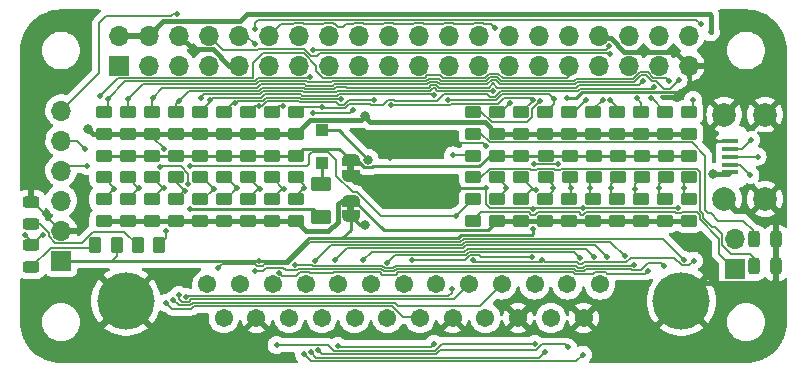
<source format=gbr>
%TF.GenerationSoftware,KiCad,Pcbnew,(7.0.0-0)*%
%TF.CreationDate,2024-04-04T12:15:59-05:00*%
%TF.ProjectId,rascsi_zero,72617363-7369-45f7-9a65-726f2e6b6963,rev?*%
%TF.SameCoordinates,PX59d60c0PY325aa00*%
%TF.FileFunction,Copper,L1,Top*%
%TF.FilePolarity,Positive*%
%FSLAX46Y46*%
G04 Gerber Fmt 4.6, Leading zero omitted, Abs format (unit mm)*
G04 Created by KiCad (PCBNEW (7.0.0-0)) date 2024-04-04 12:15:59*
%MOMM*%
%LPD*%
G01*
G04 APERTURE LIST*
G04 Aperture macros list*
%AMRoundRect*
0 Rectangle with rounded corners*
0 $1 Rounding radius*
0 $2 $3 $4 $5 $6 $7 $8 $9 X,Y pos of 4 corners*
0 Add a 4 corners polygon primitive as box body*
4,1,4,$2,$3,$4,$5,$6,$7,$8,$9,$2,$3,0*
0 Add four circle primitives for the rounded corners*
1,1,$1+$1,$2,$3*
1,1,$1+$1,$4,$5*
1,1,$1+$1,$6,$7*
1,1,$1+$1,$8,$9*
0 Add four rect primitives between the rounded corners*
20,1,$1+$1,$2,$3,$4,$5,0*
20,1,$1+$1,$4,$5,$6,$7,0*
20,1,$1+$1,$6,$7,$8,$9,0*
20,1,$1+$1,$8,$9,$2,$3,0*%
%AMFreePoly0*
4,1,19,0.500000,-0.750000,0.000000,-0.750000,0.000000,-0.744911,-0.071157,-0.744911,-0.207708,-0.704816,-0.327430,-0.627875,-0.420627,-0.520320,-0.479746,-0.390866,-0.500000,-0.250000,-0.500000,0.250000,-0.479746,0.390866,-0.420627,0.520320,-0.327430,0.627875,-0.207708,0.704816,-0.071157,0.744911,0.000000,0.744911,0.000000,0.750000,0.500000,0.750000,0.500000,-0.750000,0.500000,-0.750000,
$1*%
%AMFreePoly1*
4,1,19,0.000000,0.744911,0.071157,0.744911,0.207708,0.704816,0.327430,0.627875,0.420627,0.520320,0.479746,0.390866,0.500000,0.250000,0.500000,-0.250000,0.479746,-0.390866,0.420627,-0.520320,0.327430,-0.627875,0.207708,-0.704816,0.071157,-0.744911,0.000000,-0.744911,0.000000,-0.750000,-0.500000,-0.750000,-0.500000,0.750000,0.000000,0.750000,0.000000,0.744911,0.000000,0.744911,
$1*%
G04 Aperture macros list end*
%TA.AperFunction,SMDPad,CuDef*%
%ADD10RoundRect,0.243750X-0.456250X0.243750X-0.456250X-0.243750X0.456250X-0.243750X0.456250X0.243750X0*%
%TD*%
%TA.AperFunction,SMDPad,CuDef*%
%ADD11RoundRect,0.243750X0.243750X0.456250X-0.243750X0.456250X-0.243750X-0.456250X0.243750X-0.456250X0*%
%TD*%
%TA.AperFunction,ComponentPad*%
%ADD12R,1.700000X1.700000*%
%TD*%
%TA.AperFunction,ComponentPad*%
%ADD13O,1.700000X1.700000*%
%TD*%
%TA.AperFunction,SMDPad,CuDef*%
%ADD14RoundRect,0.250000X-0.625000X0.375000X-0.625000X-0.375000X0.625000X-0.375000X0.625000X0.375000X0*%
%TD*%
%TA.AperFunction,SMDPad,CuDef*%
%ADD15RoundRect,0.250000X-0.450000X0.262500X-0.450000X-0.262500X0.450000X-0.262500X0.450000X0.262500X0*%
%TD*%
%TA.AperFunction,SMDPad,CuDef*%
%ADD16RoundRect,0.250000X0.262500X0.450000X-0.262500X0.450000X-0.262500X-0.450000X0.262500X-0.450000X0*%
%TD*%
%TA.AperFunction,SMDPad,CuDef*%
%ADD17R,1.100000X1.100000*%
%TD*%
%TA.AperFunction,SMDPad,CuDef*%
%ADD18RoundRect,0.250000X0.450000X-0.262500X0.450000X0.262500X-0.450000X0.262500X-0.450000X-0.262500X0*%
%TD*%
%TA.AperFunction,SMDPad,CuDef*%
%ADD19FreePoly0,270.000000*%
%TD*%
%TA.AperFunction,SMDPad,CuDef*%
%ADD20FreePoly1,270.000000*%
%TD*%
%TA.AperFunction,SMDPad,CuDef*%
%ADD21R,1.400000X0.400000*%
%TD*%
%TA.AperFunction,ComponentPad*%
%ADD22C,2.000000*%
%TD*%
%TA.AperFunction,ComponentPad*%
%ADD23C,1.545000*%
%TD*%
%TA.AperFunction,ComponentPad*%
%ADD24C,4.845000*%
%TD*%
%TA.AperFunction,ViaPad*%
%ADD25C,0.500000*%
%TD*%
%TA.AperFunction,ViaPad*%
%ADD26C,0.800000*%
%TD*%
%TA.AperFunction,Conductor*%
%ADD27C,0.150000*%
%TD*%
%TA.AperFunction,Conductor*%
%ADD28C,0.400000*%
%TD*%
%TA.AperFunction,Conductor*%
%ADD29C,0.250000*%
%TD*%
%TA.AperFunction,Conductor*%
%ADD30C,0.200000*%
%TD*%
%TA.AperFunction,Conductor*%
%ADD31C,0.500000*%
%TD*%
G04 APERTURE END LIST*
%TO.C,JP1*%
G36*
X108610000Y-6800400D02*
G01*
X108010000Y-6800400D01*
X108010000Y-6300400D01*
X108610000Y-6300400D01*
X108610000Y-6800400D01*
G37*
%TO.C,JP2*%
G36*
X108610000Y-3400000D02*
G01*
X108010000Y-3400000D01*
X108010000Y-2900000D01*
X108610000Y-2900000D01*
X108610000Y-3400000D01*
G37*
%TD*%
D10*
%TO.P,D3,1,K*%
%TO.N,GND*%
X81273000Y-9651500D03*
%TO.P,D3,2,A*%
%TO.N,Net-(D3-Pad2)*%
X81273000Y-11526500D03*
%TD*%
D11*
%TO.P,D1,1,K*%
%TO.N,GND*%
X144313500Y-11478000D03*
%TO.P,D1,2,A*%
%TO.N,Net-(D1-Pad2)*%
X142438500Y-11478000D03*
%TD*%
%TO.P,D2,1,K*%
%TO.N,GND*%
X144313500Y-9192000D03*
%TO.P,D2,2,A*%
%TO.N,Net-(D2-Pad2)*%
X142438500Y-9192000D03*
%TD*%
D12*
%TO.P,J1,1,3V3*%
%TO.N,+3V3*%
X88669999Y5529999D03*
D13*
%TO.P,J1,2,5V*%
%TO.N,+5V*%
X88669999Y8069999D03*
%TO.P,J1,3,SDA/GPIO2*%
%TO.N,PI_SDA*%
X91209999Y5529999D03*
%TO.P,J1,4,5V*%
%TO.N,+5V*%
X91209999Y8069999D03*
%TO.P,J1,5,SCL/GPIO3*%
%TO.N,PI_SCL*%
X93749999Y5529999D03*
%TO.P,J1,6,GND*%
%TO.N,GND*%
X93749999Y8069999D03*
%TO.P,J1,7,GCLK0/GPIO4*%
%TO.N,PI-ACT*%
X96289999Y5529999D03*
%TO.P,J1,8,GPIO14/TXD*%
%TO.N,PI-D4*%
X96289999Y8069999D03*
%TO.P,J1,9,GND*%
%TO.N,GND*%
X98829999Y5529999D03*
%TO.P,J1,10,GPIO15/RXD*%
%TO.N,PI-D5*%
X98829999Y8069999D03*
%TO.P,J1,11,GPIO17*%
%TO.N,PI-D7*%
X101369999Y5529999D03*
%TO.P,J1,12,GPIO18/PWM0*%
%TO.N,PI-DP*%
X101369999Y8069999D03*
%TO.P,J1,13,GPIO27*%
%TO.N,PI-SEL*%
X103909999Y5529999D03*
%TO.P,J1,14,GND*%
%TO.N,GND*%
X103909999Y8069999D03*
%TO.P,J1,15,GPIO22*%
%TO.N,PI-REQ*%
X106449999Y5529999D03*
%TO.P,J1,16,GPIO23*%
%TO.N,PI-MSG*%
X106449999Y8069999D03*
%TO.P,J1,17,3V3*%
%TO.N,+3V3*%
X108989999Y5529999D03*
%TO.P,J1,18,GPIO24*%
%TO.N,PI-C_D*%
X108989999Y8069999D03*
%TO.P,J1,19,MOSI0/GPIO10*%
%TO.N,PI-D0*%
X111529999Y5529999D03*
%TO.P,J1,20,GND*%
%TO.N,GND*%
X111529999Y8069999D03*
%TO.P,J1,21,MISO0/GPIO9*%
%TO.N,PI-GPIO9*%
X114069999Y5529999D03*
%TO.P,J1,22,GPIO25*%
%TO.N,PI-I_O*%
X114069999Y8069999D03*
%TO.P,J1,23,SCLK0/GPIO11*%
%TO.N,PI-D1*%
X116609999Y5529999D03*
%TO.P,J1,24,~{CE0}/GPIO8*%
%TO.N,PI-DTD*%
X116609999Y8069999D03*
%TO.P,J1,25,GND*%
%TO.N,GND*%
X119149999Y5529999D03*
%TO.P,J1,26,~{CE1}/GPIO7*%
%TO.N,PI-TAD*%
X119149999Y8069999D03*
%TO.P,J1,27,ID_SD/GPIO0*%
%TO.N,unconnected-(J1-Pad27)*%
X121689999Y5529999D03*
%TO.P,J1,28,ID_SC/GPIO1*%
%TO.N,unconnected-(J1-Pad28)*%
X121689999Y8069999D03*
%TO.P,J1,29,GCLK1/GPIO5*%
%TO.N,DBG_LED*%
X124229999Y5529999D03*
%TO.P,J1,30,GND*%
%TO.N,GND*%
X124229999Y8069999D03*
%TO.P,J1,31,GCLK2/GPIO6*%
%TO.N,PI-IND*%
X126769999Y5529999D03*
%TO.P,J1,32,PWM0/GPIO12*%
%TO.N,PI-D2*%
X126769999Y8069999D03*
%TO.P,J1,33,PWM1/GPIO13*%
%TO.N,PI-D3*%
X129309999Y5529999D03*
%TO.P,J1,34,GND*%
%TO.N,GND*%
X129309999Y8069999D03*
%TO.P,J1,35,GPIO19/MISO1*%
%TO.N,PI-ATN*%
X131849999Y5529999D03*
%TO.P,J1,36,GPIO16*%
%TO.N,PI-D6*%
X131849999Y8069999D03*
%TO.P,J1,37,GPIO26*%
%TO.N,PI-BSY*%
X134389999Y5529999D03*
%TO.P,J1,38,GPIO20/MOSI1*%
%TO.N,PI-RST*%
X134389999Y8069999D03*
%TO.P,J1,39,GND*%
%TO.N,GND*%
X136929999Y5529999D03*
%TO.P,J1,40,GPIO21/SCLK1*%
%TO.N,PI-ACK*%
X136929999Y8069999D03*
%TD*%
D14*
%TO.P,FUSE1,1*%
%TO.N,Net-(D5-Pad1)*%
X105794160Y-4510320D03*
%TO.P,FUSE1,2*%
%TO.N,TERMPOW*%
X105794160Y-7310320D03*
%TD*%
D15*
%TO.P,R2,1*%
%TO.N,DBG_LED*%
X118672224Y1587780D03*
%TO.P,R2,2*%
%TO.N,Net-(D2-Pad2)*%
X118672224Y-237220D03*
%TD*%
D16*
%TO.P,R3,1*%
%TO.N,+5V*%
X88512000Y-9700000D03*
%TO.P,R3,2*%
%TO.N,Net-(D3-Pad2)*%
X86687000Y-9700000D03*
%TD*%
%TO.P,R4,1*%
%TO.N,+3V3*%
X92091500Y-9700000D03*
%TO.P,R4,2*%
%TO.N,Net-(D4-Pad2)*%
X90266500Y-9700000D03*
%TD*%
D17*
%TO.P,D5,1,K*%
%TO.N,Net-(D5-Pad1)*%
X105859999Y-2749999D03*
%TO.P,D5,2,A*%
%TO.N,+5V*%
X105859999Y49999D03*
%TD*%
D10*
%TO.P,D4,1,K*%
%TO.N,GND*%
X81273000Y-6017000D03*
%TO.P,D4,2,A*%
%TO.N,Net-(D4-Pad2)*%
X81273000Y-7892000D03*
%TD*%
D15*
%TO.P,R1,1*%
%TO.N,PI-ACT*%
X118672224Y-2101640D03*
%TO.P,R1,2*%
%TO.N,Net-(D1-Pad2)*%
X118672224Y-3926640D03*
%TD*%
%TO.P,R49,1*%
%TO.N,/TERM_GND*%
X95549390Y-2101640D03*
%TO.P,R49,2*%
%TO.N,C-I_O*%
X95549390Y-3926640D03*
%TD*%
%TO.P,R48,1*%
%TO.N,/TERM_GND*%
X97586320Y-2101640D03*
%TO.P,R48,2*%
%TO.N,C-REQ*%
X97586320Y-3926640D03*
%TD*%
%TO.P,R47,1*%
%TO.N,/TERM_GND*%
X99623250Y-2101640D03*
%TO.P,R47,2*%
%TO.N,C-C_D*%
X99623250Y-3926640D03*
%TD*%
%TO.P,R46,1*%
%TO.N,/TERM_GND*%
X101660180Y-2101640D03*
%TO.P,R46,2*%
%TO.N,C-MSG*%
X101660180Y-3926640D03*
%TD*%
%TO.P,R45,1*%
%TO.N,/TERM_GND*%
X103697110Y-2101640D03*
%TO.P,R45,2*%
%TO.N,C-BSY*%
X103697110Y-3926640D03*
%TD*%
%TO.P,R44,1*%
%TO.N,/TERM_GND*%
X87401660Y-2101640D03*
%TO.P,R44,2*%
%TO.N,C-SEL*%
X87401660Y-3926640D03*
%TD*%
%TO.P,R43,1*%
%TO.N,/TERM_GND*%
X89438600Y-2101640D03*
%TO.P,R43,2*%
%TO.N,C-RST*%
X89438600Y-3926640D03*
%TD*%
%TO.P,R42,1*%
%TO.N,/TERM_GND*%
X91475530Y-2101640D03*
%TO.P,R42,2*%
%TO.N,C-ACK*%
X91475530Y-3926640D03*
%TD*%
%TO.P,R41,1*%
%TO.N,/TERM_GND*%
X93512460Y-2101640D03*
%TO.P,R41,2*%
%TO.N,C-ATN*%
X93512460Y-3926640D03*
%TD*%
D18*
%TO.P,R31,1*%
%TO.N,/TERM_5v*%
X95536328Y-7616060D03*
%TO.P,R31,2*%
%TO.N,C-I_O*%
X95536328Y-5791060D03*
%TD*%
%TO.P,R30,1*%
%TO.N,/TERM_5v*%
X97569992Y-7616060D03*
%TO.P,R30,2*%
%TO.N,C-REQ*%
X97569992Y-5791060D03*
%TD*%
%TO.P,R29,1*%
%TO.N,/TERM_5v*%
X99603656Y-7616060D03*
%TO.P,R29,2*%
%TO.N,C-C_D*%
X99603656Y-5791060D03*
%TD*%
%TO.P,R28,1*%
%TO.N,/TERM_5v*%
X101637320Y-7616060D03*
%TO.P,R28,2*%
%TO.N,C-MSG*%
X101637320Y-5791060D03*
%TD*%
%TO.P,R27,1*%
%TO.N,/TERM_5v*%
X103670984Y-7616060D03*
%TO.P,R27,2*%
%TO.N,C-BSY*%
X103670984Y-5791060D03*
%TD*%
%TO.P,R26,1*%
%TO.N,/TERM_5v*%
X87401660Y-7616060D03*
%TO.P,R26,2*%
%TO.N,C-SEL*%
X87401660Y-5791060D03*
%TD*%
%TO.P,R25,1*%
%TO.N,/TERM_5v*%
X89435336Y-7616060D03*
%TO.P,R25,2*%
%TO.N,C-RST*%
X89435336Y-5791060D03*
%TD*%
%TO.P,R24,1*%
%TO.N,/TERM_5v*%
X91469000Y-7616060D03*
%TO.P,R24,2*%
%TO.N,C-ACK*%
X91469000Y-5791060D03*
%TD*%
%TO.P,R23,1*%
%TO.N,/TERM_5v*%
X93502664Y-7616060D03*
%TO.P,R23,2*%
%TO.N,C-ATN*%
X93502664Y-5791060D03*
%TD*%
%TO.P,R13,1*%
%TO.N,+3V3*%
X95567398Y-237220D03*
%TO.P,R13,2*%
%TO.N,PI-I_O*%
X95567398Y1587780D03*
%TD*%
%TO.P,R12,1*%
%TO.N,+3V3*%
X97598672Y-237220D03*
%TO.P,R12,2*%
%TO.N,PI-REQ*%
X97598672Y1587780D03*
%TD*%
%TO.P,R11,1*%
%TO.N,+3V3*%
X99629946Y-237220D03*
%TO.P,R11,2*%
%TO.N,PI-C_D*%
X99629946Y1587780D03*
%TD*%
%TO.P,R10,1*%
%TO.N,+3V3*%
X101661220Y-237220D03*
%TO.P,R10,2*%
%TO.N,PI-MSG*%
X101661220Y1587780D03*
%TD*%
%TO.P,R9,1*%
%TO.N,+3V3*%
X103692494Y-237220D03*
%TO.P,R9,2*%
%TO.N,PI-BSY*%
X103692494Y1587780D03*
%TD*%
%TO.P,R8,1*%
%TO.N,+3V3*%
X87401660Y-237220D03*
%TO.P,R8,2*%
%TO.N,PI-SEL*%
X87401660Y1587780D03*
%TD*%
%TO.P,R7,1*%
%TO.N,+3V3*%
X89473576Y-237220D03*
%TO.P,R7,2*%
%TO.N,PI-RST*%
X89473576Y1587780D03*
%TD*%
%TO.P,R6,1*%
%TO.N,+3V3*%
X91504850Y-237220D03*
%TO.P,R6,2*%
%TO.N,PI-ACK*%
X91504850Y1587780D03*
%TD*%
%TO.P,R5,1*%
%TO.N,+3V3*%
X93536124Y-237220D03*
%TO.P,R5,2*%
%TO.N,PI-ATN*%
X93536124Y1587780D03*
%TD*%
D15*
%TO.P,R58,1*%
%TO.N,/TERM_GND*%
X120735280Y-2101640D03*
%TO.P,R58,2*%
%TO.N,C-DP*%
X120735280Y-3926640D03*
%TD*%
%TO.P,R57,1*%
%TO.N,/TERM_GND*%
X122772210Y-2101640D03*
%TO.P,R57,2*%
%TO.N,C-D0*%
X122772210Y-3926640D03*
%TD*%
%TO.P,R56,1*%
%TO.N,/TERM_GND*%
X124809140Y-2101640D03*
%TO.P,R56,2*%
%TO.N,C-D1*%
X124809140Y-3926640D03*
%TD*%
%TO.P,R55,1*%
%TO.N,/TERM_GND*%
X126846070Y-2101640D03*
%TO.P,R55,2*%
%TO.N,C-D2*%
X126846070Y-3926640D03*
%TD*%
%TO.P,R54,1*%
%TO.N,/TERM_GND*%
X128883000Y-2101640D03*
%TO.P,R54,2*%
%TO.N,C-D3*%
X128883000Y-3926640D03*
%TD*%
%TO.P,R53,1*%
%TO.N,/TERM_GND*%
X130919930Y-2101640D03*
%TO.P,R53,2*%
%TO.N,C-D4*%
X130919930Y-3926640D03*
%TD*%
%TO.P,R52,1*%
%TO.N,/TERM_GND*%
X132956860Y-2101640D03*
%TO.P,R52,2*%
%TO.N,C-D5*%
X132956860Y-3926640D03*
%TD*%
%TO.P,R51,1*%
%TO.N,/TERM_GND*%
X134993790Y-2101640D03*
%TO.P,R51,2*%
%TO.N,C-D6*%
X134993790Y-3926640D03*
%TD*%
%TO.P,R50,1*%
%TO.N,/TERM_GND*%
X136975200Y-2101640D03*
%TO.P,R50,2*%
%TO.N,C-D7*%
X136975200Y-3926640D03*
%TD*%
D18*
%TO.P,R40,1*%
%TO.N,/TERM_5v*%
X120705888Y-7616060D03*
%TO.P,R40,2*%
%TO.N,C-DP*%
X120705888Y-5791060D03*
%TD*%
%TO.P,R39,1*%
%TO.N,/TERM_5v*%
X122739552Y-7616060D03*
%TO.P,R39,2*%
%TO.N,C-D0*%
X122739552Y-5791060D03*
%TD*%
%TO.P,R38,1*%
%TO.N,/TERM_5v*%
X124773216Y-7616060D03*
%TO.P,R38,2*%
%TO.N,C-D1*%
X124773216Y-5791060D03*
%TD*%
%TO.P,R37,1*%
%TO.N,/TERM_5v*%
X126806880Y-7616060D03*
%TO.P,R37,2*%
%TO.N,C-D2*%
X126806880Y-5791060D03*
%TD*%
%TO.P,R36,1*%
%TO.N,/TERM_5v*%
X128840544Y-7616060D03*
%TO.P,R36,2*%
%TO.N,C-D3*%
X128840544Y-5791060D03*
%TD*%
%TO.P,R35,1*%
%TO.N,/TERM_5v*%
X130874208Y-7616060D03*
%TO.P,R35,2*%
%TO.N,C-D4*%
X130874208Y-5791060D03*
%TD*%
%TO.P,R34,1*%
%TO.N,/TERM_5v*%
X132907872Y-7616060D03*
%TO.P,R34,2*%
%TO.N,C-D5*%
X132907872Y-5791060D03*
%TD*%
%TO.P,R33,1*%
%TO.N,/TERM_5v*%
X134941536Y-7616060D03*
%TO.P,R33,2*%
%TO.N,C-D6*%
X134941536Y-5791060D03*
%TD*%
%TO.P,R32,1*%
%TO.N,/TERM_5v*%
X136975200Y-7616060D03*
%TO.P,R32,2*%
%TO.N,C-D7*%
X136975200Y-5791060D03*
%TD*%
%TO.P,R22,1*%
%TO.N,+3V3*%
X120725008Y-237220D03*
%TO.P,R22,2*%
%TO.N,PI-DP*%
X120725008Y1587780D03*
%TD*%
%TO.P,R21,1*%
%TO.N,+3V3*%
X122756282Y-237220D03*
%TO.P,R21,2*%
%TO.N,PI-D0*%
X122756282Y1587780D03*
%TD*%
%TO.P,R20,1*%
%TO.N,+3V3*%
X124787556Y-237220D03*
%TO.P,R20,2*%
%TO.N,PI-D1*%
X124787556Y1587780D03*
%TD*%
%TO.P,R19,1*%
%TO.N,+3V3*%
X126818830Y-237220D03*
%TO.P,R19,2*%
%TO.N,PI-D2*%
X126818830Y1587780D03*
%TD*%
%TO.P,R18,1*%
%TO.N,+3V3*%
X128850104Y-237220D03*
%TO.P,R18,2*%
%TO.N,PI-D3*%
X128850104Y1587780D03*
%TD*%
%TO.P,R17,1*%
%TO.N,+3V3*%
X130881378Y-237220D03*
%TO.P,R17,2*%
%TO.N,PI-D4*%
X130881378Y1587780D03*
%TD*%
%TO.P,R16,1*%
%TO.N,+3V3*%
X132912652Y-237220D03*
%TO.P,R16,2*%
%TO.N,PI-D5*%
X132912652Y1587780D03*
%TD*%
%TO.P,R15,1*%
%TO.N,+3V3*%
X134943926Y-237220D03*
%TO.P,R15,2*%
%TO.N,PI-D6*%
X134943926Y1587780D03*
%TD*%
%TO.P,R14,1*%
%TO.N,+3V3*%
X136975200Y-237220D03*
%TO.P,R14,2*%
%TO.N,PI-D7*%
X136975200Y1587780D03*
%TD*%
D19*
%TO.P,JP1,1,A*%
%TO.N,/TERM_5v*%
X108310000Y-5900400D03*
D20*
%TO.P,JP1,2,B*%
%TO.N,+5V*%
X108310000Y-7200400D03*
%TD*%
D19*
%TO.P,JP2,1,A*%
%TO.N,/TERM_GND*%
X108310000Y-2500000D03*
D20*
%TO.P,JP2,2,B*%
%TO.N,GND*%
X108310000Y-3800000D03*
%TD*%
D15*
%TO.P,R59,1*%
%TO.N,PI-ACT*%
X118672224Y-5791060D03*
%TO.P,R59,2*%
%TO.N,EXT-ACT-LED*%
X118672224Y-7616060D03*
%TD*%
D12*
%TO.P,J4,1,Pin_1*%
%TO.N,+5V*%
X83809999Y-10979999D03*
D13*
%TO.P,J4,2,Pin_2*%
%TO.N,GND*%
X83809999Y-8439999D03*
%TO.P,J4,3,Pin_3*%
%TO.N,+3V3*%
X83809999Y-5899999D03*
%TO.P,J4,4,Pin_4*%
%TO.N,PI_SCL*%
X83809999Y-3359999D03*
%TO.P,J4,5,Pin_5*%
%TO.N,PI_SDA*%
X83809999Y-819999D03*
%TO.P,J4,6,Pin_6*%
%TO.N,PI-GPIO9*%
X83809999Y1719999D03*
%TD*%
D21*
%TO.P,J3,1,1*%
%TO.N,+5V*%
X140449999Y-3499999D03*
%TO.P,J3,2,2*%
%TO.N,Net-(J3-Pad2)*%
X140449999Y-2849999D03*
%TO.P,J3,3,3*%
%TO.N,Net-(J3-Pad3)*%
X140449999Y-2199999D03*
%TO.P,J3,4,4*%
%TO.N,Net-(J3-Pad4)*%
X140449999Y-1549999D03*
%TO.P,J3,5,5*%
%TO.N,GND*%
X140449999Y-899999D03*
D22*
%TO.P,J3,MH1,MH1*%
X143400000Y-5775000D03*
%TO.P,J3,MH2,MH2*%
X143400000Y1375000D03*
%TO.P,J3,MH3,MH3*%
X139950000Y1375000D03*
%TO.P,J3,MH4,MH4*%
X139950000Y-5775000D03*
%TD*%
D23*
%TO.P,J6,1,1*%
%TO.N,C-REQ*%
X129420000Y-13002000D03*
%TO.P,J6,2,2*%
%TO.N,C-MSG*%
X126650000Y-13002000D03*
%TO.P,J6,3,3*%
%TO.N,C-I_O*%
X123880000Y-13002000D03*
%TO.P,J6,4,4*%
%TO.N,C-RST*%
X121110000Y-13002000D03*
%TO.P,J6,5,5*%
%TO.N,C-ACK*%
X118340000Y-13002000D03*
%TO.P,J6,6,6*%
%TO.N,C-BSY*%
X115570000Y-13002000D03*
%TO.P,J6,7,7*%
%TO.N,GND*%
X112800000Y-13002000D03*
%TO.P,J6,8,8*%
%TO.N,C-D0*%
X110030000Y-13002000D03*
%TO.P,J6,9,9*%
%TO.N,GND*%
X107260000Y-13002000D03*
%TO.P,J6,10,10*%
%TO.N,C-D3*%
X104490000Y-13002000D03*
%TO.P,J6,11,11*%
%TO.N,C-D5*%
X101720000Y-13002000D03*
%TO.P,J6,12,12*%
%TO.N,C-D6*%
X98950000Y-13002000D03*
%TO.P,J6,13,13*%
%TO.N,C-D7*%
X96180000Y-13002000D03*
%TO.P,J6,14,14*%
%TO.N,GND*%
X128035000Y-15842000D03*
%TO.P,J6,15,15*%
%TO.N,C-C_D*%
X125265000Y-15842000D03*
%TO.P,J6,16,16*%
%TO.N,GND*%
X122495000Y-15842000D03*
%TO.P,J6,17,17*%
%TO.N,C-ATN*%
X119725000Y-15842000D03*
%TO.P,J6,18,18*%
%TO.N,GND*%
X116955000Y-15842000D03*
%TO.P,J6,19,19*%
%TO.N,C-SEL*%
X114185000Y-15842000D03*
%TO.P,J6,20,20*%
%TO.N,C-DP*%
X111415000Y-15842000D03*
%TO.P,J6,21,21*%
%TO.N,C-D1*%
X108645000Y-15842000D03*
%TO.P,J6,22,22*%
%TO.N,C-D2*%
X105875000Y-15842000D03*
%TO.P,J6,23,23*%
%TO.N,C-D4*%
X103105000Y-15842000D03*
%TO.P,J6,24,24*%
%TO.N,GND*%
X100335000Y-15842000D03*
%TO.P,J6,25,25*%
%TO.N,TERMPOW*%
X97565000Y-15842000D03*
D24*
%TO.P,J6,MH1,MH1*%
%TO.N,GND*%
X136320000Y-14422000D03*
%TO.P,J6,MH2,MH2*%
X89280000Y-14422000D03*
%TD*%
D12*
%TO.P,J2,1,Pin_1*%
%TO.N,EXT-ACT-LED*%
X140835999Y-11731999D03*
D13*
%TO.P,J2,2,Pin_2*%
%TO.N,GND*%
X140835999Y-9191999D03*
%TD*%
D25*
%TO.N,GND*%
X111626000Y-2334000D03*
X85845000Y-5255000D03*
X113404000Y-4112000D03*
X94555241Y-4516434D03*
X92195000Y-3096000D03*
X138810000Y3250000D03*
X115817000Y-1826000D03*
X81209500Y-13192500D03*
X81908000Y4016000D03*
X123803294Y-2827294D03*
X82280500Y-683000D03*
X136046493Y-6532376D03*
X126612000Y2746000D03*
X106800000Y-17320000D03*
X119754000Y-1318000D03*
X125850000Y-2842000D03*
X82280500Y-8811000D03*
X125088000Y-14145000D03*
X80773500Y-8811000D03*
X119754000Y-4874000D03*
X82280500Y-4493000D03*
X85845000Y-7414000D03*
X85718000Y9604000D03*
X127941147Y-6533336D03*
X123744642Y-6630168D03*
%TO.N,+3V3*%
X92717879Y-8449334D03*
D26*
X109495195Y1221677D03*
X86097001Y153201D03*
D25*
X92517395Y-1524625D03*
D26*
%TO.N,+5V*%
X109510000Y-8000000D03*
D25*
X138804000Y8334000D03*
X100582240Y-10980000D03*
X123736720Y-8287760D03*
D26*
X139010000Y-3650000D03*
X109771058Y-2428010D03*
D25*
%TO.N,C-REQ*%
X127963280Y-18940520D03*
X98717720Y-4874000D03*
X104358245Y-18887630D03*
%TO.N,C-MSG*%
X126693280Y-18336000D03*
X105575463Y-18589890D03*
X102669960Y-4889240D03*
%TO.N,C-BSY*%
X115369960Y-18026120D03*
X107216560Y-18189947D03*
X104360000Y-4800000D03*
%TO.N,C-SEL*%
X88278320Y-4924800D03*
X92703648Y-14583074D03*
%TO.N,C-RST*%
X90391600Y-4797800D03*
X93261800Y-14297400D03*
%TO.N,C-ACK*%
X93767303Y-13883031D03*
X92474400Y-4868920D03*
%TO.N,C-ATN*%
X94268206Y-5074896D03*
X116850000Y-13430000D03*
X94369673Y-14057085D03*
%TO.N,C-DP*%
X113495440Y-10967303D03*
X121496440Y-4823200D03*
X123647416Y-10693658D03*
%TO.N,C-D0*%
X124016010Y-4978244D03*
X127720812Y-10770763D03*
X111427880Y-11178280D03*
%TO.N,C-D1*%
X125463920Y-4833360D03*
X128933560Y-10693658D03*
X109391812Y-10970668D03*
%TO.N,C-D2*%
X106998120Y-10970668D03*
X129985120Y-10685520D03*
X126972680Y-4818120D03*
%TO.N,C-D3*%
X105331567Y-10990881D03*
X128598280Y-4833360D03*
X131512879Y-10614545D03*
%TO.N,C-D4*%
X103581848Y-11362845D03*
X130371200Y-4868920D03*
X132337160Y-11335760D03*
%TO.N,C-D5*%
X133505560Y-11828520D03*
X102222086Y-12036032D03*
X132382880Y-4884160D03*
%TO.N,C-D6*%
X134445360Y-4818120D03*
X134800960Y-11442440D03*
X100174106Y-11841594D03*
%TO.N,C-D7*%
X136507840Y-4818120D03*
X136558640Y-10934440D03*
X97081960Y-11630400D03*
%TO.N,C-I_O*%
X96711120Y-4889240D03*
X123904360Y-18026120D03*
X102034960Y-18137880D03*
%TO.N,C-C_D*%
X124747640Y-18721970D03*
X104972560Y-18762086D03*
X100648120Y-4940040D03*
%TO.N,TERMPOW*%
X94731573Y-6612928D03*
%TO.N,PI-D7*%
X137972990Y9009640D03*
X100196000Y8588000D03*
X137315560Y2634240D03*
%TO.N,PI-D6*%
X133779308Y2744966D03*
%TO.N,PI-D5*%
X130200922Y7161099D03*
X132516793Y2751990D03*
X105117343Y6871241D03*
X100196000Y7318000D03*
%TO.N,PI-D4*%
X130291496Y2639430D03*
X130237743Y6485038D03*
%TO.N,PI-D3*%
X129664483Y2639430D03*
%TO.N,PI-D2*%
X128257999Y2603839D03*
%TO.N,PI-D1*%
X116517103Y2640935D03*
X125494400Y2730760D03*
%TO.N,PI-D0*%
X111727600Y2187200D03*
X123717488Y2640938D03*
%TO.N,PI-DP*%
X120571880Y8725160D03*
X121786000Y2363927D03*
%TO.N,PI-BSY*%
X133986634Y3748986D03*
X105904438Y1982405D03*
%TO.N,PI-MSG*%
X102593760Y2086912D03*
X108487990Y1755510D03*
X105103847Y1530395D03*
%TO.N,PI-C_D*%
X110275179Y2620495D03*
X100587160Y2086912D03*
%TO.N,PI-REQ*%
X107529513Y2666605D03*
X98555160Y2363921D03*
%TO.N,PI-I_O*%
X115331730Y3029917D03*
X96421291Y2640931D03*
%TO.N,PI-ATN*%
X93752059Y2504661D03*
X133063618Y4186430D03*
%TO.N,PI-ACK*%
X136076040Y4305560D03*
X91534600Y2812040D03*
%TO.N,PI-RST*%
X89461960Y2685040D03*
X135288640Y4183640D03*
%TO.N,PI-SEL*%
X87734760Y2735840D03*
X104851390Y4569786D03*
%TO.N,DBG_LED*%
X124326555Y2492002D03*
%TO.N,PI_SCL*%
X85956760Y-2958840D03*
%TO.N,PI_SDA*%
X85852089Y-1524630D03*
%TO.N,PI-ACT*%
X94737120Y-2966880D03*
X117258642Y-7204642D03*
X116960000Y-2080000D03*
%TO.N,PI-IND*%
X87109920Y2959360D03*
%TO.N,PI-TAD*%
X120324668Y3333211D03*
X95601891Y2821105D03*
%TO.N,PI-DTD*%
X124552793Y-10970669D03*
X137369871Y-10990320D03*
X118648884Y-10970670D03*
%TO.N,Net-(J3-Pad4)*%
X142210000Y-775000D03*
%TO.N,Net-(J3-Pad3)*%
X142760000Y-2175000D03*
%TO.N,Net-(J3-Pad2)*%
X142160000Y-3725000D03*
%TO.N,PI-GPIO9*%
X93592000Y9858000D03*
%TD*%
D27*
%TO.N,GND*%
X113092000Y-3800000D02*
X113404000Y-4112000D01*
D28*
X98830000Y5530000D02*
X98031962Y5530000D01*
D29*
X127374000Y2746000D02*
X127882001Y3254000D01*
D30*
X119754000Y-1318000D02*
X119500000Y-1064000D01*
D28*
X94927001Y6892999D02*
X93750000Y8070000D01*
X96668963Y6892999D02*
X94927001Y6892999D01*
D27*
X125850000Y-2842000D02*
X123818000Y-2842000D01*
X123952376Y-6532376D02*
X136046493Y-6532376D01*
D29*
X113404000Y-4112000D02*
X114166000Y-4874000D01*
D27*
X119754000Y-6190912D02*
X120095464Y-6532376D01*
X123842434Y-6532376D02*
X123952376Y-6532376D01*
D28*
X131471037Y6707001D02*
X130330560Y7847478D01*
D27*
X94555241Y-4516434D02*
X94555241Y-3617681D01*
X119754000Y-4874000D02*
X119754000Y-6190912D01*
D30*
X112896000Y-1064000D02*
X111626000Y-2334000D01*
D27*
X83810000Y-8440000D02*
X81387000Y-6017000D01*
D28*
X143976999Y-12909001D02*
X137788519Y-12909001D01*
X135752999Y6707001D02*
X131471037Y6707001D01*
D27*
X123744642Y-6630168D02*
X123842434Y-6532376D01*
X93906560Y-2969000D02*
X92322000Y-2969000D01*
D29*
X133738648Y3254000D02*
X133745672Y3246976D01*
D27*
X120095464Y-6532376D02*
X123952376Y-6532376D01*
X108310000Y-3800000D02*
X113092000Y-3800000D01*
D30*
X119500000Y-1064000D02*
X112896000Y-1064000D01*
D29*
X136256976Y3246976D02*
X136930000Y3920000D01*
X133745672Y3246976D02*
X136256976Y3246976D01*
D27*
X92322000Y-2969000D02*
X92195000Y-3096000D01*
D28*
X144313500Y-12572500D02*
X143976999Y-12909001D01*
D29*
X136930000Y3920000D02*
X136930000Y5530000D01*
D28*
X98031962Y5530000D02*
X96668963Y6892999D01*
X130330560Y7847478D02*
X129532522Y7847478D01*
D29*
X126612000Y2746000D02*
X127374000Y2746000D01*
X138810000Y-900000D02*
X138760000Y-850000D01*
D27*
X81321500Y-9651500D02*
X82162000Y-8811000D01*
D29*
X140450000Y-900000D02*
X138810000Y-900000D01*
D27*
X82162000Y-8811000D02*
X82280500Y-8811000D01*
D28*
X144313500Y-11478000D02*
X144313500Y-12572500D01*
D29*
X127882001Y3254000D02*
X133738648Y3254000D01*
D27*
X123818000Y-2842000D02*
X123803294Y-2827294D01*
D29*
X114166000Y-4874000D02*
X119754000Y-4874000D01*
X138760000Y-850000D02*
X138760000Y185000D01*
X138760000Y185000D02*
X139950000Y1375000D01*
D27*
X94555241Y-3617681D02*
X93906560Y-2969000D01*
D28*
X136930000Y5530000D02*
X135752999Y6707001D01*
D27*
X81273000Y-9310500D02*
X80773500Y-8811000D01*
D28*
%TO.N,+3V3*%
X119644250Y748270D02*
X120629740Y-237220D01*
D27*
X92717879Y-8449334D02*
X92717879Y-9073621D01*
D28*
X86487422Y-237220D02*
X86097001Y153201D01*
X103692494Y-237220D02*
X104856715Y927001D01*
X89473576Y-237220D02*
X87401660Y-237220D01*
D27*
X92717879Y-9073621D02*
X92091500Y-9700000D01*
X91504850Y-500850D02*
X92576000Y-1572000D01*
D28*
X109495195Y1221677D02*
X109968602Y748270D01*
X109968602Y748270D02*
X119644250Y748270D01*
X136975200Y-237220D02*
X120725008Y-237220D01*
X104856715Y927001D02*
X109200519Y927001D01*
X89473576Y-237220D02*
X103692494Y-237220D01*
X109200519Y927001D02*
X109495195Y1221677D01*
X87401660Y-237220D02*
X86487422Y-237220D01*
D29*
%TO.N,+5V*%
X108310000Y-8360482D02*
X107590241Y-9080241D01*
X117390169Y-9080241D02*
X117663807Y-8806603D01*
X88121000Y-10980000D02*
X100582240Y-10980000D01*
D31*
X88670000Y8070000D02*
X91210000Y8070000D01*
D28*
X139010000Y-3650000D02*
X140300000Y-3650000D01*
X98917321Y9281499D02*
X92421499Y9281499D01*
X138804000Y8334000D02*
X138804000Y9748000D01*
D29*
X105860000Y50000D02*
X107293048Y50000D01*
X117663807Y-8806603D02*
X123681523Y-8806603D01*
X108310000Y-7200400D02*
X108310000Y-8360482D01*
X123736720Y-8751406D02*
X123681523Y-8806603D01*
X109109600Y-8000000D02*
X108310000Y-7200400D01*
X100582240Y-10980000D02*
X102862990Y-10980000D01*
X107590241Y-9080241D02*
X117390169Y-9080241D01*
D28*
X92421499Y9281499D02*
X91210000Y8070000D01*
X138694000Y9858000D02*
X99493822Y9858000D01*
D29*
X104762751Y-9080241D02*
X107590241Y-9080241D01*
X107293048Y50000D02*
X109771058Y-2428010D01*
X83810000Y-10980000D02*
X88121000Y-10980000D01*
D28*
X138804000Y9748000D02*
X138694000Y9858000D01*
D29*
X109510000Y-8000000D02*
X109109600Y-8000000D01*
D30*
X88512000Y-9700000D02*
X88512000Y-10589000D01*
D28*
X140300000Y-3650000D02*
X140450000Y-3500000D01*
D29*
X123736720Y-8287760D02*
X123736720Y-8751406D01*
D30*
X88512000Y-10589000D02*
X88121000Y-10980000D01*
D28*
X99493822Y9858000D02*
X98917321Y9281499D01*
D29*
X102862990Y-10980000D02*
X104762751Y-9080241D01*
D27*
%TO.N,C-REQ*%
X98717720Y-4874000D02*
X97800660Y-5791060D01*
X127430810Y-19472990D02*
X104943605Y-19472990D01*
X104943605Y-19472990D02*
X104358245Y-18887630D01*
X98717720Y-4874000D02*
X97770360Y-3926640D01*
X127963280Y-18940520D02*
X127430810Y-19472990D01*
%TO.N,C-MSG*%
X102669960Y-4889240D02*
X102539140Y-4889240D01*
X105904541Y-18918968D02*
X105575463Y-18589890D01*
X124009552Y-18589890D02*
X115866904Y-18589890D01*
X102669960Y-4889240D02*
X102622780Y-4889240D01*
X102622780Y-4889240D02*
X101660180Y-3926640D01*
X115866904Y-18589890D02*
X115537826Y-18918968D01*
X102539140Y-4889240D02*
X101637320Y-5791060D01*
X126443281Y-18086001D02*
X124513441Y-18086001D01*
X124513441Y-18086001D02*
X124009552Y-18589890D01*
X115537826Y-18918968D02*
X105904541Y-18918968D01*
X126693280Y-18336000D02*
X126443281Y-18086001D01*
%TO.N,C-BSY*%
X103670984Y-5489016D02*
X104360000Y-4800000D01*
X115080400Y-18315680D02*
X107342293Y-18315680D01*
X104360000Y-4589530D02*
X103697110Y-3926640D01*
X107342293Y-18315680D02*
X107216560Y-18189947D01*
X104360000Y-4800000D02*
X104360000Y-4589530D01*
X115369960Y-18026120D02*
X115080400Y-18315680D01*
%TO.N,C-SEL*%
X94816116Y-15063108D02*
X93183682Y-15063108D01*
X114191320Y-15791200D02*
X112741661Y-15791200D01*
X112741661Y-15791200D02*
X111818450Y-14867989D01*
X95011235Y-14867989D02*
X94816116Y-15063108D01*
X88278320Y-4924800D02*
X88278320Y-4803300D01*
X93183682Y-15063108D02*
X92703648Y-14583074D01*
X88278320Y-4803300D02*
X87401660Y-3926640D01*
X88278320Y-4924800D02*
X88267920Y-4924800D01*
X88267920Y-4924800D02*
X87401660Y-5791060D01*
X111818450Y-14867989D02*
X95011235Y-14867989D01*
%TO.N,C-RST*%
X90391600Y-4797800D02*
X90309760Y-4797800D01*
X93750497Y-14786097D02*
X94701375Y-14786097D01*
X90309760Y-4797800D02*
X89438600Y-3926640D01*
X112280000Y-14790000D02*
X119277520Y-14790000D01*
X94947784Y-14539688D02*
X112029688Y-14539688D01*
X119277520Y-14790000D02*
X121116320Y-12951200D01*
X90391600Y-4834796D02*
X89435336Y-5791060D01*
X93261800Y-14297400D02*
X93750497Y-14786097D01*
X90391600Y-4797800D02*
X90391600Y-4834796D01*
X94701375Y-14786097D02*
X94947784Y-14539688D01*
X112029688Y-14539688D02*
X112280000Y-14790000D01*
%TO.N,C-ACK*%
X92417810Y-4868920D02*
X91475530Y-3926640D01*
X117034843Y-14262677D02*
X118346320Y-12951200D01*
X94586634Y-14509086D02*
X94833043Y-14262677D01*
X92474400Y-4868920D02*
X92391140Y-4868920D01*
X93767303Y-14236584D02*
X94039805Y-14509086D01*
X92474400Y-4868920D02*
X92417810Y-4868920D01*
X94833043Y-14262677D02*
X117034843Y-14262677D01*
X94039805Y-14509086D02*
X94586634Y-14509086D01*
X93767303Y-13883031D02*
X93767303Y-14236584D01*
X92391140Y-4868920D02*
X91469000Y-5791060D01*
%TO.N,C-ATN*%
X93502664Y-5791060D02*
X94218828Y-5074896D01*
X94441092Y-13985666D02*
X94369673Y-14057085D01*
X116594334Y-13985666D02*
X116850000Y-13730000D01*
X93512460Y-4319150D02*
X94268206Y-5074896D01*
X94218828Y-5074896D02*
X94268206Y-5074896D01*
X116850000Y-13730000D02*
X116850000Y-13430000D01*
X116594334Y-13985666D02*
X94441092Y-13985666D01*
%TO.N,C-DP*%
X117997080Y-10967303D02*
X113495440Y-10967303D01*
X121496440Y-5000508D02*
X120705888Y-5791060D01*
X121496440Y-4823200D02*
X121496440Y-5000508D01*
X119337358Y-10693658D02*
X119162366Y-10518666D01*
X121496440Y-4687800D02*
X120735280Y-3926640D01*
X121496440Y-4823200D02*
X121496440Y-4687800D01*
X119162366Y-10518666D02*
X118445717Y-10518666D01*
X118445717Y-10518666D02*
X117997080Y-10967303D01*
X123647416Y-10693658D02*
X119337358Y-10693658D01*
%TO.N,C-D0*%
X118057338Y-10515293D02*
X118330973Y-10241658D01*
X123823814Y-4978244D02*
X124016010Y-4978244D01*
X122739552Y-5791060D02*
X123552368Y-4978244D01*
X127191707Y-10241658D02*
X127720812Y-10770763D01*
X111427880Y-11178280D02*
X112090867Y-10515293D01*
X118330973Y-10241658D02*
X127191707Y-10241658D01*
X122772210Y-3926640D02*
X123823814Y-4978244D01*
X112090867Y-10515293D02*
X118057338Y-10515293D01*
X123552368Y-4978244D02*
X124016010Y-4978244D01*
%TO.N,C-D1*%
X125463920Y-4833360D02*
X125463920Y-5100356D01*
X125463920Y-4833360D02*
X125463920Y-4581420D01*
X109391812Y-10970668D02*
X110124196Y-10238284D01*
X117942596Y-10238283D02*
X118216232Y-9964647D01*
X125463920Y-5100356D02*
X124773216Y-5791060D01*
X118216232Y-9964647D02*
X128204549Y-9964647D01*
X128204549Y-9964647D02*
X128933560Y-10693658D01*
X110124196Y-10238284D02*
X117942596Y-10238283D01*
X125463920Y-4581420D02*
X124809140Y-3926640D01*
%TO.N,C-D2*%
X126846070Y-3926640D02*
X126846070Y-4691510D01*
X126972680Y-4818120D02*
X126972680Y-5625260D01*
X128987236Y-9687636D02*
X129985120Y-10685520D01*
X126846070Y-4691510D02*
X126972680Y-4818120D01*
X118101491Y-9687636D02*
X128987236Y-9687636D01*
X108007515Y-9961273D02*
X117827854Y-9961273D01*
X117827854Y-9961273D02*
X118101491Y-9687636D01*
X106998120Y-10970668D02*
X108007515Y-9961273D01*
%TO.N,C-D3*%
X106638186Y-9684262D02*
X105331567Y-10990881D01*
X128598280Y-4833360D02*
X128598280Y-5548796D01*
X131512879Y-10614545D02*
X130308959Y-9410625D01*
X117986750Y-9410625D02*
X117713113Y-9684262D01*
X117713113Y-9684262D02*
X106638186Y-9684262D01*
X130308959Y-9410625D02*
X117986750Y-9410625D01*
X128598280Y-4833360D02*
X128598280Y-4211360D01*
%TO.N,C-D4*%
X127353565Y-11422679D02*
X112109075Y-11422679D01*
X105060379Y-11362845D02*
X103581848Y-11362845D01*
X130371200Y-4868920D02*
X130371200Y-4475370D01*
X127990185Y-11592331D02*
X127523217Y-11592331D01*
X132250241Y-11422679D02*
X128159837Y-11422679D01*
X130371200Y-4868920D02*
X130371200Y-5288052D01*
X106569071Y-11422683D02*
X106548860Y-11442894D01*
X111210918Y-11630280D02*
X111003321Y-11422683D01*
X111003321Y-11422683D02*
X106569071Y-11422683D01*
X111901474Y-11630280D02*
X111210918Y-11630280D01*
X106548860Y-11442894D02*
X105140428Y-11442894D01*
X130371200Y-4475370D02*
X130919930Y-3926640D01*
X128159837Y-11422679D02*
X127990185Y-11592331D01*
X105140428Y-11442894D02*
X105060379Y-11362845D01*
X127523217Y-11592331D02*
X127353565Y-11422679D01*
X132337160Y-11335760D02*
X132250241Y-11422679D01*
X130371200Y-5288052D02*
X130874208Y-5791060D01*
X112109075Y-11422679D02*
X111901474Y-11630280D01*
%TO.N,C-D5*%
X132382880Y-4500620D02*
X132956860Y-3926640D01*
X129894081Y-11976699D02*
X128958559Y-11976699D01*
X132382880Y-4884160D02*
X132382880Y-4500620D01*
X133255561Y-12078519D02*
X129995901Y-12078519D01*
X102472085Y-12286031D02*
X102222086Y-12036032D01*
X112338559Y-11976699D02*
X112130956Y-12184302D01*
X127293735Y-12146353D02*
X127124081Y-11976699D01*
X128788905Y-12146353D02*
X127293735Y-12146353D01*
X112130956Y-12184302D02*
X110981436Y-12184302D01*
X132382880Y-4884160D02*
X132382880Y-5266068D01*
X106798559Y-11976699D02*
X106778342Y-11996916D01*
X133505560Y-11828520D02*
X133255561Y-12078519D01*
X110773833Y-11976699D02*
X106798559Y-11976699D01*
X110981436Y-12184302D02*
X110773833Y-11976699D01*
X104890730Y-11976700D02*
X104028709Y-11976700D01*
X132382880Y-5266068D02*
X132907872Y-5791060D01*
X104028709Y-11976700D02*
X103719378Y-12286031D01*
X106778342Y-11996916D02*
X104910946Y-11996916D01*
X129995901Y-12078519D02*
X129894081Y-11976699D01*
X103719378Y-12286031D02*
X102472085Y-12286031D01*
X127124081Y-11976699D02*
X112338559Y-11976699D01*
X128958559Y-11976699D02*
X128788905Y-12146353D01*
X104910946Y-11996916D02*
X104890730Y-11976700D01*
%TO.N,C-D6*%
X102615513Y-11584022D02*
X101130052Y-11584022D01*
X134445360Y-5294884D02*
X134941536Y-5791060D01*
X105005471Y-11699689D02*
X103913968Y-11699689D01*
X106683812Y-11699694D02*
X106663601Y-11719905D01*
X103798810Y-11814847D02*
X102846338Y-11814847D01*
X105025686Y-11719904D02*
X105005471Y-11699689D01*
X127408475Y-11869341D02*
X127238824Y-11699690D01*
X133472675Y-11192441D02*
X132877354Y-11787762D01*
X128104926Y-11869342D02*
X127408475Y-11869341D01*
X134800960Y-11442440D02*
X134550961Y-11192441D01*
X102846338Y-11814847D02*
X102615513Y-11584022D01*
X128274569Y-11699699D02*
X128104926Y-11869342D01*
X112223816Y-11699690D02*
X112016215Y-11907291D01*
X132877354Y-11787762D02*
X132120198Y-11787762D01*
X127238824Y-11699690D02*
X112223816Y-11699690D01*
X111096176Y-11907290D02*
X110888580Y-11699694D01*
X132120198Y-11787762D02*
X132032135Y-11699699D01*
X134445360Y-4818120D02*
X134445360Y-4475070D01*
X134550961Y-11192441D02*
X133472675Y-11192441D01*
X106663601Y-11719905D02*
X105025686Y-11719904D01*
X100872480Y-11841594D02*
X100174106Y-11841594D01*
X101130052Y-11584022D02*
X100872480Y-11841594D01*
X110888580Y-11699694D02*
X106683812Y-11699694D01*
X112016215Y-11907291D02*
X111096176Y-11907290D01*
X134445360Y-4475070D02*
X134993790Y-3926640D01*
X103913968Y-11699689D02*
X103798810Y-11814847D01*
X132032135Y-11699699D02*
X128274569Y-11699699D01*
X134445360Y-4818120D02*
X134445360Y-5294884D01*
%TO.N,C-D7*%
X136507840Y-5323700D02*
X136975200Y-5791060D01*
X100890321Y-11432001D02*
X101015311Y-11307011D01*
X136507840Y-4394000D02*
X136975200Y-3926640D01*
X101015311Y-11307011D02*
X102998442Y-11307011D01*
X104898202Y-9407251D02*
X117598372Y-9407251D01*
X97081960Y-11630400D02*
X97405349Y-11307011D01*
X134757814Y-9133614D02*
X136558640Y-10934440D01*
X102998442Y-11307011D02*
X104898202Y-9407251D01*
X117872009Y-9133614D02*
X134757814Y-9133614D01*
X136507840Y-4818120D02*
X136507840Y-4394000D01*
X117598372Y-9407251D02*
X117872009Y-9133614D01*
X100240289Y-11307011D02*
X100365279Y-11432001D01*
X136507840Y-4818120D02*
X136507840Y-5323700D01*
X97405349Y-11307011D02*
X100240289Y-11307011D01*
X100365279Y-11432001D02*
X100890321Y-11432001D01*
%TO.N,C-I_O*%
X96711120Y-4889240D02*
X95809300Y-5791060D01*
X96711120Y-4889240D02*
X95748520Y-3926640D01*
X106369796Y-18137880D02*
X102034960Y-18137880D01*
X123904360Y-18026120D02*
X116038922Y-18026120D01*
X115423085Y-18641957D02*
X106873873Y-18641957D01*
X116038922Y-18026120D02*
X115423085Y-18641957D01*
X106873873Y-18641957D02*
X106369796Y-18137880D01*
%TO.N,C-C_D*%
X100648120Y-4940040D02*
X100636650Y-4940040D01*
X105406453Y-19195979D02*
X104972560Y-18762086D01*
X100636650Y-4940040D02*
X99623250Y-3926640D01*
X124273631Y-19195979D02*
X105406453Y-19195979D01*
X124747640Y-18721970D02*
X124273631Y-19195979D01*
X100454676Y-4940040D02*
X99603656Y-5791060D01*
X100648120Y-4940040D02*
X100454676Y-4940040D01*
D29*
%TO.N,TERMPOW*%
X94731573Y-6612928D02*
X105096768Y-6612928D01*
X105096768Y-6612928D02*
X105794160Y-7310320D01*
D27*
%TO.N,PI-D7*%
X103359915Y9398022D02*
X137584608Y9398022D01*
X137584608Y9398022D02*
X137972990Y9009640D01*
X137315560Y2634240D02*
X137315560Y1928140D01*
X100450000Y9350000D02*
X103311892Y9350000D01*
X103311892Y9350000D02*
X103359915Y9398022D01*
X100196000Y9096000D02*
X100450000Y9350000D01*
X100196000Y9096000D02*
X100196000Y8588000D01*
%TO.N,PI-D6*%
X133786740Y2744966D02*
X133779308Y2744966D01*
X134943926Y1587780D02*
X133786740Y2744966D01*
%TO.N,PI-D5*%
X130200922Y7161099D02*
X129911064Y6871241D01*
X100196000Y7318000D02*
X99444000Y8070000D01*
X129911064Y6871241D02*
X105117343Y6871241D01*
X132912652Y1587780D02*
X132912652Y2356131D01*
X132912652Y2356131D02*
X132516793Y2751990D01*
%TO.N,PI-D4*%
X100412961Y6865999D02*
X100492783Y6945821D01*
X130138409Y6584372D02*
X130237743Y6485038D01*
X130881378Y2049548D02*
X130291496Y2639430D01*
X105492962Y6357998D02*
X105719336Y6584372D01*
X105719336Y6584372D02*
X130138409Y6584372D01*
X130881378Y1587780D02*
X130881378Y2049548D01*
X100492783Y6945821D02*
X104373801Y6945821D01*
X104373801Y6945821D02*
X104961624Y6357998D01*
X97494001Y6865999D02*
X100412961Y6865999D01*
X104961624Y6357998D02*
X105492962Y6357998D01*
X96290000Y8070000D02*
X97494001Y6865999D01*
%TO.N,PI-D3*%
X128850104Y1825051D02*
X129664483Y2639430D01*
%TO.N,PI-D2*%
X127241940Y1587780D02*
X128257999Y2603839D01*
%TO.N,PI-D1*%
X125494400Y2294624D02*
X124787556Y1587780D01*
X120637853Y2585681D02*
X116572357Y2585681D01*
X125132212Y3092948D02*
X121145120Y3092948D01*
X125494400Y2730760D02*
X125494400Y2294624D01*
X125494400Y2730760D02*
X125132212Y3092948D01*
X121145120Y3092948D02*
X120637853Y2585681D01*
X116572357Y2585681D02*
X116517103Y2640935D01*
%TO.N,PI-D0*%
X123542489Y2815937D02*
X123717488Y2640938D01*
X123717488Y2548986D02*
X123717488Y2640938D01*
X116732330Y2187200D02*
X116853800Y2308670D01*
X111727600Y2187200D02*
X116732330Y2187200D01*
X120752594Y2308670D02*
X121259861Y2815937D01*
X122756282Y1587780D02*
X123717488Y2548986D01*
X121259861Y2815937D02*
X123542489Y2815937D01*
X116853800Y2308670D02*
X120752594Y2308670D01*
%TO.N,PI-DP*%
X114553573Y9073489D02*
X116126427Y9073489D01*
X107907370Y9073489D02*
X108506427Y9073489D01*
X111046427Y9073489D02*
X111094449Y9121511D01*
X121009853Y1587780D02*
X121786000Y2363927D01*
X114505551Y9121511D02*
X114553573Y9073489D01*
X106933573Y9073489D02*
X107007289Y9073489D01*
X116174449Y9121511D02*
X117045551Y9121511D01*
X119585551Y9121511D02*
X119633573Y9073489D01*
X120223551Y9073489D02*
X120571880Y8725160D01*
X108554449Y9121511D02*
X109425551Y9121511D01*
X117093573Y9073489D02*
X118666427Y9073489D01*
X117045551Y9121511D02*
X117093573Y9073489D01*
X102373489Y9073489D02*
X103426427Y9073489D01*
X104345551Y9121511D02*
X104393573Y9073489D01*
X113634449Y9121511D02*
X114505551Y9121511D01*
X107251789Y8828989D02*
X107662870Y8828989D01*
X112013573Y9073489D02*
X113586427Y9073489D01*
X111965551Y9121511D02*
X112013573Y9073489D01*
X118666427Y9073489D02*
X118714449Y9121511D01*
X107662870Y8828989D02*
X107907370Y9073489D01*
X103426427Y9073489D02*
X103474449Y9121511D01*
X103474449Y9121511D02*
X104345551Y9121511D01*
X104393573Y9073489D02*
X105966427Y9073489D01*
X105966427Y9073489D02*
X106014449Y9121511D01*
X106885551Y9121511D02*
X106933573Y9073489D01*
X109473573Y9073489D02*
X111046427Y9073489D01*
X101370000Y8070000D02*
X102373489Y9073489D01*
X109425551Y9121511D02*
X109473573Y9073489D01*
X116126427Y9073489D02*
X116174449Y9121511D01*
X113586427Y9073489D02*
X113634449Y9121511D01*
X107007289Y9073489D02*
X107251789Y8828989D01*
X111094449Y9121511D02*
X111965551Y9121511D01*
X118714449Y9121511D02*
X119585551Y9121511D01*
X119633573Y9073489D02*
X120223551Y9073489D01*
X106014449Y9121511D02*
X106885551Y9121511D01*
X108506427Y9073489D02*
X108554449Y9121511D01*
%TO.N,PI-BSY*%
X127746548Y3581011D02*
X133818659Y3581011D01*
X111039930Y2168494D02*
X111510638Y2639202D01*
X110058218Y2168494D02*
X111039930Y2168494D01*
X111944562Y2639202D02*
X112068753Y2515011D01*
X105904438Y1982405D02*
X105974921Y1911922D01*
X107835534Y1911922D02*
X108154628Y2231016D01*
X120541629Y2881210D02*
X121030378Y3369959D01*
X108154628Y2231016D02*
X109995696Y2231016D01*
X115638407Y2515011D02*
X116216342Y3092946D01*
X112068753Y2515011D02*
X115638407Y2515011D01*
X105974921Y1911922D02*
X107835534Y1911922D01*
X105904438Y1982405D02*
X104087119Y1982405D01*
X121030378Y3369959D02*
X127535497Y3369959D01*
X111510638Y2639202D02*
X111944562Y2639202D01*
X116216342Y3092946D02*
X119895971Y3092946D01*
X133818659Y3581011D02*
X133986634Y3748986D01*
X127535497Y3369959D02*
X127746548Y3581011D01*
X119895971Y3092946D02*
X120107707Y2881210D01*
X120107707Y2881210D02*
X120541629Y2881210D01*
X109995696Y2231016D02*
X110058218Y2168494D01*
%TO.N,PI-MSG*%
X108262875Y1530395D02*
X108487990Y1755510D01*
X105103847Y1530395D02*
X108262875Y1530395D01*
X102593760Y2086912D02*
X102160352Y2086912D01*
X102160352Y2086912D02*
X101661220Y1587780D01*
%TO.N,PI-C_D*%
X100129078Y2086912D02*
X99629946Y1587780D01*
X101260619Y2538917D02*
X103878023Y2538917D01*
X103982524Y2434416D02*
X107041384Y2434416D01*
X107041384Y2434416D02*
X107286868Y2188932D01*
X107286868Y2188932D02*
X107716262Y2188932D01*
X100808612Y2086912D02*
X101260619Y2538917D01*
X100587160Y2086912D02*
X100129078Y2086912D01*
X108147825Y2620495D02*
X110275179Y2620495D01*
X107716262Y2188932D02*
X108147825Y2620495D01*
X103878023Y2538917D02*
X103982524Y2434416D01*
X100587160Y2086912D02*
X100808612Y2086912D01*
%TO.N,PI-REQ*%
X103992764Y2815928D02*
X104097265Y2711427D01*
X107484691Y2711427D02*
X107529513Y2666605D01*
X104097265Y2711427D02*
X107484691Y2711427D01*
X98555160Y2363921D02*
X98730156Y2538917D01*
X98730156Y2538917D02*
X100868866Y2538917D01*
X101145878Y2815928D02*
X103992764Y2815928D01*
X98555160Y2363921D02*
X98374813Y2363921D01*
X100868866Y2538917D02*
X101145878Y2815928D01*
X98374813Y2363921D02*
X97598672Y1587780D01*
%TO.N,PI-I_O*%
X96421291Y2441673D02*
X96421291Y2640931D01*
X101031137Y3092939D02*
X100754125Y2815928D01*
X115331730Y3029917D02*
X115268701Y3092946D01*
X107746477Y3118615D02*
X107312554Y3118615D01*
X107312554Y3118615D02*
X107182378Y2988439D01*
X95567398Y1587780D02*
X96421291Y2441673D01*
X107772145Y3092947D02*
X107746477Y3118615D01*
X100754125Y2815928D02*
X96596288Y2815928D01*
X96596288Y2815928D02*
X96421291Y2640931D01*
X107182378Y2988439D02*
X104212004Y2988440D01*
X104107505Y3092939D02*
X101031137Y3092939D01*
X104212004Y2988440D02*
X104107505Y3092939D01*
X115268701Y3092946D02*
X107772145Y3092947D01*
%TO.N,PI-ATN*%
X120365602Y4013383D02*
X119999185Y3646967D01*
X119999185Y3646967D02*
X115760815Y3646967D01*
X94617349Y3369951D02*
X93752059Y2504661D01*
X120732016Y3646969D02*
X120365602Y4013383D01*
X127420756Y3646969D02*
X120732016Y3646969D01*
X107044694Y3672636D02*
X106914520Y3542462D01*
X107975960Y3672636D02*
X107044694Y3672636D01*
X100801654Y3646961D02*
X100524645Y3369952D01*
X127631807Y3858022D02*
X127420756Y3646969D01*
X100524645Y3369952D02*
X94617349Y3369951D01*
X104336987Y3646961D02*
X100801654Y3646961D01*
X132735210Y3858022D02*
X127631807Y3858022D01*
X114919187Y3646969D02*
X108001627Y3646969D01*
X106914520Y3542462D02*
X104441485Y3542463D01*
X133063618Y4186430D02*
X132735210Y3858022D01*
X93536124Y1587780D02*
X93536124Y2288726D01*
X108001627Y3646969D02*
X107975960Y3672636D01*
X115145808Y3873590D02*
X114919187Y3646969D01*
X115534193Y3873590D02*
X115145808Y3873590D01*
X115760815Y3646967D02*
X115534193Y3873590D01*
X104441485Y3542463D02*
X104336987Y3646961D01*
X93536124Y2288726D02*
X93752059Y2504661D01*
%TO.N,PI-ACK*%
X132343257Y4135033D02*
X132894515Y4686291D01*
X115031067Y4150601D02*
X115648934Y4150601D01*
X91534600Y2812040D02*
X92369525Y3646965D01*
X91504850Y2782290D02*
X91534600Y2812040D01*
X120955553Y3923981D02*
X127306015Y3923981D01*
X132894515Y4686291D02*
X133340832Y4686291D01*
X100409906Y3646966D02*
X100686917Y3923977D01*
X106929953Y3949647D02*
X108090701Y3949647D01*
X104451723Y3923977D02*
X104556227Y3819473D01*
X134822774Y3581810D02*
X135352290Y3581810D01*
X108116368Y3923980D02*
X114804446Y3923980D01*
X133826135Y4200988D02*
X134203596Y4200988D01*
X100686917Y3923977D02*
X104451723Y3923977D01*
X108090701Y3949647D02*
X108116368Y3923980D01*
X127517066Y4135033D02*
X132343257Y4135033D01*
X115875556Y3923978D02*
X119884444Y3923978D01*
X120589141Y4290393D02*
X120955553Y3923981D01*
X106799780Y3819474D02*
X106929953Y3949647D01*
X134203596Y4200988D02*
X134822774Y3581810D01*
X120250861Y4290394D02*
X120589141Y4290393D01*
X114804446Y3923980D02*
X115031067Y4150601D01*
X127306015Y3923981D02*
X127517066Y4135033D01*
X119884444Y3923978D02*
X120250861Y4290394D01*
X104556227Y3819473D02*
X106799780Y3819474D01*
X115648934Y4150601D02*
X115875556Y3923978D01*
X135352290Y3581810D02*
X136076040Y4305560D01*
X91504850Y1587780D02*
X91504850Y2782290D01*
X133340832Y4686291D02*
X133826135Y4200988D01*
X92369525Y3646965D02*
X100409906Y3646966D01*
%TO.N,PI-RST*%
X134994281Y4477999D02*
X135288640Y4183640D01*
X120136120Y4567405D02*
X120703883Y4567403D01*
X106685038Y4096484D02*
X106815212Y4226658D01*
X89461960Y2685040D02*
X89461960Y1599396D01*
X90700896Y3923976D02*
X100295164Y3923976D01*
X127191281Y4200999D02*
X127402325Y4412044D01*
X119769703Y4200989D02*
X120136120Y4567405D01*
X108231109Y4200991D02*
X114689705Y4200991D01*
X133947724Y4477999D02*
X134994281Y4477999D01*
X120703883Y4567403D02*
X121070287Y4200999D01*
X100295164Y3923976D02*
X100572176Y4200988D01*
X115763675Y4427612D02*
X115990297Y4200989D01*
X132228516Y4412044D02*
X132779774Y4963302D01*
X100572176Y4200988D02*
X104566465Y4200987D01*
X106815212Y4226658D02*
X108205443Y4226657D01*
X114916326Y4427612D02*
X115763675Y4427612D01*
X133462422Y4963301D02*
X133947724Y4477999D01*
X89461960Y2685040D02*
X90700896Y3923976D01*
X115990297Y4200989D02*
X119769703Y4200989D01*
X104670968Y4096484D02*
X106685038Y4096484D01*
X132779774Y4963302D02*
X133462422Y4963301D01*
X127402325Y4412044D02*
X132228516Y4412044D01*
X121070287Y4200999D02*
X127191281Y4200999D01*
X108205443Y4226657D02*
X108231109Y4200991D01*
X114689705Y4200991D02*
X114916326Y4427612D01*
X104566465Y4200987D02*
X104670968Y4096484D01*
%TO.N,PI-SEL*%
X87734760Y2735840D02*
X89199905Y4200985D01*
X89199905Y4200985D02*
X100180421Y4200985D01*
X100457435Y4477999D02*
X104759603Y4477999D01*
X100180421Y4200985D02*
X100457435Y4477999D01*
X87734760Y2735840D02*
X87734760Y1920880D01*
X104759603Y4477999D02*
X104851390Y4569786D01*
%TO.N,Net-(D2-Pad2)*%
X138587399Y-6977001D02*
X138812001Y-6977001D01*
X120086734Y-951730D02*
X137177030Y-951730D01*
X138324388Y-6713990D02*
X138587399Y-6977001D01*
X118672224Y-237220D02*
X119372224Y-237220D01*
X119372224Y-237220D02*
X120086734Y-951730D01*
X139435000Y-7600000D02*
X141546500Y-7600000D01*
X138324388Y-2099088D02*
X138324388Y-6713990D01*
X142438500Y-8492000D02*
X142438500Y-9192000D01*
X137177030Y-951730D02*
X138324388Y-2099088D01*
X141546500Y-7600000D02*
X142438500Y-8492000D01*
X138812001Y-6977001D02*
X139435000Y-7600000D01*
%TO.N,Net-(D3-Pad2)*%
X82899500Y-9900000D02*
X86487000Y-9900000D01*
X81273000Y-11526500D02*
X82899500Y-9900000D01*
%TO.N,Net-(D4-Pad2)*%
X83305039Y-9492001D02*
X85543259Y-9492001D01*
X89123500Y-8557000D02*
X90266500Y-9700000D01*
X82732001Y-8623981D02*
X82732001Y-8918963D01*
X82000020Y-7892000D02*
X82732001Y-8623981D01*
X81273000Y-7892000D02*
X82000020Y-7892000D01*
X85543259Y-9492001D02*
X86478260Y-8557000D01*
X82732001Y-8918963D02*
X83305039Y-9492001D01*
X86478260Y-8557000D02*
X89123500Y-8557000D01*
%TO.N,DBG_LED*%
X120247048Y714000D02*
X123234242Y714000D01*
X119373268Y1587780D02*
X120247048Y714000D01*
X123658292Y1823739D02*
X124326555Y2492002D01*
X118672224Y1587780D02*
X119373268Y1587780D01*
X123234242Y714000D02*
X123658292Y1138050D01*
X123658292Y1138050D02*
X123658292Y1823739D01*
%TO.N,PI_SCL*%
X85956760Y-2958840D02*
X84211160Y-2958840D01*
%TO.N,PI_SDA*%
X83810000Y-820000D02*
X85147459Y-820000D01*
X85147459Y-820000D02*
X85852089Y-1524630D01*
%TO.N,PI-ACT*%
X108469000Y-5198390D02*
X107054000Y-3783390D01*
X117258642Y-7204642D02*
X110853632Y-7204642D01*
X108847380Y-5198390D02*
X108469000Y-5198390D01*
X107054000Y-2480398D02*
X106399602Y-1826000D01*
X107054000Y-3783390D02*
X107054000Y-2480398D01*
X104643120Y-2966880D02*
X94737120Y-2966880D01*
X106399602Y-1826000D02*
X105022000Y-1826000D01*
X104768000Y-2842000D02*
X104643120Y-2966880D01*
X104768000Y-2080000D02*
X104768000Y-2842000D01*
X117258642Y-7204642D02*
X118672224Y-5791060D01*
X105022000Y-1826000D02*
X104768000Y-2080000D01*
X110853632Y-7204642D02*
X108847380Y-5198390D01*
X116960000Y-2080000D02*
X118650584Y-2080000D01*
%TO.N,PI-IND*%
X100065683Y4477999D02*
X100065691Y4478007D01*
X108345853Y4477999D02*
X114574961Y4477999D01*
X106674801Y4477999D02*
X106700473Y4503669D01*
X100065691Y5782653D02*
X100865039Y6582001D01*
X105397999Y5025039D02*
X105945039Y4477999D01*
X114801585Y4704623D02*
X115878416Y4704623D01*
X108320185Y4503667D02*
X108345853Y4477999D01*
X100065691Y4478007D02*
X100065691Y5782653D01*
X100865039Y6582001D02*
X104345869Y6582001D01*
X116105038Y4478000D02*
X119654962Y4478000D01*
X120021379Y4844416D02*
X120818625Y4844413D01*
X114574961Y4477999D02*
X114801585Y4704623D01*
X126619523Y4477999D02*
X126986057Y4844533D01*
X88628559Y4477999D02*
X100065683Y4477999D01*
X115878416Y4704623D02*
X116105038Y4478000D01*
X105945039Y4477999D02*
X106674801Y4477999D01*
X106700473Y4503669D02*
X108320185Y4503667D01*
X120818625Y4844413D02*
X121185039Y4477999D01*
X119654962Y4478000D02*
X120021379Y4844416D01*
X121185039Y4477999D02*
X126619523Y4477999D01*
X104345869Y6582001D02*
X105397999Y5529871D01*
X87109920Y2959360D02*
X88628559Y4477999D01*
X105397999Y5529871D02*
X105397999Y5025039D01*
%TO.N,PI-TAD*%
X95873727Y3092941D02*
X95601891Y2821105D01*
X107861219Y3395625D02*
X107197812Y3395625D01*
X104222246Y3369950D02*
X100916396Y3369950D01*
X107197812Y3395625D02*
X107067637Y3265450D01*
X120324668Y3333211D02*
X120287923Y3369956D01*
X107886887Y3369957D02*
X107861219Y3395625D01*
X115033927Y3369957D02*
X107886887Y3369957D01*
X115260553Y3596579D02*
X115033927Y3369957D01*
X100916396Y3369950D02*
X100639386Y3092941D01*
X100639386Y3092941D02*
X95873727Y3092941D01*
X104326744Y3265452D02*
X104222246Y3369950D01*
X115646076Y3369956D02*
X115419452Y3596579D01*
X107067637Y3265450D02*
X104326744Y3265452D01*
X120287923Y3369956D02*
X115646076Y3369956D01*
X115419452Y3596579D02*
X115260553Y3596579D01*
%TO.N,PI-DTD*%
X118823882Y-11145668D02*
X124377793Y-11145668D01*
X118648884Y-10970670D02*
X118823882Y-11145668D01*
X127875444Y-11315320D02*
X128045096Y-11145668D01*
X136973749Y-11386442D02*
X137369871Y-10990320D01*
X127468305Y-11145668D02*
X127637957Y-11315320D01*
X124727792Y-11145668D02*
X127468305Y-11145668D01*
X131650720Y-11145668D02*
X132056067Y-10740321D01*
X124377793Y-11145668D02*
X124552793Y-10970669D01*
X127637957Y-11315320D02*
X127875444Y-11315320D01*
X135695557Y-10740321D02*
X136341678Y-11386442D01*
X136341678Y-11386442D02*
X136973749Y-11386442D01*
X128045096Y-11145668D02*
X131650720Y-11145668D01*
X124552793Y-10970669D02*
X124727792Y-11145668D01*
X132056067Y-10740321D02*
X135695557Y-10740321D01*
D29*
%TO.N,Net-(D5-Pad1)*%
X105860000Y-2750000D02*
X105860000Y-4444480D01*
D27*
%TO.N,EXT-ACT-LED*%
X123376782Y-6901550D02*
X123587323Y-7112091D01*
X123587323Y-7112091D02*
X123922218Y-7112091D01*
X123922218Y-7112091D02*
X124132759Y-6901550D01*
X139506988Y-10402988D02*
X140836000Y-11732000D01*
X119386734Y-6901550D02*
X123376782Y-6901550D01*
X139506988Y-9132988D02*
X139506988Y-10402988D01*
X137877210Y-7503210D02*
X139506988Y-9132988D01*
X127812098Y-7108810D02*
X127996054Y-7108810D01*
X135818363Y-6984378D02*
X136252287Y-6984378D01*
X135735535Y-6901550D02*
X135818363Y-6984378D01*
X137877210Y-7166330D02*
X137877210Y-7503210D01*
X118672224Y-7616060D02*
X119386734Y-6901550D01*
X136335115Y-6901550D02*
X137612430Y-6901550D01*
X137612430Y-6901550D02*
X137877210Y-7166330D01*
X136252287Y-6984378D02*
X136335115Y-6901550D01*
X127996054Y-7108810D02*
X128203314Y-6901550D01*
X124132759Y-6901550D02*
X127604838Y-6901550D01*
X128203314Y-6901550D02*
X135735535Y-6901550D01*
X127604838Y-6901550D02*
X127812098Y-7108810D01*
D28*
%TO.N,/TERM_5v*%
X104568414Y-8513490D02*
X106407008Y-8513490D01*
D29*
X119941378Y-8380570D02*
X120705888Y-7616060D01*
D28*
X87401660Y-7616060D02*
X103670984Y-7616060D01*
X107232990Y-7687508D02*
X107232990Y-6229818D01*
D29*
X108633937Y-5900400D02*
X111114107Y-8380570D01*
D28*
X107232990Y-6229818D02*
X107562408Y-5900400D01*
X106407008Y-8513490D02*
X107232990Y-7687508D01*
D29*
X111114107Y-8380570D02*
X119941378Y-8380570D01*
D28*
X103670984Y-7616060D02*
X104568414Y-8513490D01*
X107562408Y-5900400D02*
X108310000Y-5900400D01*
X120705888Y-7616060D02*
X136975200Y-7616060D01*
D29*
%TO.N,/TERM_GND*%
X104299761Y-1498989D02*
X103697110Y-2101640D01*
X87401660Y-2101640D02*
X103697110Y-2101640D01*
X108310000Y-2500000D02*
X107308989Y-1498989D01*
X110164030Y-3000000D02*
X119196316Y-3000000D01*
X119196316Y-3000000D02*
X120094676Y-2101640D01*
X107308989Y-1498989D02*
X104299761Y-1498989D01*
X110084019Y-3080011D02*
X110164030Y-3000000D01*
X120094676Y-2101640D02*
X120735280Y-2101640D01*
X108878086Y-2500000D02*
X109458097Y-3080011D01*
X120735280Y-2101640D02*
X136975200Y-2101640D01*
X109458097Y-3080011D02*
X110084019Y-3080011D01*
D27*
%TO.N,Net-(D1-Pad2)*%
X142438500Y-10778000D02*
X142438500Y-11478000D01*
X119372224Y-3926640D02*
X120086734Y-3212130D01*
X138154221Y-7388469D02*
X138918741Y-8152989D01*
X137877210Y-3476910D02*
X137877210Y-6774578D01*
X123519168Y-3212130D02*
X123601039Y-3294001D01*
X120086734Y-3212130D02*
X123519168Y-3212130D01*
X123601039Y-3294001D02*
X124034961Y-3294001D01*
X125551166Y-3212130D02*
X125633038Y-3294002D01*
X126066962Y-3294002D02*
X126148834Y-3212130D01*
X139172741Y-8152989D02*
X139783999Y-8764247D01*
X138154221Y-7051589D02*
X138154221Y-7388469D01*
X124034961Y-3294001D02*
X124116832Y-3212130D01*
X139783999Y-9696961D02*
X140549038Y-10462000D01*
X126148834Y-3212130D02*
X137612430Y-3212130D01*
X138918741Y-8152989D02*
X139172741Y-8152989D01*
X125633038Y-3294002D02*
X126066962Y-3294002D01*
X140549038Y-10462000D02*
X142122500Y-10462000D01*
X142122500Y-10462000D02*
X142438500Y-10778000D01*
X139783999Y-8764247D02*
X139783999Y-9696961D01*
X137612430Y-3212130D02*
X137877210Y-3476910D01*
X137877210Y-6774578D02*
X138154221Y-7051589D01*
X124116832Y-3212130D02*
X125551166Y-3212130D01*
X118672224Y-3926640D02*
X119372224Y-3926640D01*
%TO.N,Net-(J3-Pad4)*%
X141435000Y-1550000D02*
X142210000Y-775000D01*
X140450000Y-1550000D02*
X141435000Y-1550000D01*
%TO.N,Net-(J3-Pad3)*%
X140450000Y-2200000D02*
X142735000Y-2200000D01*
X142735000Y-2200000D02*
X142760000Y-2175000D01*
%TO.N,Net-(J3-Pad2)*%
X140450000Y-2850000D02*
X141285000Y-2850000D01*
X141285000Y-2850000D02*
X142160000Y-3725000D01*
%TO.N,PI-GPIO9*%
X86988000Y4898000D02*
X86988000Y9096000D01*
X87575010Y9683010D02*
X93131349Y9683010D01*
X83810000Y1720000D02*
X86988000Y4898000D01*
X86988000Y9096000D02*
X87575010Y9683010D01*
X93131349Y9683010D02*
X93306339Y9858000D01*
X93306339Y9858000D02*
X93592000Y9858000D01*
%TD*%
%TA.AperFunction,Conductor*%
%TO.N,GND*%
G36*
X141803093Y10274349D02*
G01*
X142134384Y10258073D01*
X142146678Y10256862D01*
X142471724Y10208646D01*
X142483834Y10206237D01*
X142802594Y10126392D01*
X142814407Y10122809D01*
X143123811Y10012103D01*
X143135224Y10007375D01*
X143250529Y9952840D01*
X143432273Y9866881D01*
X143443178Y9861052D01*
X143725022Y9692122D01*
X143735303Y9685252D01*
X143999233Y9489508D01*
X144008779Y9481674D01*
X144252262Y9260995D01*
X144260994Y9252263D01*
X144481668Y9008786D01*
X144489512Y8999228D01*
X144685251Y8735304D01*
X144692121Y8725023D01*
X144861051Y8443179D01*
X144866880Y8432274D01*
X145007372Y8135230D01*
X145012104Y8123806D01*
X145122805Y7814418D01*
X145126394Y7802585D01*
X145206234Y7483844D01*
X145208646Y7471717D01*
X145256860Y7146685D01*
X145258072Y7134380D01*
X145274348Y6803094D01*
X145274500Y6796911D01*
X145274500Y-8085675D01*
X145260767Y-8142878D01*
X145222561Y-8187611D01*
X145168211Y-8210124D01*
X145109564Y-8205508D01*
X145059405Y-8174770D01*
X145031879Y-8147244D01*
X145020438Y-8138197D01*
X144883360Y-8053646D01*
X144870148Y-8047486D01*
X144716829Y-7996680D01*
X144703465Y-7993819D01*
X144610531Y-7984325D01*
X144604142Y-7984000D01*
X144584090Y-7984000D01*
X144571006Y-7987506D01*
X144567500Y-8000590D01*
X144567500Y-12669409D01*
X144571006Y-12682492D01*
X144584090Y-12685999D01*
X144604139Y-12685999D01*
X144610533Y-12685673D01*
X144703458Y-12676181D01*
X144716835Y-12673317D01*
X144870148Y-12622513D01*
X144883360Y-12616353D01*
X145020438Y-12531802D01*
X145031879Y-12522755D01*
X145059405Y-12495230D01*
X145109564Y-12464492D01*
X145168211Y-12459876D01*
X145222561Y-12482389D01*
X145260767Y-12527122D01*
X145274500Y-12584325D01*
X145274500Y-16196911D01*
X145274348Y-16203094D01*
X145258072Y-16534379D01*
X145256860Y-16546684D01*
X145208646Y-16871716D01*
X145206234Y-16883843D01*
X145126394Y-17202584D01*
X145122805Y-17214417D01*
X145012104Y-17523805D01*
X145007372Y-17535229D01*
X144866880Y-17832273D01*
X144861051Y-17843178D01*
X144692121Y-18125022D01*
X144685251Y-18135303D01*
X144489512Y-18399227D01*
X144481668Y-18408785D01*
X144261000Y-18652256D01*
X144252256Y-18661000D01*
X144008785Y-18881668D01*
X143999227Y-18889512D01*
X143735303Y-19085251D01*
X143725022Y-19092121D01*
X143443178Y-19261051D01*
X143432273Y-19266880D01*
X143135229Y-19407372D01*
X143123805Y-19412104D01*
X142814417Y-19522805D01*
X142802584Y-19526394D01*
X142483843Y-19606234D01*
X142471716Y-19608646D01*
X142146684Y-19656860D01*
X142134379Y-19658072D01*
X141803094Y-19674348D01*
X141796911Y-19674500D01*
X128606170Y-19674500D01*
X128548967Y-19660767D01*
X128504234Y-19622561D01*
X128481721Y-19568211D01*
X128486337Y-19509564D01*
X128517075Y-19459405D01*
X128517074Y-19459405D01*
X128560051Y-19416429D01*
X128650989Y-19271703D01*
X128707442Y-19110370D01*
X128726579Y-18940520D01*
X128707442Y-18770670D01*
X128650989Y-18609337D01*
X128560051Y-18464611D01*
X128439189Y-18343749D01*
X128433195Y-18339983D01*
X128433193Y-18339981D01*
X128300454Y-18256575D01*
X128300451Y-18256573D01*
X128294463Y-18252811D01*
X128287787Y-18250475D01*
X128287783Y-18250473D01*
X128139807Y-18198694D01*
X128139803Y-18198693D01*
X128133130Y-18196358D01*
X128126103Y-18195566D01*
X128126102Y-18195566D01*
X127970309Y-18178013D01*
X127963280Y-18177221D01*
X127956251Y-18178013D01*
X127800457Y-18195566D01*
X127800454Y-18195566D01*
X127793430Y-18196358D01*
X127786758Y-18198692D01*
X127786752Y-18198694D01*
X127638776Y-18250473D01*
X127638769Y-18250476D01*
X127632097Y-18252811D01*
X127626107Y-18256574D01*
X127619730Y-18259646D01*
X127619012Y-18258156D01*
X127572342Y-18273747D01*
X127513540Y-18264595D01*
X127465497Y-18229477D01*
X127438929Y-18176227D01*
X127438234Y-18173184D01*
X127437442Y-18166150D01*
X127380989Y-18004817D01*
X127290051Y-17860091D01*
X127169189Y-17739229D01*
X127163195Y-17735463D01*
X127163193Y-17735461D01*
X127030454Y-17652055D01*
X127030451Y-17652053D01*
X127024463Y-17648291D01*
X127017787Y-17645955D01*
X127017783Y-17645953D01*
X126869807Y-17594174D01*
X126869803Y-17594173D01*
X126863130Y-17591838D01*
X126856103Y-17591046D01*
X126856102Y-17591046D01*
X126759778Y-17580193D01*
X126725668Y-17571394D01*
X126603234Y-17520680D01*
X126603233Y-17520679D01*
X126595605Y-17517520D01*
X126587422Y-17516442D01*
X126587416Y-17516441D01*
X126587356Y-17516434D01*
X126451469Y-17498544D01*
X126443281Y-17497466D01*
X126435093Y-17498544D01*
X126413225Y-17501423D01*
X126396778Y-17502501D01*
X124559944Y-17502501D01*
X124543497Y-17501423D01*
X124521629Y-17498544D01*
X124513441Y-17497466D01*
X124505252Y-17498544D01*
X124501654Y-17498544D01*
X124453436Y-17488953D01*
X124412559Y-17461639D01*
X124385277Y-17434357D01*
X124380269Y-17429349D01*
X124374275Y-17425583D01*
X124374273Y-17425581D01*
X124241534Y-17342175D01*
X124241531Y-17342173D01*
X124235543Y-17338411D01*
X124228867Y-17336075D01*
X124228863Y-17336073D01*
X124080887Y-17284294D01*
X124080883Y-17284293D01*
X124074210Y-17281958D01*
X124067183Y-17281166D01*
X124067182Y-17281166D01*
X123911389Y-17263613D01*
X123904360Y-17262821D01*
X123897331Y-17263613D01*
X123741537Y-17281166D01*
X123741534Y-17281166D01*
X123734510Y-17281958D01*
X123727838Y-17284292D01*
X123727832Y-17284294D01*
X123579856Y-17336073D01*
X123579849Y-17336076D01*
X123573177Y-17338411D01*
X123567192Y-17342171D01*
X123567185Y-17342175D01*
X123438067Y-17423307D01*
X123371031Y-17442620D01*
X116085425Y-17442620D01*
X116068978Y-17441542D01*
X116047110Y-17438663D01*
X116038922Y-17437585D01*
X115943323Y-17450171D01*
X115934109Y-17451384D01*
X115883913Y-17447855D01*
X115846309Y-17428647D01*
X115845869Y-17429349D01*
X115707134Y-17342175D01*
X115707131Y-17342173D01*
X115701143Y-17338411D01*
X115694467Y-17336075D01*
X115694463Y-17336073D01*
X115546487Y-17284294D01*
X115546483Y-17284293D01*
X115539810Y-17281958D01*
X115532783Y-17281166D01*
X115532782Y-17281166D01*
X115376989Y-17263613D01*
X115369960Y-17262821D01*
X115362931Y-17263613D01*
X115207137Y-17281166D01*
X115207134Y-17281166D01*
X115200110Y-17281958D01*
X115193438Y-17284292D01*
X115193432Y-17284294D01*
X115045456Y-17336073D01*
X115045449Y-17336076D01*
X115038777Y-17338411D01*
X115032792Y-17342171D01*
X115032785Y-17342175D01*
X114900046Y-17425581D01*
X114900039Y-17425586D01*
X114894051Y-17429349D01*
X114889046Y-17434353D01*
X114889042Y-17434357D01*
X114778197Y-17545202D01*
X114778193Y-17545206D01*
X114773189Y-17550211D01*
X114769426Y-17556198D01*
X114769424Y-17556202D01*
X114748557Y-17589412D01*
X114706113Y-17656962D01*
X114695899Y-17673217D01*
X114650160Y-17716458D01*
X114589212Y-17732180D01*
X107883663Y-17732180D01*
X107835445Y-17722589D01*
X107794568Y-17695275D01*
X107697477Y-17598184D01*
X107697476Y-17598183D01*
X107692469Y-17593176D01*
X107686475Y-17589410D01*
X107686473Y-17589408D01*
X107553734Y-17506002D01*
X107553731Y-17506000D01*
X107547743Y-17502238D01*
X107541067Y-17499902D01*
X107541063Y-17499900D01*
X107393087Y-17448121D01*
X107393083Y-17448120D01*
X107386410Y-17445785D01*
X107379383Y-17444993D01*
X107379382Y-17444993D01*
X107257107Y-17431216D01*
X107216560Y-17426648D01*
X107209531Y-17427440D01*
X107053737Y-17444993D01*
X107053734Y-17444993D01*
X107046710Y-17445785D01*
X107040038Y-17448119D01*
X107040032Y-17448121D01*
X106892056Y-17499900D01*
X106892049Y-17499903D01*
X106885377Y-17502238D01*
X106879392Y-17505998D01*
X106879385Y-17506002D01*
X106746639Y-17589412D01*
X106746630Y-17589418D01*
X106742692Y-17591893D01*
X106742686Y-17591896D01*
X106740651Y-17593176D01*
X106740451Y-17592859D01*
X106683566Y-17617359D01*
X106617738Y-17609005D01*
X106542703Y-17577925D01*
X106522120Y-17569399D01*
X106522119Y-17569398D01*
X106511879Y-17568049D01*
X106511876Y-17568049D01*
X106377985Y-17550423D01*
X106369796Y-17549345D01*
X106361608Y-17550423D01*
X106339740Y-17553302D01*
X106323293Y-17554380D01*
X102568289Y-17554380D01*
X102501253Y-17535067D01*
X102372134Y-17453935D01*
X102372131Y-17453933D01*
X102366143Y-17450171D01*
X102359467Y-17447835D01*
X102359463Y-17447833D01*
X102211487Y-17396054D01*
X102211483Y-17396053D01*
X102204810Y-17393718D01*
X102197783Y-17392926D01*
X102197782Y-17392926D01*
X102041989Y-17375373D01*
X102034960Y-17374581D01*
X102027931Y-17375373D01*
X101872137Y-17392926D01*
X101872134Y-17392926D01*
X101865110Y-17393718D01*
X101858438Y-17396052D01*
X101858432Y-17396054D01*
X101710456Y-17447833D01*
X101710449Y-17447836D01*
X101703777Y-17450171D01*
X101697792Y-17453931D01*
X101697785Y-17453935D01*
X101565046Y-17537341D01*
X101565039Y-17537346D01*
X101559051Y-17541109D01*
X101554046Y-17546113D01*
X101554042Y-17546117D01*
X101443197Y-17656962D01*
X101443193Y-17656966D01*
X101438189Y-17661971D01*
X101434426Y-17667959D01*
X101434421Y-17667966D01*
X101351015Y-17800705D01*
X101351011Y-17800712D01*
X101347251Y-17806697D01*
X101344916Y-17813369D01*
X101344913Y-17813376D01*
X101293134Y-17961352D01*
X101293132Y-17961358D01*
X101290798Y-17968030D01*
X101290006Y-17975054D01*
X101290006Y-17975057D01*
X101285545Y-18014655D01*
X101271661Y-18137880D01*
X101290798Y-18307730D01*
X101293133Y-18314403D01*
X101293134Y-18314407D01*
X101344913Y-18462383D01*
X101344915Y-18462387D01*
X101347251Y-18469063D01*
X101351013Y-18475051D01*
X101351015Y-18475054D01*
X101431626Y-18603345D01*
X101438189Y-18613789D01*
X101559051Y-18734651D01*
X101565045Y-18738417D01*
X101565046Y-18738418D01*
X101687520Y-18815374D01*
X101703777Y-18825589D01*
X101865110Y-18882042D01*
X102034960Y-18901179D01*
X102204810Y-18882042D01*
X102366143Y-18825589D01*
X102501253Y-18740692D01*
X102568289Y-18721380D01*
X103472683Y-18721380D01*
X103539718Y-18740692D01*
X103586204Y-18792709D01*
X103597891Y-18861485D01*
X103595738Y-18880597D01*
X103594946Y-18887630D01*
X103614083Y-19057480D01*
X103616418Y-19064153D01*
X103616419Y-19064157D01*
X103668198Y-19212133D01*
X103668200Y-19212137D01*
X103670536Y-19218813D01*
X103674298Y-19224801D01*
X103674300Y-19224804D01*
X103707533Y-19277694D01*
X103761474Y-19363539D01*
X103766482Y-19368547D01*
X103857340Y-19459405D01*
X103888078Y-19509564D01*
X103892694Y-19568211D01*
X103870181Y-19622561D01*
X103825448Y-19660767D01*
X103768245Y-19674500D01*
X83803089Y-19674500D01*
X83796906Y-19674348D01*
X83465620Y-19658072D01*
X83453315Y-19656860D01*
X83128283Y-19608646D01*
X83116156Y-19606234D01*
X82797415Y-19526394D01*
X82785582Y-19522805D01*
X82476194Y-19412104D01*
X82464770Y-19407372D01*
X82167726Y-19266880D01*
X82156821Y-19261051D01*
X81874977Y-19092121D01*
X81864696Y-19085251D01*
X81679026Y-18947549D01*
X81600768Y-18889509D01*
X81591214Y-18881668D01*
X81347737Y-18660994D01*
X81339005Y-18652262D01*
X81118326Y-18408779D01*
X81110492Y-18399233D01*
X80914748Y-18135303D01*
X80907878Y-18125022D01*
X80738948Y-17843178D01*
X80733119Y-17832273D01*
X80646102Y-17648291D01*
X80592625Y-17535224D01*
X80587895Y-17523805D01*
X80586777Y-17520680D01*
X80477191Y-17214407D01*
X80473608Y-17202594D01*
X80393763Y-16883834D01*
X80391353Y-16871716D01*
X80384149Y-16823153D01*
X80343138Y-16546678D01*
X80341927Y-16534379D01*
X80339707Y-16489200D01*
X80325651Y-16203093D01*
X80325575Y-16200000D01*
X82194551Y-16200000D01*
X82194939Y-16204930D01*
X82213928Y-16446214D01*
X82213929Y-16446222D01*
X82214317Y-16451148D01*
X82215471Y-16455956D01*
X82215472Y-16455960D01*
X82271971Y-16691298D01*
X82271972Y-16691303D01*
X82273127Y-16696111D01*
X82275020Y-16700681D01*
X82275021Y-16700684D01*
X82307306Y-16778626D01*
X82369534Y-16928859D01*
X82372119Y-16933078D01*
X82372120Y-16933079D01*
X82491502Y-17127893D01*
X82501164Y-17143659D01*
X82664776Y-17335224D01*
X82856341Y-17498836D01*
X83071141Y-17630466D01*
X83303889Y-17726873D01*
X83548852Y-17785683D01*
X83737118Y-17800500D01*
X83860413Y-17800500D01*
X83862882Y-17800500D01*
X84051148Y-17785683D01*
X84296111Y-17726873D01*
X84528859Y-17630466D01*
X84743659Y-17498836D01*
X84935224Y-17335224D01*
X85098836Y-17143659D01*
X85230466Y-16928859D01*
X85326873Y-16696111D01*
X85334165Y-16665737D01*
X87400837Y-16665737D01*
X87408648Y-16677245D01*
X87524247Y-16774243D01*
X87530134Y-16778626D01*
X87809209Y-16962177D01*
X87815530Y-16965827D01*
X88114042Y-17115745D01*
X88120772Y-17118648D01*
X88434657Y-17232893D01*
X88441657Y-17234989D01*
X88766706Y-17312027D01*
X88773894Y-17313294D01*
X89105673Y-17352074D01*
X89112987Y-17352500D01*
X89447013Y-17352500D01*
X89454326Y-17352074D01*
X89786105Y-17313294D01*
X89793293Y-17312027D01*
X90118342Y-17234989D01*
X90125342Y-17232893D01*
X90439227Y-17118648D01*
X90445957Y-17115745D01*
X90744469Y-16965827D01*
X90750790Y-16962177D01*
X91029865Y-16778626D01*
X91035752Y-16774244D01*
X91151350Y-16677245D01*
X91159161Y-16665738D01*
X91152382Y-16653592D01*
X89291729Y-14792939D01*
X89279999Y-14786167D01*
X89268270Y-14792939D01*
X87407615Y-16653593D01*
X87400837Y-16665737D01*
X85334165Y-16665737D01*
X85385683Y-16451148D01*
X85405449Y-16200000D01*
X85385683Y-15948852D01*
X85326873Y-15703889D01*
X85230466Y-15471141D01*
X85098836Y-15256341D01*
X84935224Y-15064776D01*
X84743659Y-14901164D01*
X84528859Y-14769534D01*
X84488759Y-14752924D01*
X84300684Y-14675021D01*
X84300681Y-14675020D01*
X84296111Y-14673127D01*
X84291303Y-14671972D01*
X84291298Y-14671971D01*
X84055960Y-14615472D01*
X84055956Y-14615471D01*
X84051148Y-14614317D01*
X84046222Y-14613929D01*
X84046214Y-14613928D01*
X83865338Y-14599693D01*
X83865330Y-14599692D01*
X83862882Y-14599500D01*
X83737118Y-14599500D01*
X83734670Y-14599692D01*
X83734661Y-14599693D01*
X83553785Y-14613928D01*
X83553775Y-14613929D01*
X83548852Y-14614317D01*
X83544045Y-14615471D01*
X83544039Y-14615472D01*
X83308701Y-14671971D01*
X83308692Y-14671973D01*
X83303889Y-14673127D01*
X83299321Y-14675018D01*
X83299315Y-14675021D01*
X83075715Y-14767639D01*
X83075710Y-14767641D01*
X83071141Y-14769534D01*
X83066926Y-14772116D01*
X83066920Y-14772120D01*
X82860558Y-14898579D01*
X82860550Y-14898584D01*
X82856341Y-14901164D01*
X82852580Y-14904375D01*
X82852576Y-14904379D01*
X82668538Y-15061562D01*
X82668531Y-15061568D01*
X82664776Y-15064776D01*
X82661568Y-15068531D01*
X82661562Y-15068538D01*
X82504379Y-15252576D01*
X82504375Y-15252580D01*
X82501164Y-15256341D01*
X82498584Y-15260550D01*
X82498579Y-15260558D01*
X82372120Y-15466920D01*
X82372116Y-15466926D01*
X82369534Y-15471141D01*
X82367641Y-15475710D01*
X82367639Y-15475715D01*
X82275021Y-15699315D01*
X82275018Y-15699321D01*
X82273127Y-15703889D01*
X82271973Y-15708692D01*
X82271971Y-15708701D01*
X82215472Y-15944039D01*
X82214317Y-15948852D01*
X82213929Y-15953775D01*
X82213928Y-15953785D01*
X82195203Y-16191715D01*
X82194551Y-16200000D01*
X80325575Y-16200000D01*
X80325500Y-16196911D01*
X80325500Y-14425657D01*
X86344747Y-14425657D01*
X86364170Y-14759131D01*
X86365018Y-14766391D01*
X86423022Y-15095352D01*
X86424712Y-15102479D01*
X86520513Y-15422478D01*
X86523016Y-15429356D01*
X86655318Y-15736065D01*
X86658606Y-15742612D01*
X86825620Y-16031889D01*
X86829644Y-16038007D01*
X87024970Y-16300374D01*
X87032641Y-16305052D01*
X87044517Y-16298271D01*
X88909060Y-14433729D01*
X88915832Y-14421999D01*
X88909060Y-14410270D01*
X87044517Y-12545727D01*
X87032643Y-12538948D01*
X87024963Y-12543635D01*
X86829644Y-12805992D01*
X86825620Y-12812110D01*
X86658606Y-13101387D01*
X86655318Y-13107934D01*
X86523016Y-13414643D01*
X86520513Y-13421521D01*
X86424712Y-13741520D01*
X86423022Y-13748647D01*
X86365018Y-14077608D01*
X86364170Y-14084868D01*
X86344747Y-14418343D01*
X86344747Y-14425657D01*
X80325500Y-14425657D01*
X80325500Y-12573684D01*
X80341032Y-12513081D01*
X80383797Y-12467419D01*
X80443253Y-12447954D01*
X80496261Y-12457895D01*
X80496671Y-12456661D01*
X80663596Y-12511974D01*
X80766625Y-12522500D01*
X81779374Y-12522499D01*
X81882404Y-12511974D01*
X82049329Y-12456661D01*
X82198998Y-12364344D01*
X82323344Y-12239998D01*
X82328933Y-12230938D01*
X82365475Y-12171693D01*
X82408851Y-12129224D01*
X82467053Y-12111966D01*
X82526568Y-12123927D01*
X82573582Y-12162328D01*
X82596739Y-12193261D01*
X82713796Y-12280889D01*
X82850799Y-12331989D01*
X82911362Y-12338500D01*
X84705269Y-12338500D01*
X84708638Y-12338500D01*
X84769201Y-12331989D01*
X84906204Y-12280889D01*
X85023261Y-12193261D01*
X85110889Y-12076204D01*
X85161989Y-11939201D01*
X85168500Y-11878638D01*
X85168500Y-11739500D01*
X85185381Y-11676500D01*
X85231500Y-11630381D01*
X85294500Y-11613500D01*
X87810901Y-11613500D01*
X87875166Y-11631121D01*
X87921457Y-11679056D01*
X87936824Y-11743897D01*
X87916971Y-11807509D01*
X87867450Y-11852098D01*
X87815530Y-11878172D01*
X87809209Y-11881822D01*
X87530134Y-12065373D01*
X87524246Y-12069756D01*
X87408648Y-12166753D01*
X87400837Y-12178261D01*
X87407615Y-12190405D01*
X89268270Y-14051060D01*
X89280000Y-14057832D01*
X89291729Y-14051060D01*
X91152383Y-12190405D01*
X91159161Y-12178261D01*
X91151350Y-12166753D01*
X91035752Y-12069756D01*
X91029865Y-12065373D01*
X90750790Y-11881822D01*
X90744469Y-11878172D01*
X90692550Y-11852098D01*
X90643029Y-11807509D01*
X90623176Y-11743897D01*
X90638543Y-11679056D01*
X90684834Y-11631121D01*
X90749099Y-11613500D01*
X95558195Y-11613500D01*
X95623090Y-11631497D01*
X95669446Y-11680347D01*
X95684022Y-11746094D01*
X95662654Y-11809958D01*
X95611445Y-11853695D01*
X95542041Y-11886058D01*
X95542036Y-11886060D01*
X95537054Y-11888384D01*
X95532555Y-11891534D01*
X95532545Y-11891540D01*
X95357955Y-12013790D01*
X95357952Y-12013792D01*
X95353444Y-12016949D01*
X95349552Y-12020840D01*
X95349546Y-12020846D01*
X95198846Y-12171546D01*
X95198840Y-12171552D01*
X95194949Y-12175444D01*
X95191792Y-12179952D01*
X95191790Y-12179955D01*
X95069540Y-12354545D01*
X95069534Y-12354555D01*
X95066384Y-12359054D01*
X95064060Y-12364036D01*
X95064058Y-12364041D01*
X94973979Y-12557216D01*
X94973976Y-12557221D01*
X94971656Y-12562199D01*
X94970234Y-12567503D01*
X94970233Y-12567508D01*
X94927050Y-12728671D01*
X94913643Y-12778707D01*
X94913164Y-12784180D01*
X94913163Y-12784187D01*
X94899702Y-12938049D01*
X94894107Y-13002000D01*
X94894586Y-13007475D01*
X94911020Y-13195322D01*
X94913643Y-13225293D01*
X94915066Y-13230605D01*
X94915068Y-13230614D01*
X94918536Y-13243557D01*
X94920408Y-13300749D01*
X94896791Y-13352871D01*
X94852557Y-13389172D01*
X94796829Y-13402166D01*
X94789341Y-13402166D01*
X94722306Y-13382854D01*
X94706845Y-13373139D01*
X94706844Y-13373138D01*
X94700856Y-13369376D01*
X94694180Y-13367040D01*
X94694176Y-13367038D01*
X94546200Y-13315259D01*
X94546196Y-13315258D01*
X94539523Y-13312923D01*
X94532496Y-13312131D01*
X94532495Y-13312131D01*
X94376702Y-13294578D01*
X94369673Y-13293786D01*
X94362643Y-13294578D01*
X94362642Y-13294578D01*
X94316406Y-13299787D01*
X94274261Y-13297420D01*
X94235264Y-13281266D01*
X94104477Y-13199086D01*
X94104474Y-13199084D01*
X94098486Y-13195322D01*
X94091810Y-13192986D01*
X94091806Y-13192984D01*
X93943830Y-13141205D01*
X93943826Y-13141204D01*
X93937153Y-13138869D01*
X93930126Y-13138077D01*
X93930125Y-13138077D01*
X93774332Y-13120524D01*
X93767303Y-13119732D01*
X93760274Y-13120524D01*
X93604480Y-13138077D01*
X93604477Y-13138077D01*
X93597453Y-13138869D01*
X93590781Y-13141203D01*
X93590775Y-13141205D01*
X93442799Y-13192984D01*
X93442792Y-13192987D01*
X93436120Y-13195322D01*
X93430135Y-13199082D01*
X93430128Y-13199086D01*
X93297389Y-13282492D01*
X93297382Y-13282497D01*
X93291394Y-13286260D01*
X93286389Y-13291264D01*
X93286385Y-13291268D01*
X93175540Y-13402113D01*
X93175536Y-13402117D01*
X93170532Y-13407122D01*
X93166766Y-13413114D01*
X93166767Y-13413114D01*
X93098449Y-13521840D01*
X93070322Y-13553314D01*
X93033379Y-13573732D01*
X92937291Y-13607355D01*
X92937286Y-13607357D01*
X92930617Y-13609691D01*
X92924628Y-13613453D01*
X92924626Y-13613455D01*
X92791886Y-13696861D01*
X92791879Y-13696866D01*
X92785891Y-13700629D01*
X92780886Y-13705633D01*
X92780887Y-13705633D01*
X92693236Y-13793284D01*
X92658810Y-13817710D01*
X92618249Y-13829396D01*
X92540827Y-13838119D01*
X92540818Y-13838120D01*
X92533798Y-13838912D01*
X92527119Y-13841248D01*
X92527119Y-13841249D01*
X92379144Y-13893027D01*
X92379137Y-13893030D01*
X92372465Y-13895365D01*
X92351168Y-13908746D01*
X92342349Y-13914288D01*
X92284337Y-13933276D01*
X92224208Y-13922769D01*
X92176073Y-13885233D01*
X92151229Y-13829478D01*
X92136976Y-13748642D01*
X92135289Y-13741526D01*
X92039486Y-13421521D01*
X92036983Y-13414643D01*
X91904681Y-13107934D01*
X91901393Y-13101387D01*
X91734379Y-12812110D01*
X91730355Y-12805992D01*
X91535027Y-12543622D01*
X91527357Y-12538945D01*
X91515482Y-12545726D01*
X89650939Y-14410270D01*
X89644167Y-14421999D01*
X89650939Y-14433729D01*
X91515486Y-16298276D01*
X91527357Y-16305056D01*
X91535020Y-16300386D01*
X91730355Y-16038007D01*
X91734379Y-16031889D01*
X91901393Y-15742612D01*
X91904681Y-15736065D01*
X92036983Y-15429356D01*
X92039488Y-15422474D01*
X92082928Y-15277372D01*
X92111538Y-15227519D01*
X92159313Y-15195561D01*
X92216311Y-15188147D01*
X92270670Y-15206820D01*
X92372465Y-15270783D01*
X92379144Y-15273120D01*
X92527113Y-15324897D01*
X92527114Y-15324897D01*
X92533798Y-15327236D01*
X92590081Y-15333576D01*
X92630642Y-15345261D01*
X92665069Y-15369688D01*
X92702888Y-15407508D01*
X92738207Y-15442827D01*
X92749073Y-15455218D01*
X92767525Y-15479265D01*
X92774074Y-15484290D01*
X92774075Y-15484291D01*
X92798125Y-15502745D01*
X92796416Y-15504971D01*
X92796420Y-15504973D01*
X92798128Y-15502748D01*
X92889415Y-15572794D01*
X93031358Y-15631589D01*
X93183682Y-15651643D01*
X93213739Y-15647685D01*
X93230185Y-15646608D01*
X94769613Y-15646608D01*
X94786060Y-15647686D01*
X94816116Y-15651643D01*
X94968440Y-15631589D01*
X95110383Y-15572794D01*
X95201669Y-15502748D01*
X95232273Y-15479265D01*
X95233292Y-15480594D01*
X95262497Y-15461080D01*
X95310715Y-15451489D01*
X96179242Y-15451489D01*
X96234970Y-15464483D01*
X96279204Y-15500784D01*
X96302820Y-15552905D01*
X96301018Y-15607976D01*
X96301022Y-15607977D01*
X96301017Y-15608002D01*
X96300949Y-15610097D01*
X96300068Y-15613381D01*
X96300063Y-15613403D01*
X96298643Y-15618707D01*
X96298164Y-15624180D01*
X96298163Y-15624187D01*
X96291190Y-15703889D01*
X96279107Y-15842000D01*
X96279586Y-15847475D01*
X96298155Y-16059725D01*
X96298643Y-16065293D01*
X96300067Y-16070607D01*
X96338204Y-16212939D01*
X96356656Y-16281801D01*
X96451384Y-16484947D01*
X96454537Y-16489450D01*
X96454540Y-16489455D01*
X96494408Y-16546392D01*
X96579949Y-16668556D01*
X96738444Y-16827051D01*
X96922053Y-16955616D01*
X97125199Y-17050344D01*
X97341707Y-17108357D01*
X97565000Y-17127893D01*
X97788293Y-17108357D01*
X98004801Y-17050344D01*
X98207947Y-16955616D01*
X98274484Y-16909026D01*
X99630606Y-16909026D01*
X99638160Y-16917269D01*
X99687798Y-16952026D01*
X99697284Y-16957503D01*
X99890387Y-17047548D01*
X99900680Y-17051294D01*
X100106479Y-17106438D01*
X100117274Y-17108342D01*
X100329525Y-17126912D01*
X100340475Y-17126912D01*
X100552725Y-17108342D01*
X100563520Y-17106438D01*
X100769319Y-17051294D01*
X100779612Y-17047548D01*
X100972708Y-16957506D01*
X100982204Y-16952024D01*
X101031840Y-16917268D01*
X101039392Y-16909026D01*
X101033385Y-16899596D01*
X100346730Y-16212940D01*
X100334999Y-16206167D01*
X100323270Y-16212939D01*
X99636615Y-16899594D01*
X99630606Y-16909026D01*
X98274484Y-16909026D01*
X98391556Y-16827051D01*
X98550051Y-16668556D01*
X98678616Y-16484947D01*
X98773344Y-16281801D01*
X98828552Y-16075759D01*
X98861162Y-16019278D01*
X98917646Y-15986666D01*
X98982869Y-15986666D01*
X99039353Y-16019277D01*
X99071965Y-16075761D01*
X99125706Y-16276322D01*
X99129451Y-16286612D01*
X99219494Y-16479711D01*
X99224973Y-16489200D01*
X99259730Y-16538840D01*
X99267973Y-16546392D01*
X99277404Y-16540384D01*
X100245905Y-15571885D01*
X100302389Y-15539273D01*
X100367611Y-15539273D01*
X100424095Y-15571885D01*
X101392593Y-16540382D01*
X101402026Y-16546392D01*
X101410268Y-16538840D01*
X101445024Y-16489204D01*
X101450506Y-16479708D01*
X101540548Y-16286612D01*
X101544294Y-16276320D01*
X101598034Y-16075762D01*
X101630645Y-16019278D01*
X101687130Y-15986666D01*
X101752352Y-15986666D01*
X101808836Y-16019278D01*
X101841448Y-16075762D01*
X101878204Y-16212939D01*
X101896656Y-16281801D01*
X101991384Y-16484947D01*
X101994537Y-16489450D01*
X101994540Y-16489455D01*
X102034408Y-16546392D01*
X102119949Y-16668556D01*
X102278444Y-16827051D01*
X102462053Y-16955616D01*
X102665199Y-17050344D01*
X102881707Y-17108357D01*
X103105000Y-17127893D01*
X103328293Y-17108357D01*
X103544801Y-17050344D01*
X103747947Y-16955616D01*
X103931556Y-16827051D01*
X104090051Y-16668556D01*
X104218616Y-16484947D01*
X104313344Y-16281801D01*
X104368293Y-16076727D01*
X104400905Y-16020244D01*
X104457389Y-15987632D01*
X104522611Y-15987632D01*
X104579095Y-16020244D01*
X104611707Y-16076728D01*
X104648204Y-16212939D01*
X104666656Y-16281801D01*
X104761384Y-16484947D01*
X104764537Y-16489450D01*
X104764540Y-16489455D01*
X104804408Y-16546392D01*
X104889949Y-16668556D01*
X105048444Y-16827051D01*
X105232053Y-16955616D01*
X105435199Y-17050344D01*
X105651707Y-17108357D01*
X105875000Y-17127893D01*
X106098293Y-17108357D01*
X106314801Y-17050344D01*
X106517947Y-16955616D01*
X106701556Y-16827051D01*
X106860051Y-16668556D01*
X106988616Y-16484947D01*
X107083344Y-16281801D01*
X107138293Y-16076727D01*
X107170905Y-16020244D01*
X107227389Y-15987632D01*
X107292611Y-15987632D01*
X107349095Y-16020244D01*
X107381707Y-16076728D01*
X107418204Y-16212939D01*
X107436656Y-16281801D01*
X107531384Y-16484947D01*
X107534537Y-16489450D01*
X107534540Y-16489455D01*
X107574408Y-16546392D01*
X107659949Y-16668556D01*
X107818444Y-16827051D01*
X108002053Y-16955616D01*
X108205199Y-17050344D01*
X108421707Y-17108357D01*
X108645000Y-17127893D01*
X108868293Y-17108357D01*
X109084801Y-17050344D01*
X109287947Y-16955616D01*
X109471556Y-16827051D01*
X109630051Y-16668556D01*
X109758616Y-16484947D01*
X109853344Y-16281801D01*
X109908293Y-16076727D01*
X109940905Y-16020244D01*
X109997389Y-15987632D01*
X110062611Y-15987632D01*
X110119095Y-16020244D01*
X110151707Y-16076728D01*
X110188204Y-16212939D01*
X110206656Y-16281801D01*
X110301384Y-16484947D01*
X110304537Y-16489450D01*
X110304540Y-16489455D01*
X110344408Y-16546392D01*
X110429949Y-16668556D01*
X110588444Y-16827051D01*
X110772053Y-16955616D01*
X110975199Y-17050344D01*
X111191707Y-17108357D01*
X111415000Y-17127893D01*
X111638293Y-17108357D01*
X111854801Y-17050344D01*
X112057947Y-16955616D01*
X112241556Y-16827051D01*
X112400051Y-16668556D01*
X112528616Y-16484947D01*
X112548117Y-16443124D01*
X112579923Y-16401043D01*
X112626173Y-16375668D01*
X112678755Y-16371453D01*
X112741661Y-16379735D01*
X112771718Y-16375777D01*
X112788164Y-16374700D01*
X112939704Y-16374700D01*
X113007404Y-16394433D01*
X113053898Y-16447449D01*
X113071384Y-16484947D01*
X113074537Y-16489450D01*
X113074540Y-16489455D01*
X113114408Y-16546392D01*
X113199949Y-16668556D01*
X113358444Y-16827051D01*
X113542053Y-16955616D01*
X113745199Y-17050344D01*
X113961707Y-17108357D01*
X114185000Y-17127893D01*
X114408293Y-17108357D01*
X114624801Y-17050344D01*
X114827947Y-16955616D01*
X114894484Y-16909026D01*
X116250606Y-16909026D01*
X116258160Y-16917269D01*
X116307798Y-16952026D01*
X116317284Y-16957503D01*
X116510387Y-17047548D01*
X116520680Y-17051294D01*
X116726479Y-17106438D01*
X116737274Y-17108342D01*
X116949525Y-17126912D01*
X116960475Y-17126912D01*
X117172725Y-17108342D01*
X117183520Y-17106438D01*
X117389319Y-17051294D01*
X117399612Y-17047548D01*
X117592708Y-16957506D01*
X117602204Y-16952024D01*
X117651840Y-16917268D01*
X117659392Y-16909026D01*
X117653385Y-16899596D01*
X116966730Y-16212940D01*
X116954999Y-16206167D01*
X116943270Y-16212939D01*
X116256615Y-16899594D01*
X116250606Y-16909026D01*
X114894484Y-16909026D01*
X115011556Y-16827051D01*
X115170051Y-16668556D01*
X115298616Y-16484947D01*
X115393344Y-16281801D01*
X115448552Y-16075759D01*
X115481162Y-16019278D01*
X115537646Y-15986666D01*
X115602869Y-15986666D01*
X115659353Y-16019277D01*
X115691965Y-16075761D01*
X115745706Y-16276322D01*
X115749451Y-16286612D01*
X115839494Y-16479711D01*
X115844973Y-16489200D01*
X115879730Y-16538840D01*
X115887973Y-16546392D01*
X115897404Y-16540384D01*
X116865905Y-15571885D01*
X116922389Y-15539273D01*
X116987611Y-15539273D01*
X117044095Y-15571885D01*
X118012593Y-16540382D01*
X118022026Y-16546392D01*
X118030268Y-16538840D01*
X118065024Y-16489204D01*
X118070506Y-16479708D01*
X118160548Y-16286612D01*
X118164294Y-16276320D01*
X118218034Y-16075762D01*
X118250645Y-16019278D01*
X118307130Y-15986666D01*
X118372352Y-15986666D01*
X118428836Y-16019278D01*
X118461448Y-16075762D01*
X118498204Y-16212939D01*
X118516656Y-16281801D01*
X118611384Y-16484947D01*
X118614537Y-16489450D01*
X118614540Y-16489455D01*
X118654408Y-16546392D01*
X118739949Y-16668556D01*
X118898444Y-16827051D01*
X119082053Y-16955616D01*
X119285199Y-17050344D01*
X119501707Y-17108357D01*
X119725000Y-17127893D01*
X119948293Y-17108357D01*
X120164801Y-17050344D01*
X120367947Y-16955616D01*
X120434484Y-16909026D01*
X121790606Y-16909026D01*
X121798160Y-16917269D01*
X121847798Y-16952026D01*
X121857284Y-16957503D01*
X122050387Y-17047548D01*
X122060680Y-17051294D01*
X122266479Y-17106438D01*
X122277274Y-17108342D01*
X122489525Y-17126912D01*
X122500475Y-17126912D01*
X122712725Y-17108342D01*
X122723520Y-17106438D01*
X122929319Y-17051294D01*
X122939612Y-17047548D01*
X123132708Y-16957506D01*
X123142204Y-16952024D01*
X123191840Y-16917268D01*
X123199392Y-16909026D01*
X123193385Y-16899596D01*
X122506730Y-16212940D01*
X122494999Y-16206167D01*
X122483270Y-16212939D01*
X121796615Y-16899594D01*
X121790606Y-16909026D01*
X120434484Y-16909026D01*
X120551556Y-16827051D01*
X120710051Y-16668556D01*
X120838616Y-16484947D01*
X120933344Y-16281801D01*
X120988552Y-16075759D01*
X121021162Y-16019278D01*
X121077646Y-15986666D01*
X121142869Y-15986666D01*
X121199353Y-16019277D01*
X121231965Y-16075761D01*
X121285706Y-16276322D01*
X121289451Y-16286612D01*
X121379494Y-16479711D01*
X121384973Y-16489200D01*
X121419730Y-16538840D01*
X121427973Y-16546392D01*
X121437401Y-16540386D01*
X122124058Y-15853730D01*
X122130831Y-15841999D01*
X122859167Y-15841999D01*
X122865940Y-15853730D01*
X123552596Y-16540385D01*
X123562026Y-16546392D01*
X123570268Y-16538840D01*
X123605024Y-16489204D01*
X123610506Y-16479708D01*
X123700548Y-16286612D01*
X123704294Y-16276320D01*
X123758034Y-16075762D01*
X123790645Y-16019278D01*
X123847130Y-15986666D01*
X123912352Y-15986666D01*
X123968836Y-16019278D01*
X124001448Y-16075762D01*
X124038204Y-16212939D01*
X124056656Y-16281801D01*
X124151384Y-16484947D01*
X124154537Y-16489450D01*
X124154540Y-16489455D01*
X124194408Y-16546392D01*
X124279949Y-16668556D01*
X124438444Y-16827051D01*
X124622053Y-16955616D01*
X124825199Y-17050344D01*
X125041707Y-17108357D01*
X125265000Y-17127893D01*
X125488293Y-17108357D01*
X125704801Y-17050344D01*
X125907947Y-16955616D01*
X125974484Y-16909026D01*
X127330606Y-16909026D01*
X127338160Y-16917269D01*
X127387798Y-16952026D01*
X127397284Y-16957503D01*
X127590387Y-17047548D01*
X127600680Y-17051294D01*
X127806479Y-17106438D01*
X127817274Y-17108342D01*
X128029525Y-17126912D01*
X128040475Y-17126912D01*
X128252725Y-17108342D01*
X128263520Y-17106438D01*
X128469319Y-17051294D01*
X128479612Y-17047548D01*
X128672708Y-16957506D01*
X128682204Y-16952024D01*
X128731840Y-16917268D01*
X128739392Y-16909026D01*
X128733385Y-16899596D01*
X128499526Y-16665737D01*
X134440837Y-16665737D01*
X134448648Y-16677245D01*
X134564247Y-16774243D01*
X134570134Y-16778626D01*
X134849209Y-16962177D01*
X134855530Y-16965827D01*
X135154042Y-17115745D01*
X135160772Y-17118648D01*
X135474657Y-17232893D01*
X135481657Y-17234989D01*
X135806706Y-17312027D01*
X135813894Y-17313294D01*
X136145673Y-17352074D01*
X136152987Y-17352500D01*
X136487013Y-17352500D01*
X136494326Y-17352074D01*
X136826105Y-17313294D01*
X136833293Y-17312027D01*
X137158342Y-17234989D01*
X137165342Y-17232893D01*
X137479227Y-17118648D01*
X137485957Y-17115745D01*
X137784469Y-16965827D01*
X137790790Y-16962177D01*
X138069865Y-16778626D01*
X138075752Y-16774244D01*
X138191350Y-16677245D01*
X138199161Y-16665738D01*
X138192382Y-16653592D01*
X136331729Y-14792939D01*
X136319999Y-14786167D01*
X136308270Y-14792939D01*
X134447615Y-16653593D01*
X134440837Y-16665737D01*
X128499526Y-16665737D01*
X128046730Y-16212940D01*
X128034999Y-16206167D01*
X128023270Y-16212939D01*
X127336615Y-16899594D01*
X127330606Y-16909026D01*
X125974484Y-16909026D01*
X126091556Y-16827051D01*
X126250051Y-16668556D01*
X126378616Y-16484947D01*
X126473344Y-16281801D01*
X126528552Y-16075759D01*
X126561162Y-16019278D01*
X126617646Y-15986666D01*
X126682869Y-15986666D01*
X126739353Y-16019277D01*
X126771965Y-16075761D01*
X126825706Y-16276322D01*
X126829451Y-16286612D01*
X126919494Y-16479711D01*
X126924973Y-16489200D01*
X126959730Y-16538840D01*
X126967973Y-16546392D01*
X126977401Y-16540386D01*
X127664058Y-15853730D01*
X127670831Y-15841999D01*
X128399167Y-15841999D01*
X128405940Y-15853730D01*
X129092596Y-16540385D01*
X129102026Y-16546392D01*
X129110268Y-16538840D01*
X129145024Y-16489204D01*
X129150506Y-16479708D01*
X129240548Y-16286612D01*
X129244294Y-16276319D01*
X129299438Y-16070520D01*
X129301342Y-16059725D01*
X129319912Y-15847475D01*
X129319912Y-15836525D01*
X129301342Y-15624274D01*
X129299438Y-15613479D01*
X129244294Y-15407680D01*
X129240548Y-15397387D01*
X129150505Y-15204289D01*
X129145026Y-15194799D01*
X129110267Y-15145157D01*
X129102026Y-15137606D01*
X129092594Y-15143615D01*
X128405939Y-15830270D01*
X128399167Y-15841999D01*
X127670831Y-15841999D01*
X127664059Y-15830270D01*
X126977404Y-15143615D01*
X126967972Y-15137606D01*
X126959732Y-15145157D01*
X126924971Y-15194803D01*
X126919495Y-15204287D01*
X126829451Y-15397387D01*
X126825702Y-15407687D01*
X126771964Y-15608238D01*
X126739353Y-15664722D01*
X126682869Y-15697333D01*
X126617646Y-15697333D01*
X126561162Y-15664721D01*
X126528552Y-15608238D01*
X126473344Y-15402199D01*
X126378616Y-15199054D01*
X126250051Y-15015444D01*
X126091556Y-14856949D01*
X126000141Y-14792939D01*
X125974482Y-14774972D01*
X127330606Y-14774972D01*
X127336615Y-14784404D01*
X128023270Y-15471059D01*
X128034999Y-15477831D01*
X128046730Y-15471058D01*
X128733386Y-14784401D01*
X128739392Y-14774973D01*
X128731840Y-14766730D01*
X128682200Y-14731973D01*
X128672711Y-14726494D01*
X128479612Y-14636451D01*
X128469319Y-14632705D01*
X128263520Y-14577561D01*
X128252725Y-14575657D01*
X128040475Y-14557088D01*
X128029525Y-14557088D01*
X127817274Y-14575657D01*
X127806479Y-14577561D01*
X127600680Y-14632705D01*
X127590387Y-14636451D01*
X127397287Y-14726495D01*
X127387803Y-14731971D01*
X127338157Y-14766732D01*
X127330606Y-14774972D01*
X125974482Y-14774972D01*
X125912455Y-14731540D01*
X125912450Y-14731537D01*
X125907947Y-14728384D01*
X125793509Y-14675021D01*
X125709783Y-14635979D01*
X125709781Y-14635978D01*
X125704801Y-14633656D01*
X125699493Y-14632233D01*
X125699491Y-14632233D01*
X125493607Y-14577067D01*
X125493608Y-14577067D01*
X125488293Y-14575643D01*
X125482817Y-14575163D01*
X125482812Y-14575163D01*
X125270475Y-14556586D01*
X125265000Y-14556107D01*
X125259525Y-14556586D01*
X125047187Y-14575163D01*
X125047180Y-14575164D01*
X125041707Y-14575643D01*
X125036393Y-14577066D01*
X125036392Y-14577067D01*
X124830508Y-14632233D01*
X124830503Y-14632234D01*
X124825199Y-14633656D01*
X124820221Y-14635976D01*
X124820216Y-14635979D01*
X124627041Y-14726058D01*
X124627036Y-14726060D01*
X124622054Y-14728384D01*
X124617555Y-14731534D01*
X124617545Y-14731540D01*
X124442955Y-14853790D01*
X124442952Y-14853792D01*
X124438444Y-14856949D01*
X124434552Y-14860840D01*
X124434546Y-14860846D01*
X124283846Y-15011546D01*
X124283840Y-15011552D01*
X124279949Y-15015444D01*
X124276792Y-15019952D01*
X124276790Y-15019955D01*
X124154540Y-15194545D01*
X124154534Y-15194555D01*
X124151384Y-15199054D01*
X124149060Y-15204036D01*
X124149058Y-15204041D01*
X124058979Y-15397216D01*
X124058976Y-15397221D01*
X124056656Y-15402199D01*
X124055233Y-15407506D01*
X124055233Y-15407509D01*
X124001448Y-15608237D01*
X123968836Y-15664722D01*
X123912352Y-15697333D01*
X123847130Y-15697333D01*
X123790646Y-15664721D01*
X123758034Y-15608237D01*
X123704294Y-15407679D01*
X123700548Y-15397387D01*
X123610505Y-15204289D01*
X123605026Y-15194799D01*
X123570267Y-15145157D01*
X123562026Y-15137606D01*
X123552594Y-15143615D01*
X122865939Y-15830270D01*
X122859167Y-15841999D01*
X122130831Y-15841999D01*
X122124059Y-15830270D01*
X121437404Y-15143615D01*
X121427972Y-15137606D01*
X121419732Y-15145157D01*
X121384971Y-15194803D01*
X121379495Y-15204287D01*
X121289451Y-15397387D01*
X121285702Y-15407687D01*
X121231964Y-15608238D01*
X121199353Y-15664722D01*
X121142869Y-15697333D01*
X121077646Y-15697333D01*
X121021162Y-15664721D01*
X120988552Y-15608238D01*
X120933344Y-15402199D01*
X120838616Y-15199054D01*
X120710051Y-15015444D01*
X120551556Y-14856949D01*
X120434481Y-14774972D01*
X121790606Y-14774972D01*
X121796615Y-14784404D01*
X122483270Y-15471059D01*
X122494999Y-15477831D01*
X122506730Y-15471058D01*
X123193386Y-14784401D01*
X123199392Y-14774973D01*
X123191840Y-14766730D01*
X123142200Y-14731973D01*
X123132711Y-14726494D01*
X122939612Y-14636451D01*
X122929319Y-14632705D01*
X122723520Y-14577561D01*
X122712725Y-14575657D01*
X122500475Y-14557088D01*
X122489525Y-14557088D01*
X122277274Y-14575657D01*
X122266479Y-14577561D01*
X122060680Y-14632705D01*
X122050387Y-14636451D01*
X121857287Y-14726495D01*
X121847803Y-14731971D01*
X121798157Y-14766732D01*
X121790606Y-14774972D01*
X120434481Y-14774972D01*
X120371189Y-14730654D01*
X120334341Y-14690441D01*
X120317939Y-14638422D01*
X120325059Y-14584346D01*
X120354363Y-14538348D01*
X120628358Y-14264353D01*
X120684840Y-14231743D01*
X120750062Y-14231743D01*
X120881392Y-14266933D01*
X120881393Y-14266933D01*
X120886707Y-14268357D01*
X121110000Y-14287893D01*
X121333293Y-14268357D01*
X121549801Y-14210344D01*
X121752947Y-14115616D01*
X121936556Y-13987051D01*
X122095051Y-13828556D01*
X122223616Y-13644947D01*
X122318344Y-13441801D01*
X122373293Y-13236727D01*
X122405905Y-13180244D01*
X122462389Y-13147632D01*
X122527611Y-13147632D01*
X122584095Y-13180244D01*
X122616707Y-13236728D01*
X122635222Y-13305829D01*
X122671656Y-13441801D01*
X122673978Y-13446781D01*
X122673979Y-13446783D01*
X122722971Y-13551848D01*
X122766384Y-13644947D01*
X122769537Y-13649450D01*
X122769540Y-13649455D01*
X122805373Y-13700629D01*
X122894949Y-13828556D01*
X123053444Y-13987051D01*
X123144858Y-14051060D01*
X123224983Y-14107165D01*
X123237053Y-14115616D01*
X123440199Y-14210344D01*
X123656707Y-14268357D01*
X123880000Y-14287893D01*
X124103293Y-14268357D01*
X124319801Y-14210344D01*
X124522947Y-14115616D01*
X124706556Y-13987051D01*
X124865051Y-13828556D01*
X124993616Y-13644947D01*
X125088344Y-13441801D01*
X125143293Y-13236727D01*
X125175905Y-13180244D01*
X125232389Y-13147632D01*
X125297611Y-13147632D01*
X125354095Y-13180244D01*
X125386707Y-13236728D01*
X125405222Y-13305829D01*
X125441656Y-13441801D01*
X125443978Y-13446781D01*
X125443979Y-13446783D01*
X125492971Y-13551848D01*
X125536384Y-13644947D01*
X125539537Y-13649450D01*
X125539540Y-13649455D01*
X125575373Y-13700629D01*
X125664949Y-13828556D01*
X125823444Y-13987051D01*
X125914858Y-14051060D01*
X125994983Y-14107165D01*
X126007053Y-14115616D01*
X126210199Y-14210344D01*
X126426707Y-14268357D01*
X126650000Y-14287893D01*
X126873293Y-14268357D01*
X127089801Y-14210344D01*
X127292947Y-14115616D01*
X127476556Y-13987051D01*
X127635051Y-13828556D01*
X127763616Y-13644947D01*
X127858344Y-13441801D01*
X127913293Y-13236727D01*
X127945905Y-13180244D01*
X128002389Y-13147632D01*
X128067611Y-13147632D01*
X128124095Y-13180244D01*
X128156707Y-13236728D01*
X128175222Y-13305829D01*
X128211656Y-13441801D01*
X128213978Y-13446781D01*
X128213979Y-13446783D01*
X128262971Y-13551848D01*
X128306384Y-13644947D01*
X128309537Y-13649450D01*
X128309540Y-13649455D01*
X128345373Y-13700629D01*
X128434949Y-13828556D01*
X128593444Y-13987051D01*
X128684858Y-14051060D01*
X128764983Y-14107165D01*
X128777053Y-14115616D01*
X128980199Y-14210344D01*
X129196707Y-14268357D01*
X129420000Y-14287893D01*
X129643293Y-14268357D01*
X129859801Y-14210344D01*
X130062947Y-14115616D01*
X130246556Y-13987051D01*
X130405051Y-13828556D01*
X130533616Y-13644947D01*
X130628344Y-13441801D01*
X130686357Y-13225293D01*
X130705893Y-13002000D01*
X130700298Y-12938049D01*
X130688133Y-12799001D01*
X130701056Y-12731470D01*
X130747507Y-12680778D01*
X130813654Y-12662019D01*
X133209058Y-12662019D01*
X133225505Y-12663097D01*
X133255561Y-12667054D01*
X133407885Y-12647000D01*
X133537953Y-12593123D01*
X133572062Y-12584325D01*
X133675410Y-12572682D01*
X133784528Y-12534499D01*
X133847814Y-12529307D01*
X133905598Y-12555640D01*
X133943200Y-12606811D01*
X133951070Y-12669823D01*
X133927209Y-12728671D01*
X133869637Y-12806003D01*
X133865620Y-12812110D01*
X133698606Y-13101387D01*
X133695318Y-13107934D01*
X133563016Y-13414643D01*
X133560513Y-13421521D01*
X133464712Y-13741520D01*
X133463022Y-13748647D01*
X133405018Y-14077608D01*
X133404170Y-14084868D01*
X133384747Y-14418343D01*
X133384747Y-14425657D01*
X133404170Y-14759131D01*
X133405018Y-14766391D01*
X133463022Y-15095352D01*
X133464712Y-15102479D01*
X133560513Y-15422478D01*
X133563016Y-15429356D01*
X133695318Y-15736065D01*
X133698606Y-15742612D01*
X133865620Y-16031889D01*
X133869644Y-16038007D01*
X134064970Y-16300374D01*
X134072641Y-16305052D01*
X134084517Y-16298271D01*
X135960790Y-14422000D01*
X136684167Y-14422000D01*
X136690939Y-14433729D01*
X138555486Y-16298276D01*
X138567357Y-16305056D01*
X138575020Y-16300386D01*
X138649755Y-16200000D01*
X140194551Y-16200000D01*
X140194939Y-16204930D01*
X140213928Y-16446214D01*
X140213929Y-16446222D01*
X140214317Y-16451148D01*
X140215471Y-16455956D01*
X140215472Y-16455960D01*
X140271971Y-16691298D01*
X140271972Y-16691303D01*
X140273127Y-16696111D01*
X140275020Y-16700681D01*
X140275021Y-16700684D01*
X140307306Y-16778626D01*
X140369534Y-16928859D01*
X140372119Y-16933078D01*
X140372120Y-16933079D01*
X140491502Y-17127893D01*
X140501164Y-17143659D01*
X140664776Y-17335224D01*
X140856341Y-17498836D01*
X141071141Y-17630466D01*
X141303889Y-17726873D01*
X141548852Y-17785683D01*
X141737118Y-17800500D01*
X141860413Y-17800500D01*
X141862882Y-17800500D01*
X142051148Y-17785683D01*
X142296111Y-17726873D01*
X142528859Y-17630466D01*
X142743659Y-17498836D01*
X142935224Y-17335224D01*
X143098836Y-17143659D01*
X143230466Y-16928859D01*
X143326873Y-16696111D01*
X143385683Y-16451148D01*
X143405449Y-16200000D01*
X143385683Y-15948852D01*
X143326873Y-15703889D01*
X143230466Y-15471141D01*
X143098836Y-15256341D01*
X142935224Y-15064776D01*
X142743659Y-14901164D01*
X142528859Y-14769534D01*
X142488759Y-14752924D01*
X142300684Y-14675021D01*
X142300681Y-14675020D01*
X142296111Y-14673127D01*
X142291303Y-14671972D01*
X142291298Y-14671971D01*
X142055960Y-14615472D01*
X142055956Y-14615471D01*
X142051148Y-14614317D01*
X142046222Y-14613929D01*
X142046214Y-14613928D01*
X141865338Y-14599693D01*
X141865330Y-14599692D01*
X141862882Y-14599500D01*
X141737118Y-14599500D01*
X141734670Y-14599692D01*
X141734661Y-14599693D01*
X141553785Y-14613928D01*
X141553775Y-14613929D01*
X141548852Y-14614317D01*
X141544045Y-14615471D01*
X141544039Y-14615472D01*
X141308701Y-14671971D01*
X141308692Y-14671973D01*
X141303889Y-14673127D01*
X141299321Y-14675018D01*
X141299315Y-14675021D01*
X141075715Y-14767639D01*
X141075710Y-14767641D01*
X141071141Y-14769534D01*
X141066926Y-14772116D01*
X141066920Y-14772120D01*
X140860558Y-14898579D01*
X140860550Y-14898584D01*
X140856341Y-14901164D01*
X140852580Y-14904375D01*
X140852576Y-14904379D01*
X140668538Y-15061562D01*
X140668531Y-15061568D01*
X140664776Y-15064776D01*
X140661568Y-15068531D01*
X140661562Y-15068538D01*
X140504379Y-15252576D01*
X140504375Y-15252580D01*
X140501164Y-15256341D01*
X140498584Y-15260550D01*
X140498579Y-15260558D01*
X140372120Y-15466920D01*
X140372116Y-15466926D01*
X140369534Y-15471141D01*
X140367641Y-15475710D01*
X140367639Y-15475715D01*
X140275021Y-15699315D01*
X140275018Y-15699321D01*
X140273127Y-15703889D01*
X140271973Y-15708692D01*
X140271971Y-15708701D01*
X140215472Y-15944039D01*
X140214317Y-15948852D01*
X140213929Y-15953775D01*
X140213928Y-15953785D01*
X140195203Y-16191715D01*
X140194551Y-16200000D01*
X138649755Y-16200000D01*
X138770355Y-16038007D01*
X138774379Y-16031889D01*
X138941393Y-15742612D01*
X138944681Y-15736065D01*
X139076983Y-15429356D01*
X139079486Y-15422478D01*
X139175287Y-15102479D01*
X139176977Y-15095352D01*
X139234981Y-14766391D01*
X139235829Y-14759131D01*
X139255253Y-14425657D01*
X139255253Y-14418343D01*
X139235829Y-14084868D01*
X139234981Y-14077608D01*
X139176977Y-13748647D01*
X139175287Y-13741520D01*
X139079486Y-13421521D01*
X139076983Y-13414643D01*
X138944681Y-13107934D01*
X138941393Y-13101387D01*
X138774379Y-12812110D01*
X138770355Y-12805992D01*
X138575027Y-12543622D01*
X138567357Y-12538945D01*
X138555482Y-12545726D01*
X136690939Y-14410270D01*
X136684167Y-14422000D01*
X135960790Y-14422000D01*
X136320000Y-14062790D01*
X138192383Y-12190405D01*
X138199161Y-12178261D01*
X138191350Y-12166753D01*
X138075752Y-12069756D01*
X138069865Y-12065373D01*
X137790790Y-11881822D01*
X137784462Y-11878168D01*
X137760866Y-11866318D01*
X137711786Y-11822410D01*
X137691560Y-11759739D01*
X137705714Y-11695424D01*
X137750377Y-11647036D01*
X137845780Y-11587091D01*
X137966642Y-11466229D01*
X138057580Y-11321503D01*
X138114033Y-11160170D01*
X138133170Y-10990320D01*
X138114033Y-10820470D01*
X138057580Y-10659137D01*
X138022098Y-10602668D01*
X137970409Y-10520406D01*
X137970408Y-10520405D01*
X137966642Y-10514411D01*
X137845780Y-10393549D01*
X137839786Y-10389783D01*
X137839784Y-10389781D01*
X137707045Y-10306375D01*
X137707042Y-10306373D01*
X137701054Y-10302611D01*
X137694378Y-10300275D01*
X137694374Y-10300273D01*
X137546398Y-10248494D01*
X137546394Y-10248493D01*
X137539721Y-10246158D01*
X137532694Y-10245366D01*
X137532693Y-10245366D01*
X137376900Y-10227813D01*
X137369871Y-10227021D01*
X137362842Y-10227813D01*
X137207048Y-10245366D01*
X137207045Y-10245366D01*
X137200021Y-10246158D01*
X137193349Y-10248492D01*
X137193343Y-10248494D01*
X137057465Y-10296040D01*
X137001742Y-10302319D01*
X136948816Y-10283799D01*
X136889823Y-10246731D01*
X136883147Y-10244395D01*
X136883143Y-10244393D01*
X136735167Y-10192614D01*
X136735163Y-10192613D01*
X136728490Y-10190278D01*
X136721463Y-10189486D01*
X136721462Y-10189486D01*
X136672203Y-10183936D01*
X136631642Y-10172250D01*
X136597216Y-10147823D01*
X135301547Y-8852154D01*
X135270809Y-8801995D01*
X135266193Y-8743348D01*
X135288706Y-8688998D01*
X135333439Y-8650792D01*
X135390642Y-8637059D01*
X135438874Y-8637059D01*
X135442080Y-8637059D01*
X135545962Y-8626447D01*
X135714274Y-8570675D01*
X135865188Y-8477590D01*
X135870382Y-8472395D01*
X135876130Y-8467851D01*
X135877050Y-8469014D01*
X135925757Y-8440893D01*
X135990979Y-8440893D01*
X136039685Y-8469014D01*
X136040606Y-8467851D01*
X136046354Y-8472396D01*
X136051548Y-8477590D01*
X136108246Y-8512562D01*
X136196218Y-8566824D01*
X136196220Y-8566825D01*
X136202462Y-8570675D01*
X136370774Y-8626447D01*
X136474655Y-8637060D01*
X137475744Y-8637059D01*
X137579626Y-8626447D01*
X137747938Y-8570675D01*
X137892945Y-8481233D01*
X137945677Y-8463190D01*
X138001035Y-8469660D01*
X138048186Y-8499379D01*
X138886583Y-9337776D01*
X138913897Y-9378653D01*
X138923488Y-9426871D01*
X138923488Y-10356485D01*
X138922409Y-10372932D01*
X138918453Y-10402988D01*
X138919531Y-10411176D01*
X138923488Y-10441232D01*
X138937119Y-10544773D01*
X138938507Y-10555312D01*
X138941666Y-10562940D01*
X138941667Y-10562941D01*
X138994141Y-10689625D01*
X138994142Y-10689628D01*
X138997302Y-10697255D01*
X139002325Y-10703802D01*
X139002328Y-10703806D01*
X139075285Y-10798885D01*
X139090831Y-10819145D01*
X139097376Y-10824167D01*
X139114890Y-10837606D01*
X139127281Y-10848474D01*
X139440595Y-11161788D01*
X139467909Y-11202665D01*
X139477500Y-11250883D01*
X139477500Y-12630638D01*
X139477859Y-12633985D01*
X139477860Y-12633988D01*
X139483168Y-12683367D01*
X139483169Y-12683373D01*
X139484011Y-12691201D01*
X139486762Y-12698578D01*
X139486763Y-12698580D01*
X139531962Y-12819763D01*
X139531964Y-12819766D01*
X139535111Y-12828204D01*
X139540508Y-12835414D01*
X139540510Y-12835417D01*
X139566048Y-12869531D01*
X139622739Y-12945261D01*
X139629950Y-12950659D01*
X139691219Y-12996525D01*
X139739796Y-13032889D01*
X139876799Y-13083989D01*
X139937362Y-13090500D01*
X141731269Y-13090500D01*
X141734638Y-13090500D01*
X141795201Y-13083989D01*
X141932204Y-13032889D01*
X142049261Y-12945261D01*
X142136889Y-12828204D01*
X142159169Y-12768467D01*
X142186035Y-12725549D01*
X142227626Y-12696672D01*
X142277226Y-12686499D01*
X142729168Y-12686499D01*
X142732374Y-12686499D01*
X142835404Y-12675974D01*
X143002329Y-12620661D01*
X143151998Y-12528344D01*
X143276344Y-12403998D01*
X143278665Y-12400233D01*
X143321411Y-12365925D01*
X143376315Y-12353331D01*
X143431220Y-12365920D01*
X143475152Y-12401176D01*
X143481241Y-12408876D01*
X143595120Y-12522755D01*
X143606561Y-12531802D01*
X143743639Y-12616353D01*
X143756851Y-12622513D01*
X143910170Y-12673319D01*
X143923534Y-12676180D01*
X144016468Y-12685674D01*
X144022858Y-12686000D01*
X144042910Y-12686000D01*
X144055993Y-12682493D01*
X144059500Y-12669410D01*
X144059500Y-8000591D01*
X144055993Y-7987507D01*
X144042910Y-7984001D01*
X144022861Y-7984001D01*
X144016466Y-7984326D01*
X143923541Y-7993818D01*
X143910164Y-7996682D01*
X143756851Y-8047486D01*
X143743639Y-8053646D01*
X143606561Y-8138197D01*
X143595120Y-8147244D01*
X143481241Y-8261123D01*
X143475150Y-8268826D01*
X143431218Y-8304080D01*
X143376315Y-8316668D01*
X143321413Y-8304075D01*
X143278667Y-8269768D01*
X143276344Y-8266002D01*
X143151998Y-8141656D01*
X143002329Y-8049339D01*
X142995370Y-8047033D01*
X142995368Y-8047032D01*
X142841929Y-7996188D01*
X142841927Y-7996187D01*
X142835404Y-7994026D01*
X142828568Y-7993327D01*
X142828561Y-7993326D01*
X142802382Y-7990652D01*
X142761110Y-7979109D01*
X142726095Y-7954401D01*
X141991978Y-7220285D01*
X141981110Y-7207892D01*
X141967684Y-7190395D01*
X141962657Y-7183843D01*
X141956106Y-7178816D01*
X141847318Y-7095340D01*
X141847314Y-7095337D01*
X141840767Y-7090314D01*
X141833140Y-7087154D01*
X141833137Y-7087153D01*
X141706453Y-7034679D01*
X141706452Y-7034678D01*
X141698824Y-7031519D01*
X141690641Y-7030441D01*
X141690635Y-7030440D01*
X141584744Y-7016500D01*
X141554688Y-7012543D01*
X141546500Y-7011465D01*
X141538312Y-7012543D01*
X141516444Y-7015422D01*
X141499997Y-7016500D01*
X140884480Y-7016500D01*
X140839831Y-7007619D01*
X142530183Y-7007619D01*
X142538286Y-7015565D01*
X142709044Y-7120206D01*
X142717839Y-7124687D01*
X142927987Y-7211733D01*
X142937373Y-7214783D01*
X143158554Y-7267884D01*
X143168300Y-7269428D01*
X143395070Y-7287275D01*
X143404930Y-7287275D01*
X143631699Y-7269428D01*
X143641445Y-7267884D01*
X143862626Y-7214783D01*
X143872012Y-7211733D01*
X144082162Y-7124686D01*
X144090957Y-7120205D01*
X144261708Y-7015568D01*
X144269814Y-7007619D01*
X144263787Y-6997997D01*
X143411729Y-6145939D01*
X143399999Y-6139167D01*
X143388271Y-6145938D01*
X142536208Y-6998000D01*
X142530183Y-7007619D01*
X140839831Y-7007619D01*
X140836262Y-7006909D01*
X140795385Y-6979595D01*
X139679885Y-5864095D01*
X139647273Y-5807611D01*
X139647273Y-5742389D01*
X139679885Y-5685905D01*
X139860905Y-5504885D01*
X139917389Y-5472273D01*
X139982611Y-5472273D01*
X140039095Y-5504885D01*
X141172997Y-6638787D01*
X141182619Y-6644814D01*
X141190568Y-6636708D01*
X141295205Y-6465957D01*
X141299686Y-6457162D01*
X141386733Y-6247012D01*
X141389783Y-6237626D01*
X141442884Y-6016445D01*
X141444428Y-6006699D01*
X141462275Y-5779930D01*
X141887725Y-5779930D01*
X141905571Y-6006699D01*
X141907115Y-6016445D01*
X141960216Y-6237626D01*
X141963266Y-6247012D01*
X142050312Y-6457160D01*
X142054793Y-6465955D01*
X142159433Y-6636712D01*
X142167379Y-6644816D01*
X142176997Y-6638791D01*
X143029059Y-5786730D01*
X143035832Y-5774999D01*
X143764167Y-5774999D01*
X143770939Y-5786729D01*
X144622997Y-6638787D01*
X144632619Y-6644814D01*
X144640568Y-6636708D01*
X144745205Y-6465957D01*
X144749686Y-6457162D01*
X144836733Y-6247012D01*
X144839783Y-6237626D01*
X144892884Y-6016445D01*
X144894428Y-6006699D01*
X144912275Y-5779930D01*
X144912275Y-5770070D01*
X144894428Y-5543300D01*
X144892884Y-5533554D01*
X144839783Y-5312373D01*
X144836733Y-5302987D01*
X144749687Y-5092839D01*
X144745206Y-5084044D01*
X144640565Y-4913286D01*
X144632619Y-4905183D01*
X144623000Y-4911208D01*
X143770938Y-5763271D01*
X143764167Y-5774999D01*
X143035832Y-5774999D01*
X143029060Y-5763270D01*
X142176999Y-4911209D01*
X142167378Y-4905183D01*
X142159433Y-4913285D01*
X142054793Y-5084044D01*
X142050312Y-5092839D01*
X141963266Y-5302987D01*
X141960216Y-5312373D01*
X141907115Y-5533554D01*
X141905571Y-5543300D01*
X141887725Y-5770070D01*
X141887725Y-5779930D01*
X141462275Y-5779930D01*
X141462275Y-5770070D01*
X141444428Y-5543300D01*
X141442884Y-5533554D01*
X141389783Y-5312373D01*
X141386733Y-5302987D01*
X141299686Y-5092837D01*
X141295210Y-5084051D01*
X141222555Y-4965490D01*
X141204161Y-4906249D01*
X141216262Y-4845410D01*
X141255927Y-4797719D01*
X141313540Y-4774733D01*
X141420236Y-4760687D01*
X141560233Y-4702698D01*
X141680451Y-4610451D01*
X141772698Y-4490233D01*
X141773915Y-4491166D01*
X141805567Y-4457471D01*
X141859578Y-4437427D01*
X141916866Y-4443519D01*
X141937440Y-4450718D01*
X141990150Y-4469162D01*
X142160000Y-4488299D01*
X142329850Y-4469162D01*
X142364658Y-4456981D01*
X142420511Y-4450718D01*
X142473532Y-4469364D01*
X142513170Y-4509210D01*
X142517808Y-4522624D01*
X142536209Y-4551999D01*
X143388270Y-5404060D01*
X143399999Y-5410832D01*
X143411730Y-5404059D01*
X144263791Y-4551997D01*
X144269816Y-4542379D01*
X144261712Y-4534433D01*
X144090955Y-4429793D01*
X144082160Y-4425312D01*
X143872012Y-4338266D01*
X143862626Y-4335216D01*
X143641445Y-4282115D01*
X143631699Y-4280571D01*
X143404930Y-4262725D01*
X143395070Y-4262725D01*
X143168300Y-4280571D01*
X143158554Y-4282115D01*
X142937366Y-4335218D01*
X142934914Y-4336015D01*
X142933694Y-4336099D01*
X142932561Y-4336372D01*
X142932515Y-4336182D01*
X142874037Y-4340254D01*
X142818308Y-4315389D01*
X142780800Y-4267254D01*
X142770309Y-4207138D01*
X142789295Y-4149146D01*
X142847709Y-4056183D01*
X142904162Y-3894850D01*
X142923299Y-3725000D01*
X142904162Y-3555150D01*
X142847709Y-3393817D01*
X142756771Y-3249091D01*
X142660282Y-3152601D01*
X142629544Y-3102443D01*
X142624928Y-3043796D01*
X142647441Y-2989446D01*
X142692174Y-2951240D01*
X142749377Y-2937507D01*
X142752971Y-2937507D01*
X142760000Y-2938299D01*
X142929850Y-2919162D01*
X143091183Y-2862709D01*
X143235909Y-2771771D01*
X143356771Y-2650909D01*
X143447709Y-2506183D01*
X143504162Y-2344850D01*
X143523299Y-2175000D01*
X143504162Y-2005150D01*
X143447709Y-1843817D01*
X143356771Y-1699091D01*
X143235909Y-1578229D01*
X143229915Y-1574463D01*
X143229913Y-1574461D01*
X143097174Y-1491055D01*
X143097171Y-1491053D01*
X143091183Y-1487291D01*
X143084507Y-1484955D01*
X143084503Y-1484953D01*
X142936527Y-1433174D01*
X142936523Y-1433173D01*
X142929850Y-1430838D01*
X142922823Y-1430046D01*
X142922822Y-1430046D01*
X142908593Y-1428443D01*
X142849788Y-1405996D01*
X142809178Y-1357904D01*
X142796898Y-1296169D01*
X142816011Y-1236203D01*
X142897709Y-1106183D01*
X142954162Y-944850D01*
X142973299Y-775000D01*
X142954162Y-605150D01*
X142897709Y-443817D01*
X142806771Y-299091D01*
X142763775Y-256095D01*
X142730351Y-196414D01*
X142733037Y-128063D01*
X142771040Y-71188D01*
X142833160Y-42551D01*
X142901090Y-50592D01*
X142927986Y-61733D01*
X142937373Y-64783D01*
X143158554Y-117884D01*
X143168300Y-119428D01*
X143395070Y-137275D01*
X143404930Y-137275D01*
X143631699Y-119428D01*
X143641445Y-117884D01*
X143862626Y-64783D01*
X143872012Y-61733D01*
X144082162Y25314D01*
X144090957Y29795D01*
X144261708Y134432D01*
X144269814Y142381D01*
X144263787Y152003D01*
X143411729Y1004061D01*
X143399999Y1010833D01*
X143388271Y1004062D01*
X142536208Y152000D01*
X142529641Y141516D01*
X142532987Y132165D01*
X142538060Y65786D01*
X142508599Y6087D01*
X142452828Y-30267D01*
X142386380Y-33123D01*
X142379850Y-30838D01*
X142372825Y-30046D01*
X142372823Y-30046D01*
X142217029Y-12493D01*
X142210000Y-11701D01*
X142202971Y-12493D01*
X142047177Y-30046D01*
X142047174Y-30046D01*
X142040150Y-30838D01*
X142033478Y-33172D01*
X142033472Y-33174D01*
X141962793Y-57906D01*
X141900072Y-63197D01*
X141842618Y-37487D01*
X141804770Y12805D01*
X141772698Y90233D01*
X141680451Y210451D01*
X141659265Y226708D01*
X141566786Y297670D01*
X141566784Y297671D01*
X141560233Y302698D01*
X141552606Y305858D01*
X141552603Y305859D01*
X141427865Y357527D01*
X141427864Y357528D01*
X141420236Y360687D01*
X141412048Y361765D01*
X141313541Y374734D01*
X141255927Y397720D01*
X141216262Y445412D01*
X141204161Y506251D01*
X141222556Y565491D01*
X141295205Y684043D01*
X141299686Y692838D01*
X141386733Y902988D01*
X141389783Y912374D01*
X141442884Y1133555D01*
X141444428Y1143301D01*
X141462275Y1370070D01*
X141887725Y1370070D01*
X141905571Y1143301D01*
X141907115Y1133555D01*
X141960216Y912374D01*
X141963266Y902988D01*
X142050312Y692840D01*
X142054793Y684045D01*
X142159433Y513288D01*
X142167379Y505184D01*
X142176997Y511209D01*
X143029059Y1363270D01*
X143035832Y1375001D01*
X143764167Y1375001D01*
X143770939Y1363271D01*
X144622997Y511213D01*
X144632619Y505186D01*
X144640568Y513292D01*
X144745205Y684043D01*
X144749686Y692838D01*
X144836733Y902988D01*
X144839783Y912374D01*
X144892884Y1133555D01*
X144894428Y1143301D01*
X144912275Y1370070D01*
X144912275Y1379930D01*
X144894428Y1606700D01*
X144892884Y1616446D01*
X144839783Y1837627D01*
X144836733Y1847013D01*
X144749687Y2057161D01*
X144745206Y2065956D01*
X144640565Y2236714D01*
X144632619Y2244817D01*
X144623000Y2238792D01*
X143770938Y1386729D01*
X143764167Y1375001D01*
X143035832Y1375001D01*
X143029060Y1386730D01*
X142176999Y2238791D01*
X142167378Y2244817D01*
X142159433Y2236715D01*
X142054793Y2065956D01*
X142050312Y2057161D01*
X141963266Y1847013D01*
X141960216Y1837627D01*
X141907115Y1616446D01*
X141905571Y1606700D01*
X141887725Y1379930D01*
X141887725Y1370070D01*
X141462275Y1370070D01*
X141462275Y1379930D01*
X141444428Y1606700D01*
X141442884Y1616446D01*
X141389783Y1837627D01*
X141386733Y1847013D01*
X141299687Y2057161D01*
X141295206Y2065956D01*
X141190565Y2236714D01*
X141182619Y2244817D01*
X141172999Y2238791D01*
X139950000Y1015791D01*
X139950000Y1015790D01*
X139086208Y152000D01*
X139080183Y142381D01*
X139088286Y134435D01*
X139259044Y29794D01*
X139267839Y25313D01*
X139451856Y-50909D01*
X139503828Y-90911D01*
X139528656Y-151614D01*
X139519612Y-216572D01*
X139479148Y-268185D01*
X139394308Y-331696D01*
X139381697Y-344307D01*
X139304954Y-446824D01*
X139296405Y-462480D01*
X139251259Y-583521D01*
X139247662Y-598742D01*
X139242359Y-648061D01*
X139242000Y-654777D01*
X139242000Y-683410D01*
X139245506Y-696493D01*
X139258590Y-700000D01*
X139391208Y-700000D01*
X139451593Y-715412D01*
X139497206Y-757879D01*
X139516887Y-817011D01*
X139505822Y-878342D01*
X139466717Y-926868D01*
X139393950Y-981340D01*
X139393946Y-981343D01*
X139386739Y-986739D01*
X139343599Y-1044368D01*
X139338967Y-1050555D01*
X139308723Y-1079392D01*
X139270711Y-1096751D01*
X139245506Y-1103504D01*
X139242000Y-1116590D01*
X139242000Y-1145223D01*
X139242359Y-1151938D01*
X139248505Y-1209094D01*
X139246169Y-1209345D01*
X139246169Y-1240601D01*
X139248011Y-1240799D01*
X139245666Y-1262616D01*
X139241500Y-1301362D01*
X139241500Y-1798638D01*
X139241859Y-1801985D01*
X139241860Y-1801988D01*
X139248011Y-1859201D01*
X139245916Y-1859426D01*
X139245916Y-1890574D01*
X139248011Y-1890799D01*
X139246649Y-1903472D01*
X139241500Y-1951362D01*
X139241500Y-2448638D01*
X139241859Y-2451985D01*
X139241860Y-2451988D01*
X139248011Y-2509201D01*
X139245903Y-2509427D01*
X139245906Y-2540572D01*
X139248011Y-2540799D01*
X139241500Y-2601362D01*
X139241500Y-2604731D01*
X139241500Y-2616553D01*
X139222353Y-2683325D01*
X139170730Y-2729803D01*
X139105487Y-2741304D01*
X139105487Y-2741500D01*
X139033888Y-2741500D01*
X138970888Y-2724619D01*
X138924769Y-2678500D01*
X138907888Y-2615500D01*
X138907888Y-2145589D01*
X138908966Y-2129141D01*
X138911845Y-2107275D01*
X138912923Y-2099088D01*
X138907888Y-2060844D01*
X138892869Y-1946764D01*
X138840854Y-1821189D01*
X138834074Y-1804820D01*
X138796226Y-1755496D01*
X138764028Y-1713535D01*
X138764027Y-1713534D01*
X138745570Y-1689480D01*
X138740545Y-1682931D01*
X138716489Y-1664472D01*
X138704098Y-1653605D01*
X138094538Y-1044045D01*
X138064819Y-996894D01*
X138058349Y-941536D01*
X138076393Y-888802D01*
X138113463Y-828703D01*
X138113464Y-828701D01*
X138117315Y-822458D01*
X138173087Y-654146D01*
X138183700Y-550265D01*
X138183699Y75824D01*
X138173087Y179706D01*
X138164782Y204768D01*
X138125383Y323669D01*
X138117315Y348018D01*
X138100836Y374734D01*
X138028083Y492685D01*
X138024230Y498932D01*
X137936976Y586186D01*
X137904365Y642669D01*
X137904365Y707891D01*
X137936977Y764375D01*
X137936976Y764375D01*
X138024230Y851628D01*
X138117315Y1002542D01*
X138173087Y1170854D01*
X138183700Y1274735D01*
X138183700Y1370070D01*
X138437725Y1370070D01*
X138455571Y1143301D01*
X138457115Y1133555D01*
X138510216Y912374D01*
X138513266Y902988D01*
X138600312Y692840D01*
X138604793Y684045D01*
X138709433Y513288D01*
X138717379Y505184D01*
X138726997Y511209D01*
X139579059Y1363270D01*
X139585832Y1375001D01*
X139579060Y1386730D01*
X138726999Y2238791D01*
X138717378Y2244817D01*
X138709433Y2236715D01*
X138604793Y2065956D01*
X138600312Y2057161D01*
X138513266Y1847013D01*
X138510216Y1837627D01*
X138457115Y1616446D01*
X138455571Y1606700D01*
X138437725Y1379930D01*
X138437725Y1370070D01*
X138183700Y1370070D01*
X138183699Y1900824D01*
X138173087Y2004706D01*
X138117315Y2173018D01*
X138081929Y2230387D01*
X138047033Y2286963D01*
X138029009Y2339523D01*
X138035345Y2394726D01*
X138046866Y2427651D01*
X138059722Y2464390D01*
X138075860Y2607622D01*
X139080183Y2607622D01*
X139086209Y2598001D01*
X139938270Y1745940D01*
X139949999Y1739168D01*
X139961730Y1745941D01*
X140813791Y2598003D01*
X140819816Y2607621D01*
X140819815Y2607622D01*
X142530183Y2607622D01*
X142536209Y2598001D01*
X143388270Y1745940D01*
X143399999Y1739168D01*
X143411730Y1745941D01*
X144263791Y2598003D01*
X144269816Y2607621D01*
X144261712Y2615567D01*
X144090955Y2720207D01*
X144082160Y2724688D01*
X143872012Y2811734D01*
X143862626Y2814784D01*
X143641445Y2867885D01*
X143631699Y2869429D01*
X143404930Y2887275D01*
X143395070Y2887275D01*
X143168300Y2869429D01*
X143158554Y2867885D01*
X142937373Y2814784D01*
X142927987Y2811734D01*
X142717839Y2724688D01*
X142709044Y2720207D01*
X142538285Y2615567D01*
X142530183Y2607622D01*
X140819815Y2607622D01*
X140811712Y2615567D01*
X140640955Y2720207D01*
X140632160Y2724688D01*
X140422012Y2811734D01*
X140412626Y2814784D01*
X140191445Y2867885D01*
X140181699Y2869429D01*
X139954930Y2887275D01*
X139945070Y2887275D01*
X139718300Y2869429D01*
X139708554Y2867885D01*
X139487373Y2814784D01*
X139477987Y2811734D01*
X139267839Y2724688D01*
X139259044Y2720207D01*
X139088285Y2615567D01*
X139080183Y2607622D01*
X138075860Y2607622D01*
X138078859Y2634240D01*
X138059722Y2804090D01*
X138003269Y2965423D01*
X137973845Y3012251D01*
X137916098Y3104154D01*
X137916097Y3104155D01*
X137912331Y3110149D01*
X137791469Y3231011D01*
X137785475Y3234777D01*
X137785473Y3234779D01*
X137652734Y3318185D01*
X137652731Y3318187D01*
X137646743Y3321949D01*
X137640067Y3324285D01*
X137640063Y3324287D01*
X137492087Y3376066D01*
X137492083Y3376067D01*
X137485410Y3378402D01*
X137478383Y3379194D01*
X137478382Y3379194D01*
X137322589Y3396747D01*
X137315560Y3397539D01*
X137308531Y3396747D01*
X137152737Y3379194D01*
X137152734Y3379194D01*
X137145710Y3378402D01*
X137139038Y3376068D01*
X137139032Y3376066D01*
X136991056Y3324287D01*
X136991049Y3324284D01*
X136984377Y3321949D01*
X136978392Y3318189D01*
X136978385Y3318185D01*
X136845646Y3234779D01*
X136845639Y3234774D01*
X136839651Y3231011D01*
X136834646Y3226007D01*
X136834642Y3226003D01*
X136723797Y3115158D01*
X136723793Y3115154D01*
X136718789Y3110149D01*
X136715026Y3104161D01*
X136715021Y3104154D01*
X136631615Y2971415D01*
X136631611Y2971408D01*
X136627851Y2965423D01*
X136625516Y2958751D01*
X136625513Y2958744D01*
X136573734Y2810768D01*
X136573732Y2810762D01*
X136571398Y2804090D01*
X136570606Y2797064D01*
X136570606Y2797062D01*
X136561633Y2717423D01*
X136542879Y2664125D01*
X136502720Y2624381D01*
X136449230Y2606182D01*
X136377611Y2598866D01*
X136377605Y2598865D01*
X136370774Y2598167D01*
X136364258Y2596009D01*
X136364249Y2596006D01*
X136209425Y2544703D01*
X136209419Y2544701D01*
X136202462Y2542395D01*
X136196226Y2538550D01*
X136196218Y2538545D01*
X136057795Y2453164D01*
X136057790Y2453161D01*
X136051548Y2449310D01*
X136046356Y2444119D01*
X136040606Y2439571D01*
X136039411Y2441082D01*
X135992174Y2413808D01*
X135926952Y2413808D01*
X135879714Y2441082D01*
X135878520Y2439571D01*
X135872770Y2444118D01*
X135867578Y2449310D01*
X135843130Y2464390D01*
X135722907Y2538545D01*
X135722902Y2538548D01*
X135716664Y2542395D01*
X135709702Y2544702D01*
X135709700Y2544703D01*
X135554877Y2596005D01*
X135554875Y2596006D01*
X135548352Y2598167D01*
X135541515Y2598866D01*
X135541513Y2598866D01*
X135447655Y2608455D01*
X135447649Y2608456D01*
X135444471Y2608780D01*
X135441266Y2608780D01*
X134800309Y2608780D01*
X134752091Y2618371D01*
X134711214Y2645685D01*
X134564980Y2791919D01*
X134540550Y2826350D01*
X134528866Y2866919D01*
X134528757Y2867885D01*
X134528010Y2874523D01*
X134535941Y2934683D01*
X134571073Y2984159D01*
X134625257Y3011476D01*
X134670091Y3010607D01*
X134670450Y3013329D01*
X134822774Y2993275D01*
X134830962Y2994353D01*
X134852830Y2997232D01*
X134869277Y2998310D01*
X135305787Y2998310D01*
X135322234Y2997232D01*
X135352290Y2993275D01*
X135504614Y3013329D01*
X135646557Y3072124D01*
X135651195Y3075683D01*
X135768447Y3165653D01*
X135786914Y3189721D01*
X135797766Y3202095D01*
X136114618Y3518947D01*
X136149042Y3543372D01*
X136189602Y3555057D01*
X136245890Y3561398D01*
X136407223Y3617851D01*
X136551949Y3708789D01*
X136672811Y3829651D01*
X136763749Y3974377D01*
X136820202Y4135710D01*
X136828497Y4209336D01*
X137184000Y4209336D01*
X137186401Y4198444D01*
X137197538Y4197868D01*
X137259372Y4208186D01*
X137269442Y4210736D01*
X137472440Y4280425D01*
X137481957Y4284600D01*
X137670718Y4386753D01*
X137679411Y4392432D01*
X137848788Y4524263D01*
X137856432Y4531300D01*
X138001789Y4689201D01*
X138008177Y4697407D01*
X138125568Y4877087D01*
X138130511Y4886222D01*
X138216729Y5082777D01*
X138220099Y5092592D01*
X138263013Y5262057D01*
X138263248Y5273435D01*
X138252160Y5276000D01*
X137200590Y5276000D01*
X137187506Y5272494D01*
X137184000Y5259410D01*
X137184000Y4209336D01*
X136828497Y4209336D01*
X136839339Y4305560D01*
X136820202Y4475410D01*
X136763749Y4636743D01*
X136695313Y4745658D01*
X136676000Y4812694D01*
X136676000Y5658000D01*
X136692881Y5721000D01*
X136739000Y5767119D01*
X136802000Y5784000D01*
X138252160Y5784000D01*
X138263248Y5786566D01*
X138263013Y5797944D01*
X138220099Y5967409D01*
X138216729Y5977224D01*
X138130511Y6173779D01*
X138125568Y6182914D01*
X138008177Y6362594D01*
X138001789Y6370800D01*
X137856432Y6528701D01*
X137848788Y6535738D01*
X137679411Y6667569D01*
X137670713Y6673251D01*
X137641792Y6688903D01*
X137593520Y6735220D01*
X137575762Y6799719D01*
X137575839Y6800000D01*
X140194551Y6800000D01*
X140194939Y6795070D01*
X140213928Y6553786D01*
X140213929Y6553778D01*
X140214317Y6548852D01*
X140215471Y6544044D01*
X140215472Y6544040D01*
X140271971Y6308702D01*
X140271972Y6308697D01*
X140273127Y6303889D01*
X140275020Y6299319D01*
X140275021Y6299316D01*
X140320715Y6189001D01*
X140369534Y6071141D01*
X140372119Y6066922D01*
X140372120Y6066921D01*
X140427086Y5977224D01*
X140501164Y5856341D01*
X140664776Y5664776D01*
X140856341Y5501164D01*
X141071141Y5369534D01*
X141303889Y5273127D01*
X141548852Y5214317D01*
X141737118Y5199500D01*
X141860413Y5199500D01*
X141862882Y5199500D01*
X142051148Y5214317D01*
X142296111Y5273127D01*
X142528859Y5369534D01*
X142743659Y5501164D01*
X142935224Y5664776D01*
X143098836Y5856341D01*
X143230466Y6071141D01*
X143326873Y6303889D01*
X143385683Y6548852D01*
X143405449Y6800000D01*
X143385683Y7051148D01*
X143326873Y7296111D01*
X143230466Y7528859D01*
X143098836Y7743659D01*
X142935224Y7935224D01*
X142743659Y8098836D01*
X142693401Y8129634D01*
X142533079Y8227880D01*
X142533078Y8227881D01*
X142528859Y8230466D01*
X142503479Y8240979D01*
X142300684Y8324979D01*
X142300681Y8324980D01*
X142296111Y8326873D01*
X142291303Y8328028D01*
X142291298Y8328029D01*
X142055960Y8384528D01*
X142055956Y8384529D01*
X142051148Y8385683D01*
X142046222Y8386071D01*
X142046214Y8386072D01*
X141865338Y8400307D01*
X141865330Y8400308D01*
X141862882Y8400500D01*
X141737118Y8400500D01*
X141734670Y8400308D01*
X141734661Y8400307D01*
X141553785Y8386072D01*
X141553775Y8386071D01*
X141548852Y8385683D01*
X141544045Y8384529D01*
X141544039Y8384528D01*
X141308701Y8328029D01*
X141308692Y8328027D01*
X141303889Y8326873D01*
X141299321Y8324982D01*
X141299315Y8324979D01*
X141075715Y8232361D01*
X141075710Y8232359D01*
X141071141Y8230466D01*
X141066926Y8227884D01*
X141066920Y8227880D01*
X140860558Y8101421D01*
X140860550Y8101416D01*
X140856341Y8098836D01*
X140852580Y8095625D01*
X140852576Y8095621D01*
X140668538Y7938438D01*
X140668531Y7938432D01*
X140664776Y7935224D01*
X140661568Y7931469D01*
X140661562Y7931462D01*
X140504379Y7747424D01*
X140504375Y7747420D01*
X140501164Y7743659D01*
X140498584Y7739450D01*
X140498579Y7739442D01*
X140372120Y7533080D01*
X140372116Y7533074D01*
X140369534Y7528859D01*
X140367641Y7524290D01*
X140367639Y7524285D01*
X140275021Y7300685D01*
X140275018Y7300679D01*
X140273127Y7296111D01*
X140271973Y7291308D01*
X140271971Y7291299D01*
X140215472Y7055961D01*
X140214317Y7051148D01*
X140213929Y7046225D01*
X140213928Y7046215D01*
X140195828Y6816221D01*
X140194551Y6800000D01*
X137575839Y6800000D01*
X137593523Y6864216D01*
X137641791Y6910528D01*
X137675576Y6928811D01*
X137853240Y7067094D01*
X138005722Y7232732D01*
X138128860Y7421209D01*
X138219296Y7627384D01*
X138219710Y7627202D01*
X138247305Y7671637D01*
X138294829Y7701749D01*
X138350722Y7708175D01*
X138403839Y7689633D01*
X138472817Y7646291D01*
X138634150Y7589838D01*
X138804000Y7570701D01*
X138973850Y7589838D01*
X139135183Y7646291D01*
X139279909Y7737229D01*
X139400771Y7858091D01*
X139491709Y8002817D01*
X139548162Y8164150D01*
X139567299Y8334000D01*
X139548162Y8503850D01*
X139519570Y8585559D01*
X139512500Y8627173D01*
X139512500Y9722795D01*
X139512730Y9730402D01*
X139516401Y9791093D01*
X139505435Y9850929D01*
X139504297Y9858404D01*
X139496965Y9918801D01*
X139493349Y9928334D01*
X139487225Y9950302D01*
X139485388Y9960330D01*
X139460434Y10015775D01*
X139457521Y10022807D01*
X139440167Y10068566D01*
X139435954Y10079675D01*
X139431624Y10085948D01*
X139429526Y10089946D01*
X139415152Y10152306D01*
X139433266Y10213685D01*
X139479196Y10258248D01*
X139541094Y10274500D01*
X141791715Y10274500D01*
X141796911Y10274500D01*
X141803093Y10274349D01*
G37*
%TD.AperFunction*%
%TA.AperFunction,Conductor*%
G36*
X85490466Y-3561652D02*
G01*
X85625577Y-3646549D01*
X85786910Y-3703002D01*
X85956760Y-3722139D01*
X86053054Y-3711289D01*
X86121829Y-3722975D01*
X86173847Y-3769461D01*
X86193160Y-3836497D01*
X86193160Y-4236478D01*
X86193160Y-4236497D01*
X86193161Y-4239684D01*
X86193485Y-4242861D01*
X86193486Y-4242869D01*
X86203018Y-4336182D01*
X86203773Y-4343566D01*
X86205932Y-4350083D01*
X86205934Y-4350090D01*
X86257237Y-4504914D01*
X86259545Y-4511878D01*
X86263392Y-4518116D01*
X86263395Y-4518121D01*
X86345762Y-4651658D01*
X86352630Y-4662792D01*
X86357822Y-4667984D01*
X86357823Y-4667985D01*
X86459593Y-4769755D01*
X86492205Y-4826239D01*
X86492205Y-4891461D01*
X86459593Y-4947945D01*
X86357823Y-5049714D01*
X86357819Y-5049718D01*
X86352630Y-5054908D01*
X86348779Y-5061150D01*
X86348776Y-5061155D01*
X86263395Y-5199578D01*
X86263390Y-5199586D01*
X86259545Y-5205822D01*
X86257239Y-5212779D01*
X86257237Y-5212785D01*
X86211596Y-5350524D01*
X86203773Y-5374134D01*
X86203074Y-5380968D01*
X86203074Y-5380972D01*
X86193485Y-5474830D01*
X86193160Y-5478015D01*
X86193160Y-5481219D01*
X86193160Y-5481220D01*
X86193160Y-6100898D01*
X86193160Y-6100917D01*
X86193161Y-6104104D01*
X86193485Y-6107281D01*
X86193486Y-6107289D01*
X86199114Y-6162387D01*
X86203773Y-6207986D01*
X86205932Y-6214503D01*
X86205934Y-6214510D01*
X86248384Y-6342616D01*
X86259545Y-6376298D01*
X86263392Y-6382536D01*
X86263395Y-6382541D01*
X86311469Y-6460480D01*
X86352630Y-6527212D01*
X86357822Y-6532404D01*
X86357823Y-6532405D01*
X86439883Y-6614465D01*
X86472495Y-6670949D01*
X86472495Y-6736171D01*
X86439883Y-6792655D01*
X86357823Y-6874714D01*
X86357819Y-6874718D01*
X86352630Y-6879908D01*
X86348779Y-6886150D01*
X86348776Y-6886155D01*
X86263395Y-7024578D01*
X86263390Y-7024586D01*
X86259545Y-7030822D01*
X86257239Y-7037779D01*
X86257237Y-7037785D01*
X86205935Y-7192608D01*
X86203773Y-7199134D01*
X86203074Y-7205968D01*
X86203074Y-7205972D01*
X86196749Y-7267884D01*
X86193160Y-7303015D01*
X86193160Y-7306219D01*
X86193160Y-7306220D01*
X86193160Y-7925898D01*
X86193160Y-7925917D01*
X86193161Y-7929104D01*
X86193484Y-7932271D01*
X86193486Y-7932299D01*
X86196545Y-7962243D01*
X86186891Y-8024952D01*
X86147902Y-8075006D01*
X86068649Y-8135819D01*
X86068644Y-8135823D01*
X86062103Y-8140843D01*
X86057082Y-8147385D01*
X86057076Y-8147392D01*
X86043642Y-8164899D01*
X86032779Y-8177286D01*
X85344812Y-8865254D01*
X85288662Y-8897775D01*
X85223776Y-8898043D01*
X85167360Y-8865988D01*
X85134376Y-8810109D01*
X85133572Y-8745227D01*
X85143013Y-8707945D01*
X85143248Y-8696565D01*
X85132160Y-8694000D01*
X83682000Y-8694000D01*
X83619000Y-8677119D01*
X83572881Y-8631000D01*
X83556000Y-8568000D01*
X83556000Y-8312000D01*
X83572881Y-8249000D01*
X83619000Y-8202881D01*
X83682000Y-8186000D01*
X85132160Y-8186000D01*
X85143248Y-8183434D01*
X85143013Y-8172056D01*
X85100099Y-8002591D01*
X85096729Y-7992776D01*
X85010511Y-7796221D01*
X85005568Y-7787086D01*
X84888177Y-7607406D01*
X84881789Y-7599200D01*
X84736432Y-7441299D01*
X84728788Y-7434262D01*
X84559411Y-7302431D01*
X84550713Y-7296749D01*
X84521792Y-7281097D01*
X84473520Y-7234780D01*
X84455762Y-7170281D01*
X84473523Y-7105784D01*
X84521791Y-7059472D01*
X84555576Y-7041189D01*
X84733240Y-6902906D01*
X84885722Y-6737268D01*
X85008860Y-6548791D01*
X85099296Y-6342616D01*
X85154564Y-6124368D01*
X85173156Y-5900000D01*
X85154564Y-5675632D01*
X85099296Y-5457384D01*
X85008860Y-5251209D01*
X84885722Y-5062732D01*
X84763100Y-4929530D01*
X84736772Y-4900930D01*
X84736767Y-4900925D01*
X84733240Y-4897094D01*
X84555576Y-4758811D01*
X84551002Y-4756336D01*
X84550995Y-4756331D01*
X84522320Y-4740814D01*
X84474048Y-4694498D01*
X84456289Y-4630000D01*
X84474048Y-4565502D01*
X84522320Y-4519186D01*
X84523045Y-4518794D01*
X84555576Y-4501189D01*
X84733240Y-4362906D01*
X84885722Y-4197268D01*
X85008860Y-4008791D01*
X85099296Y-3802616D01*
X85141132Y-3637408D01*
X85166014Y-3588239D01*
X85209502Y-3554391D01*
X85263276Y-3542340D01*
X85423431Y-3542340D01*
X85490466Y-3561652D01*
G37*
%TD.AperFunction*%
%TA.AperFunction,Conductor*%
G36*
X82579343Y-6531922D02*
G01*
X82628842Y-6575886D01*
X82734278Y-6737268D01*
X82737806Y-6741100D01*
X82883227Y-6899069D01*
X82883231Y-6899073D01*
X82886760Y-6902906D01*
X83064424Y-7041189D01*
X83069000Y-7043665D01*
X83069004Y-7043668D01*
X83079582Y-7049392D01*
X83098205Y-7059470D01*
X83146476Y-7105784D01*
X83164237Y-7170281D01*
X83146479Y-7234779D01*
X83098209Y-7281096D01*
X83069285Y-7296749D01*
X83060588Y-7302431D01*
X82891211Y-7434262D01*
X82883567Y-7441299D01*
X82738206Y-7599204D01*
X82735769Y-7602336D01*
X82678887Y-7643539D01*
X82608785Y-7647889D01*
X82547247Y-7614034D01*
X82507525Y-7574312D01*
X82482808Y-7539280D01*
X82474188Y-7508435D01*
X82473113Y-7508666D01*
X82471673Y-7501940D01*
X82470974Y-7495096D01*
X82415661Y-7328171D01*
X82323344Y-7178502D01*
X82198998Y-7054156D01*
X82195230Y-7051832D01*
X82160922Y-7009083D01*
X82148331Y-6954178D01*
X82160923Y-6899274D01*
X82196181Y-6855343D01*
X82203878Y-6849256D01*
X82317755Y-6735379D01*
X82326802Y-6723938D01*
X82415205Y-6580616D01*
X82417319Y-6581920D01*
X82451907Y-6541021D01*
X82514386Y-6519122D01*
X82579343Y-6531922D01*
G37*
%TD.AperFunction*%
%TA.AperFunction,Conductor*%
G36*
X107992592Y-3514050D02*
G01*
X108060000Y-3518871D01*
X108064488Y-3518550D01*
X108127408Y-3514050D01*
X108136397Y-3513729D01*
X108483603Y-3513729D01*
X108492592Y-3514050D01*
X108560000Y-3518871D01*
X108564488Y-3518550D01*
X108627408Y-3514050D01*
X108636397Y-3513729D01*
X108943721Y-3513729D01*
X108991939Y-3523320D01*
X109032816Y-3550634D01*
X109038327Y-3556145D01*
X109041511Y-3558615D01*
X109050534Y-3566320D01*
X109082776Y-3596597D01*
X109089725Y-3600417D01*
X109100526Y-3606355D01*
X109117056Y-3617213D01*
X109126791Y-3624765D01*
X109126794Y-3624767D01*
X109133056Y-3629624D01*
X109173633Y-3647183D01*
X109184268Y-3652392D01*
X109223037Y-3673706D01*
X109242663Y-3678745D01*
X109261356Y-3685145D01*
X109279952Y-3693192D01*
X109323615Y-3700106D01*
X109335226Y-3702511D01*
X109378067Y-3713511D01*
X109398328Y-3713511D01*
X109418036Y-3715061D01*
X109438040Y-3718230D01*
X109445932Y-3717484D01*
X109451159Y-3716990D01*
X109482051Y-3714069D01*
X109493908Y-3713511D01*
X110005252Y-3713511D01*
X110016435Y-3714038D01*
X110023928Y-3715713D01*
X110092004Y-3713573D01*
X110095964Y-3713511D01*
X110119913Y-3713511D01*
X110123875Y-3713511D01*
X110127875Y-3713005D01*
X110139718Y-3712072D01*
X110183908Y-3710684D01*
X110203352Y-3705034D01*
X110222721Y-3701023D01*
X110242816Y-3698485D01*
X110283934Y-3682204D01*
X110295136Y-3678368D01*
X110337612Y-3666029D01*
X110355058Y-3655710D01*
X110372804Y-3647018D01*
X110384611Y-3642344D01*
X110430984Y-3633500D01*
X117337724Y-3633500D01*
X117400724Y-3650381D01*
X117446843Y-3696500D01*
X117463724Y-3759500D01*
X117463724Y-4236478D01*
X117463724Y-4236497D01*
X117463725Y-4239684D01*
X117464049Y-4242861D01*
X117464050Y-4242869D01*
X117473582Y-4336182D01*
X117474337Y-4343566D01*
X117476496Y-4350083D01*
X117476498Y-4350090D01*
X117527801Y-4504914D01*
X117530109Y-4511878D01*
X117533956Y-4518116D01*
X117533959Y-4518121D01*
X117616326Y-4651658D01*
X117623194Y-4662792D01*
X117628386Y-4667984D01*
X117628387Y-4667985D01*
X117730157Y-4769755D01*
X117762769Y-4826239D01*
X117762769Y-4891461D01*
X117730157Y-4947945D01*
X117628387Y-5049714D01*
X117628383Y-5049718D01*
X117623194Y-5054908D01*
X117619343Y-5061150D01*
X117619340Y-5061155D01*
X117533959Y-5199578D01*
X117533954Y-5199586D01*
X117530109Y-5205822D01*
X117527803Y-5212779D01*
X117527801Y-5212785D01*
X117482160Y-5350524D01*
X117474337Y-5374134D01*
X117473638Y-5380968D01*
X117473638Y-5380972D01*
X117464049Y-5474830D01*
X117463724Y-5478015D01*
X117463724Y-5481219D01*
X117463724Y-5481220D01*
X117463724Y-6100896D01*
X117463724Y-6100915D01*
X117463725Y-6104104D01*
X117464050Y-6107285D01*
X117464051Y-6107305D01*
X117464154Y-6108312D01*
X117464117Y-6108611D01*
X117464214Y-6110500D01*
X117463887Y-6110516D01*
X117457512Y-6163338D01*
X117427899Y-6210190D01*
X117220064Y-6418025D01*
X117185639Y-6442452D01*
X117145077Y-6454138D01*
X117095819Y-6459688D01*
X117095816Y-6459688D01*
X117088792Y-6460480D01*
X117082120Y-6462814D01*
X117082114Y-6462816D01*
X116934138Y-6514595D01*
X116934131Y-6514598D01*
X116927459Y-6516933D01*
X116921474Y-6520693D01*
X116921467Y-6520697D01*
X116792349Y-6601829D01*
X116725313Y-6621142D01*
X111147516Y-6621142D01*
X111099298Y-6611551D01*
X111058421Y-6584237D01*
X109292861Y-4818678D01*
X109282000Y-4806296D01*
X109263537Y-4782233D01*
X109256986Y-4777206D01*
X109148198Y-4693730D01*
X109148194Y-4693727D01*
X109141647Y-4688704D01*
X109134020Y-4685544D01*
X109134017Y-4685543D01*
X109007333Y-4633069D01*
X109007332Y-4633068D01*
X108999704Y-4629909D01*
X108991521Y-4628831D01*
X108991515Y-4628830D01*
X108984824Y-4627950D01*
X108855568Y-4610933D01*
X108847380Y-4609855D01*
X108839192Y-4610933D01*
X108817324Y-4613812D01*
X108800877Y-4614890D01*
X108762883Y-4614890D01*
X108714665Y-4605299D01*
X108673788Y-4577985D01*
X107824627Y-3728824D01*
X107793889Y-3678665D01*
X107789273Y-3620018D01*
X107811786Y-3565668D01*
X107856519Y-3527462D01*
X107913722Y-3513729D01*
X107983603Y-3513729D01*
X107992592Y-3514050D01*
G37*
%TD.AperFunction*%
%TA.AperFunction,Conductor*%
G36*
X87094317Y10260767D02*
G01*
X87139050Y10222561D01*
X87161563Y10168211D01*
X87156947Y10109564D01*
X87126209Y10059405D01*
X86608282Y9541478D01*
X86595895Y9530614D01*
X86578396Y9517186D01*
X86578393Y9517184D01*
X86571843Y9512157D01*
X86566820Y9505612D01*
X86566816Y9505607D01*
X86493569Y9410148D01*
X86483343Y9396822D01*
X86483340Y9396819D01*
X86478314Y9390267D01*
X86475155Y9382643D01*
X86475152Y9382636D01*
X86422679Y9255954D01*
X86419519Y9248324D01*
X86418442Y9240144D01*
X86418440Y9240136D01*
X86400895Y9106863D01*
X86399465Y9096000D01*
X86400543Y9087812D01*
X86403422Y9065944D01*
X86404500Y9049497D01*
X86404500Y5191884D01*
X86394909Y5143666D01*
X86367595Y5102789D01*
X84320563Y3055758D01*
X84259869Y3022096D01*
X84190557Y3025679D01*
X84187985Y3026562D01*
X84144635Y3041444D01*
X84139498Y3042302D01*
X84139495Y3042302D01*
X83927706Y3077643D01*
X83927703Y3077644D01*
X83922569Y3078500D01*
X83697431Y3078500D01*
X83692297Y3077644D01*
X83692293Y3077643D01*
X83480504Y3042302D01*
X83480498Y3042301D01*
X83475365Y3041444D01*
X83470443Y3039755D01*
X83470434Y3039752D01*
X83267357Y2970036D01*
X83267344Y2970031D01*
X83262426Y2968342D01*
X83257847Y2965865D01*
X83257840Y2965861D01*
X83069005Y2863669D01*
X83068997Y2863664D01*
X83064424Y2861189D01*
X83060313Y2857990D01*
X83060311Y2857988D01*
X82890878Y2726112D01*
X82890872Y2726107D01*
X82886760Y2722906D01*
X82883237Y2719081D01*
X82883227Y2719070D01*
X82737806Y2561101D01*
X82737802Y2561098D01*
X82734278Y2557268D01*
X82731430Y2552910D01*
X82731427Y2552905D01*
X82634572Y2404657D01*
X82611140Y2368791D01*
X82609048Y2364022D01*
X82609046Y2364018D01*
X82522799Y2167394D01*
X82522796Y2167386D01*
X82520704Y2162616D01*
X82519423Y2157560D01*
X82519422Y2157555D01*
X82478984Y1997869D01*
X82465436Y1944368D01*
X82465006Y1939180D01*
X82465005Y1939173D01*
X82456591Y1837627D01*
X82446844Y1720000D01*
X82447274Y1714811D01*
X82463901Y1514146D01*
X82465436Y1495632D01*
X82520704Y1277384D01*
X82522797Y1272611D01*
X82522799Y1272607D01*
X82564432Y1177693D01*
X82611140Y1071209D01*
X82734278Y882732D01*
X82737806Y878900D01*
X82883227Y720931D01*
X82883231Y720927D01*
X82886760Y717094D01*
X83064424Y578811D01*
X83097680Y560814D01*
X83145950Y514501D01*
X83163710Y450004D01*
X83145953Y385506D01*
X83097683Y339189D01*
X83069005Y323669D01*
X83068997Y323664D01*
X83064424Y321189D01*
X83060313Y317990D01*
X83060311Y317988D01*
X82890878Y186112D01*
X82890872Y186107D01*
X82886760Y182906D01*
X82883237Y179081D01*
X82883227Y179070D01*
X82737806Y21101D01*
X82737802Y21098D01*
X82734278Y17268D01*
X82731430Y12910D01*
X82731427Y12905D01*
X82633310Y-137275D01*
X82611140Y-171209D01*
X82609048Y-175978D01*
X82609046Y-175982D01*
X82522799Y-372606D01*
X82522796Y-372614D01*
X82520704Y-377384D01*
X82519423Y-382440D01*
X82519422Y-382445D01*
X82476118Y-553449D01*
X82465436Y-595632D01*
X82465006Y-600820D01*
X82465005Y-600827D01*
X82451759Y-760687D01*
X82446844Y-820000D01*
X82447274Y-825189D01*
X82460660Y-986739D01*
X82465436Y-1044368D01*
X82520704Y-1262616D01*
X82522797Y-1267389D01*
X82522799Y-1267393D01*
X82568583Y-1371771D01*
X82611140Y-1468791D01*
X82734278Y-1657268D01*
X82769028Y-1695016D01*
X82883227Y-1819069D01*
X82883231Y-1819073D01*
X82886760Y-1822906D01*
X83064424Y-1961189D01*
X83069002Y-1963666D01*
X83069009Y-1963671D01*
X83097680Y-1979187D01*
X83145951Y-2025503D01*
X83163710Y-2090000D01*
X83145951Y-2154497D01*
X83097680Y-2200813D01*
X83069009Y-2216328D01*
X83068993Y-2216338D01*
X83064424Y-2218811D01*
X83060313Y-2222010D01*
X83060311Y-2222012D01*
X82890878Y-2353888D01*
X82890872Y-2353893D01*
X82886760Y-2357094D01*
X82883237Y-2360919D01*
X82883227Y-2360930D01*
X82737806Y-2518899D01*
X82737802Y-2518902D01*
X82734278Y-2522732D01*
X82731430Y-2527090D01*
X82731427Y-2527095D01*
X82613992Y-2706843D01*
X82611140Y-2711209D01*
X82609048Y-2715978D01*
X82609046Y-2715982D01*
X82522799Y-2912606D01*
X82522796Y-2912614D01*
X82520704Y-2917384D01*
X82519423Y-2922440D01*
X82519422Y-2922445D01*
X82467311Y-3128229D01*
X82465436Y-3135632D01*
X82465006Y-3140820D01*
X82465005Y-3140827D01*
X82447909Y-3347147D01*
X82446844Y-3360000D01*
X82447274Y-3365189D01*
X82463553Y-3561653D01*
X82465436Y-3584368D01*
X82490957Y-3685148D01*
X82509785Y-3759500D01*
X82520704Y-3802616D01*
X82522797Y-3807389D01*
X82522799Y-3807393D01*
X82561161Y-3894850D01*
X82611140Y-4008791D01*
X82734278Y-4197268D01*
X82737806Y-4201100D01*
X82883227Y-4359069D01*
X82883231Y-4359073D01*
X82886760Y-4362906D01*
X83064424Y-4501189D01*
X83069002Y-4503666D01*
X83069009Y-4503671D01*
X83097680Y-4519187D01*
X83145951Y-4565503D01*
X83163710Y-4630000D01*
X83145951Y-4694497D01*
X83097680Y-4740813D01*
X83069009Y-4756328D01*
X83068993Y-4756338D01*
X83064424Y-4758811D01*
X83060313Y-4762010D01*
X83060311Y-4762012D01*
X82890878Y-4893888D01*
X82890872Y-4893893D01*
X82886760Y-4897094D01*
X82883237Y-4900919D01*
X82883227Y-4900930D01*
X82737806Y-5058899D01*
X82737802Y-5058902D01*
X82734278Y-5062732D01*
X82731430Y-5067090D01*
X82731427Y-5067095D01*
X82613992Y-5246843D01*
X82611140Y-5251209D01*
X82609049Y-5255973D01*
X82609045Y-5255983D01*
X82574388Y-5334993D01*
X82531547Y-5387398D01*
X82467770Y-5410073D01*
X82401462Y-5396473D01*
X82351760Y-5350524D01*
X82326804Y-5310064D01*
X82317755Y-5298620D01*
X82203879Y-5184744D01*
X82192438Y-5175697D01*
X82055360Y-5091146D01*
X82042148Y-5084986D01*
X81888829Y-5034180D01*
X81875465Y-5031319D01*
X81782531Y-5021825D01*
X81776142Y-5021500D01*
X81543590Y-5021500D01*
X81530506Y-5025006D01*
X81527000Y-5038090D01*
X81527000Y-6145000D01*
X81510119Y-6208000D01*
X81464000Y-6254119D01*
X81401000Y-6271000D01*
X81145000Y-6271000D01*
X81082000Y-6254119D01*
X81035881Y-6208000D01*
X81019000Y-6145000D01*
X81019000Y-5038091D01*
X81015493Y-5025007D01*
X81002410Y-5021501D01*
X80769861Y-5021501D01*
X80763466Y-5021826D01*
X80670541Y-5031318D01*
X80657164Y-5034182D01*
X80496884Y-5087295D01*
X80496493Y-5086115D01*
X80443263Y-5096103D01*
X80383802Y-5076642D01*
X80341033Y-5030979D01*
X80325500Y-4970373D01*
X80325500Y6796911D01*
X80325576Y6800000D01*
X82194551Y6800000D01*
X82194939Y6795070D01*
X82213928Y6553786D01*
X82213929Y6553778D01*
X82214317Y6548852D01*
X82215471Y6544044D01*
X82215472Y6544040D01*
X82271971Y6308702D01*
X82271972Y6308697D01*
X82273127Y6303889D01*
X82275020Y6299319D01*
X82275021Y6299316D01*
X82320715Y6189001D01*
X82369534Y6071141D01*
X82372119Y6066922D01*
X82372120Y6066921D01*
X82427086Y5977224D01*
X82501164Y5856341D01*
X82664776Y5664776D01*
X82856341Y5501164D01*
X83071141Y5369534D01*
X83303889Y5273127D01*
X83548852Y5214317D01*
X83737118Y5199500D01*
X83860413Y5199500D01*
X83862882Y5199500D01*
X84051148Y5214317D01*
X84296111Y5273127D01*
X84528859Y5369534D01*
X84743659Y5501164D01*
X84935224Y5664776D01*
X85098836Y5856341D01*
X85230466Y6071141D01*
X85326873Y6303889D01*
X85385683Y6548852D01*
X85405449Y6800000D01*
X85385683Y7051148D01*
X85326873Y7296111D01*
X85230466Y7528859D01*
X85098836Y7743659D01*
X84935224Y7935224D01*
X84743659Y8098836D01*
X84693401Y8129634D01*
X84533079Y8227880D01*
X84533078Y8227881D01*
X84528859Y8230466D01*
X84503479Y8240979D01*
X84300684Y8324979D01*
X84300681Y8324980D01*
X84296111Y8326873D01*
X84291303Y8328028D01*
X84291298Y8328029D01*
X84055960Y8384528D01*
X84055956Y8384529D01*
X84051148Y8385683D01*
X84046222Y8386071D01*
X84046214Y8386072D01*
X83865338Y8400307D01*
X83865330Y8400308D01*
X83862882Y8400500D01*
X83737118Y8400500D01*
X83734670Y8400308D01*
X83734661Y8400307D01*
X83553785Y8386072D01*
X83553775Y8386071D01*
X83548852Y8385683D01*
X83544045Y8384529D01*
X83544039Y8384528D01*
X83308701Y8328029D01*
X83308692Y8328027D01*
X83303889Y8326873D01*
X83299321Y8324982D01*
X83299315Y8324979D01*
X83075715Y8232361D01*
X83075710Y8232359D01*
X83071141Y8230466D01*
X83066926Y8227884D01*
X83066920Y8227880D01*
X82860558Y8101421D01*
X82860550Y8101416D01*
X82856341Y8098836D01*
X82852580Y8095625D01*
X82852576Y8095621D01*
X82668538Y7938438D01*
X82668531Y7938432D01*
X82664776Y7935224D01*
X82661568Y7931469D01*
X82661562Y7931462D01*
X82504379Y7747424D01*
X82504375Y7747420D01*
X82501164Y7743659D01*
X82498584Y7739450D01*
X82498579Y7739442D01*
X82372120Y7533080D01*
X82372116Y7533074D01*
X82369534Y7528859D01*
X82367641Y7524290D01*
X82367639Y7524285D01*
X82275021Y7300685D01*
X82275018Y7300679D01*
X82273127Y7296111D01*
X82271973Y7291308D01*
X82271971Y7291299D01*
X82215472Y7055961D01*
X82214317Y7051148D01*
X82213929Y7046225D01*
X82213928Y7046215D01*
X82195828Y6816221D01*
X82194551Y6800000D01*
X80325576Y6800000D01*
X80325652Y6803094D01*
X80326933Y6829170D01*
X80341927Y7134387D01*
X80343139Y7146685D01*
X80391355Y7471729D01*
X80393762Y7483832D01*
X80473609Y7802601D01*
X80477189Y7814403D01*
X80587900Y8123819D01*
X80592621Y8135218D01*
X80733121Y8432278D01*
X80738948Y8443179D01*
X80776007Y8505008D01*
X80907884Y8725034D01*
X80914741Y8735295D01*
X81110500Y8999244D01*
X81118317Y9008770D01*
X81339015Y9252274D01*
X81347726Y9260985D01*
X81591230Y9481683D01*
X81600756Y9489500D01*
X81864705Y9685259D01*
X81874966Y9692116D01*
X82156825Y9861055D01*
X82167726Y9866881D01*
X82464782Y10007379D01*
X82476181Y10012100D01*
X82785597Y10122811D01*
X82797399Y10126391D01*
X83116168Y10206238D01*
X83128271Y10208645D01*
X83453323Y10256862D01*
X83465613Y10258073D01*
X83796906Y10274349D01*
X83803089Y10274500D01*
X83808285Y10274500D01*
X87037114Y10274500D01*
X87094317Y10260767D01*
G37*
%TD.AperFunction*%
%TA.AperFunction,Conductor*%
G36*
X109494926Y213473D02*
G01*
X109495328Y214055D01*
X109499147Y211419D01*
X109499149Y211418D01*
X109501599Y209727D01*
X109501606Y209721D01*
X109545391Y179499D01*
X109551497Y175007D01*
X109599377Y137495D01*
X109608665Y133315D01*
X109628526Y122115D01*
X109636927Y116316D01*
X109644060Y113611D01*
X109693775Y94757D01*
X109700807Y91845D01*
X109756273Y66881D01*
X109766307Y65043D01*
X109788264Y58922D01*
X109797801Y55305D01*
X109805368Y54387D01*
X109805369Y54386D01*
X109818954Y52737D01*
X109858167Y47976D01*
X109865666Y46835D01*
X109925510Y35868D01*
X109986217Y39540D01*
X109993825Y39770D01*
X117337724Y39770D01*
X117400724Y22889D01*
X117446843Y-23230D01*
X117463724Y-86230D01*
X117463724Y-547058D01*
X117463724Y-547077D01*
X117463725Y-550264D01*
X117464049Y-553441D01*
X117464050Y-553449D01*
X117470049Y-612177D01*
X117474337Y-654146D01*
X117476496Y-660663D01*
X117476498Y-660670D01*
X117516195Y-780468D01*
X117530109Y-822458D01*
X117533956Y-828696D01*
X117533959Y-828701D01*
X117577389Y-899111D01*
X117623194Y-973372D01*
X117628387Y-978565D01*
X117730157Y-1080335D01*
X117762769Y-1136819D01*
X117762769Y-1202041D01*
X117730157Y-1258525D01*
X117628387Y-1360294D01*
X117628383Y-1360298D01*
X117623194Y-1365488D01*
X117619343Y-1371730D01*
X117619340Y-1371735D01*
X117585243Y-1427016D01*
X117537494Y-1471940D01*
X117473639Y-1486793D01*
X117410966Y-1467556D01*
X117297174Y-1396055D01*
X117297171Y-1396053D01*
X117291183Y-1392291D01*
X117284507Y-1389955D01*
X117284503Y-1389953D01*
X117136527Y-1338174D01*
X117136523Y-1338173D01*
X117129850Y-1335838D01*
X117122823Y-1335046D01*
X117122822Y-1335046D01*
X116967029Y-1317493D01*
X116960000Y-1316701D01*
X116952971Y-1317493D01*
X116797177Y-1335046D01*
X116797174Y-1335046D01*
X116790150Y-1335838D01*
X116783478Y-1338172D01*
X116783472Y-1338174D01*
X116635496Y-1389953D01*
X116635489Y-1389956D01*
X116628817Y-1392291D01*
X116622832Y-1396051D01*
X116622825Y-1396055D01*
X116490086Y-1479461D01*
X116490079Y-1479466D01*
X116484091Y-1483229D01*
X116479086Y-1488233D01*
X116479082Y-1488237D01*
X116368237Y-1599082D01*
X116368233Y-1599086D01*
X116363229Y-1604091D01*
X116359466Y-1610079D01*
X116359461Y-1610086D01*
X116276055Y-1742825D01*
X116276051Y-1742832D01*
X116272291Y-1748817D01*
X116269956Y-1755489D01*
X116269953Y-1755496D01*
X116218174Y-1903472D01*
X116218172Y-1903478D01*
X116215838Y-1910150D01*
X116215046Y-1917174D01*
X116215046Y-1917177D01*
X116206329Y-1994543D01*
X116196701Y-2080000D01*
X116197493Y-2087029D01*
X116213195Y-2226393D01*
X116201509Y-2295170D01*
X116155023Y-2347187D01*
X116087987Y-2366500D01*
X110791548Y-2366500D01*
X110732394Y-2351751D01*
X110687088Y-2310957D01*
X110666238Y-2253668D01*
X110666080Y-2252168D01*
X110664600Y-2238082D01*
X110605585Y-2056454D01*
X110510098Y-1891066D01*
X110382311Y-1749144D01*
X110376969Y-1745263D01*
X110376966Y-1745260D01*
X110265770Y-1664472D01*
X110227810Y-1636892D01*
X110053346Y-1559216D01*
X110046893Y-1557844D01*
X110046889Y-1557843D01*
X109873001Y-1520882D01*
X109872998Y-1520881D01*
X109866545Y-1519510D01*
X109859942Y-1519510D01*
X109810653Y-1519510D01*
X109762435Y-1509919D01*
X109721558Y-1482605D01*
X108235547Y3406D01*
X108204809Y53565D01*
X108200193Y112212D01*
X108222706Y166562D01*
X108267439Y204768D01*
X108324642Y218501D01*
X109175301Y218501D01*
X109182909Y218271D01*
X109243612Y214599D01*
X109303460Y225567D01*
X109310950Y226706D01*
X109371320Y234036D01*
X109378448Y236740D01*
X109385852Y238564D01*
X109386576Y235626D01*
X109439440Y240473D01*
X109494926Y213473D01*
G37*
%TD.AperFunction*%
%TA.AperFunction,Conductor*%
G36*
X135719970Y7410543D02*
G01*
X135765481Y7368646D01*
X135854278Y7232732D01*
X135857806Y7228900D01*
X136003227Y7070931D01*
X136003231Y7070927D01*
X136006760Y7067094D01*
X136184424Y6928811D01*
X136189000Y6926335D01*
X136189004Y6926332D01*
X136199582Y6920608D01*
X136218205Y6910530D01*
X136266476Y6864216D01*
X136284237Y6799719D01*
X136266479Y6735221D01*
X136218209Y6688904D01*
X136189285Y6673251D01*
X136180588Y6667569D01*
X136011211Y6535738D01*
X136003567Y6528701D01*
X135858210Y6370800D01*
X135851816Y6362585D01*
X135765780Y6230899D01*
X135720267Y6189001D01*
X135660297Y6173815D01*
X135600328Y6189002D01*
X135554816Y6230899D01*
X135465722Y6367268D01*
X135353474Y6489201D01*
X135316772Y6529070D01*
X135316767Y6529075D01*
X135313240Y6532906D01*
X135135576Y6671189D01*
X135130997Y6673667D01*
X135130994Y6673669D01*
X135102318Y6689188D01*
X135054047Y6735506D01*
X135036289Y6800004D01*
X135054050Y6864501D01*
X135102321Y6910815D01*
X135135576Y6928811D01*
X135313240Y7067094D01*
X135465722Y7232732D01*
X135554518Y7368646D01*
X135600030Y7410543D01*
X135660000Y7425729D01*
X135719970Y7410543D01*
G37*
%TD.AperFunction*%
%TA.AperFunction,Conductor*%
G36*
X133179970Y7410543D02*
G01*
X133225481Y7368646D01*
X133314278Y7232732D01*
X133317806Y7228900D01*
X133463227Y7070931D01*
X133463231Y7070927D01*
X133466760Y7067094D01*
X133644424Y6928811D01*
X133677680Y6910814D01*
X133725950Y6864501D01*
X133743710Y6800004D01*
X133725953Y6735506D01*
X133677683Y6689189D01*
X133649005Y6673669D01*
X133648997Y6673664D01*
X133644424Y6671189D01*
X133640313Y6667990D01*
X133640311Y6667988D01*
X133470878Y6536112D01*
X133470872Y6536107D01*
X133466760Y6532906D01*
X133463237Y6529081D01*
X133463227Y6529070D01*
X133317806Y6371101D01*
X133317802Y6371098D01*
X133314278Y6367268D01*
X133311430Y6362910D01*
X133311427Y6362905D01*
X133225483Y6231357D01*
X133179969Y6189458D01*
X133120000Y6174272D01*
X133060031Y6189458D01*
X133014517Y6231357D01*
X132970117Y6299316D01*
X132925722Y6367268D01*
X132813474Y6489201D01*
X132776772Y6529070D01*
X132776767Y6529075D01*
X132773240Y6532906D01*
X132595576Y6671189D01*
X132590997Y6673667D01*
X132590994Y6673669D01*
X132562318Y6689188D01*
X132514047Y6735506D01*
X132496289Y6800004D01*
X132514050Y6864501D01*
X132562321Y6910815D01*
X132595576Y6928811D01*
X132773240Y7067094D01*
X132925722Y7232732D01*
X133014518Y7368646D01*
X133060030Y7410543D01*
X133120000Y7425729D01*
X133179970Y7410543D01*
G37*
%TD.AperFunction*%
%TA.AperFunction,Conductor*%
G36*
X95079670Y7411000D02*
G01*
X95125183Y7369102D01*
X95214278Y7232732D01*
X95217806Y7228900D01*
X95363227Y7070931D01*
X95363231Y7070927D01*
X95366760Y7067094D01*
X95544424Y6928811D01*
X95577680Y6910814D01*
X95625950Y6864501D01*
X95643710Y6800004D01*
X95625953Y6735506D01*
X95577683Y6689189D01*
X95549005Y6673669D01*
X95548997Y6673664D01*
X95544424Y6671189D01*
X95540313Y6667990D01*
X95540311Y6667988D01*
X95370878Y6536112D01*
X95370872Y6536107D01*
X95366760Y6532906D01*
X95363237Y6529081D01*
X95363227Y6529070D01*
X95217806Y6371101D01*
X95217802Y6371098D01*
X95214278Y6367268D01*
X95211430Y6362910D01*
X95211427Y6362905D01*
X95125483Y6231357D01*
X95079969Y6189458D01*
X95020000Y6174272D01*
X94960031Y6189458D01*
X94914517Y6231357D01*
X94870117Y6299316D01*
X94825722Y6367268D01*
X94713474Y6489201D01*
X94676772Y6529070D01*
X94676767Y6529075D01*
X94673240Y6532906D01*
X94495576Y6671189D01*
X94491000Y6673666D01*
X94490990Y6673672D01*
X94461794Y6689471D01*
X94413521Y6735787D01*
X94395762Y6800285D01*
X94413522Y6864783D01*
X94461794Y6911100D01*
X94490723Y6926756D01*
X94499411Y6932432D01*
X94668788Y7064263D01*
X94676432Y7071300D01*
X94821789Y7229201D01*
X94828181Y7237413D01*
X94914218Y7369101D01*
X94959732Y7411000D01*
X95019701Y7426186D01*
X95079670Y7411000D01*
G37*
%TD.AperFunction*%
%TD*%
M02*

</source>
